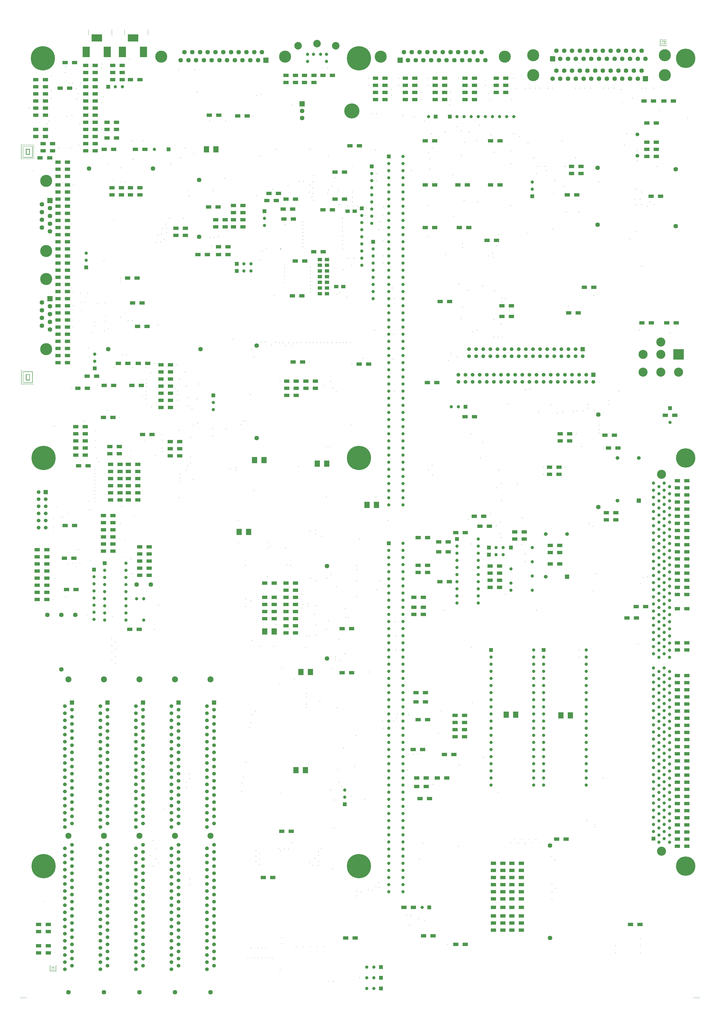
<source format=gbr>
G04 FAB 3000 Version 8.1.7 - Gerber/CAM Software*
G04 RS274-X Output*
%FSLAX24Y24*%
%MIA0B0*%
%MOIN*%
%SFA1.000000B1.000000*%

%IPPOS*%
%ADD13C,0.045880*%
%ADD14C,0.045960*%
%ADD15C,0.045890*%
%ADD16C,0.045900*%
%ADD17C,0.045910*%
%ADD18C,0.045950*%
%ADD19C,0.045940*%
%ADD20C,0.052740*%
%ADD21C,0.052730*%
%ADD22C,0.052680*%
%ADD23C,0.052720*%
%ADD24C,0.052660*%
%ADD25C,0.052690*%
%ADD26C,0.063750*%
%ADD27C,0.063800*%
%ADD28C,0.063810*%
%ADD29C,0.063730*%
%ADD30C,0.063740*%
%ADD31C,0.063790*%
%ADD32C,0.063760*%
%ADD33C,0.085020*%
%ADD34C,0.085010*%
%ADD35C,0.106280*%
%ADD36C,0.106220*%
%ADD37R,0.060000X0.060000*%
%ADD38R,0.060070X0.060000*%
%ADD39R,0.060010X0.060000*%
%ADD40R,0.060060X0.060010*%
%ADD41R,0.074970X0.075100*%
%ADD42R,0.075040X0.075100*%
%ADD43C,0.170029*%
%ADD44C,0.170020*%
%ADD45C,0.127560*%
%ADD46C,0.127540*%
%ADD47C,0.340115*%
%ADD48C,0.340060*%
%ADD49R,0.075030X0.075000*%
%ADD50R,0.075030X0.075100*%
%ADD51R,0.075020X0.074900*%
%ADD52R,0.075030X0.074900*%
%ADD53C,0.212560*%
%ADD54C,0.272060*%
%ADD55R,0.054050X0.054040*%
%ADD56R,0.054050X0.053980*%
%ADD57R,0.054030X0.053970*%
%ADD58R,0.053990X0.053980*%
%ADD59R,0.053970X0.054040*%
%ADD60R,0.053980X0.053980*%
%ADD61R,0.054040X0.053970*%
%ADD62R,0.053970X0.053980*%
%ADD63R,0.054040X0.053980*%
%ADD64R,0.053980X0.053970*%
%ADD65R,0.054020X0.054000*%
%ADD66R,0.053990X0.054100*%
%ADD67R,0.053970X0.054000*%
%ADD68R,0.054050X0.054100*%
%ADD69R,0.054040X0.054000*%
%ADD70R,0.054030X0.054000*%
%ADD71R,0.054040X0.053900*%
%ADD72R,0.053970X0.054100*%
%ADD73R,0.053970X0.053900*%
%ADD74R,0.053980X0.054000*%
%ADD75R,0.053980X0.054100*%
%ADD76R,0.054050X0.053900*%
%ADD77R,0.149970X0.150100*%
%ADD78R,0.075030X0.050020*%
%ADD79R,0.074990X0.050020*%
%ADD80R,0.075040X0.049970*%
%ADD81R,0.075040X0.050020*%
%ADD82R,0.075040X0.050010*%
%ADD83R,0.075030X0.050010*%
%ADD84R,0.075030X0.049970*%
%ADD85R,0.074980X0.050020*%
%ADD86R,0.075050X0.050020*%
%ADD87R,0.075030X0.050030*%
%ADD88R,0.074990X0.050030*%
%ADD89R,0.075040X0.050030*%
%ADD90R,0.074978X0.050030*%
%ADD91R,0.074978X0.049970*%
%ADD92R,0.074978X0.050010*%
%ADD93R,0.075020X0.050030*%
%ADD94R,0.074970X0.050020*%
%ADD95R,0.075040X0.049960*%
%ADD96R,0.075030X0.049960*%
%ADD97R,0.075100X0.050030*%
%ADD98R,0.075100X0.049970*%
%ADD99R,0.075050X0.049970*%
%ADD100R,0.075020X0.049970*%
%ADD101R,0.075100X0.050010*%
%ADD102R,0.075100X0.050020*%
%ADD103R,0.075020X0.049960*%
%ADD104R,0.075020X0.050010*%
%ADD105R,0.075050X0.050030*%
%ADD106R,0.074980X0.049960*%
%ADD107R,0.074970X0.049960*%
%ADD108R,0.075100X0.049960*%
%ADD109R,0.075020X0.050020*%
%ADD110R,0.075020X0.049980*%
%ADD111R,0.075050X0.050010*%
%ADD112R,0.074980X0.049980*%
%ADD113R,0.075032X0.049980*%
%ADD114R,0.075050X0.049960*%
%ADD115R,0.074990X0.049960*%
%ADD116R,0.074990X0.049970*%
%ADD117R,0.074990X0.049980*%
%ADD118R,0.075030X0.050100*%
%ADD119R,0.074990X0.050010*%
%ADD120R,0.075030X0.049930*%
%ADD121R,0.075020X0.050000*%
%ADD122R,0.075040X0.050000*%
%ADD123R,0.075020X0.050070*%
%ADD124R,0.075040X0.050070*%
%ADD125R,0.074980X0.050000*%
%ADD126R,0.075030X0.050000*%
%ADD127R,0.074980X0.049900*%
%ADD128R,0.075030X0.049900*%
%ADD129R,0.074990X0.049900*%
%ADD130R,0.075040X0.049900*%
%ADD131R,0.075040X0.050100*%
%ADD132R,0.075020X0.050100*%
%ADD133R,0.075020X0.049900*%
%ADD134R,0.074970X0.049900*%
%ADD135R,0.074970X0.050100*%
%ADD136R,0.074970X0.050000*%
%ADD137R,0.075050X0.049900*%
%ADD138R,0.074980X0.050100*%
%ADD139R,0.074990X0.050000*%
%ADD140R,0.074990X0.050100*%
%ADD141R,0.075050X0.050100*%
%ADD142R,0.075050X0.050000*%
%ADD143R,0.075040X0.090000*%
%ADD144R,0.075030X0.090000*%
%ADD145R,0.075030X0.090010*%
%ADD146R,0.075050X0.090010*%
%ADD147R,0.075050X0.090020*%
%ADD148R,0.075030X0.090020*%
%ADD149R,0.075040X0.090010*%
%ADD150R,0.074970X0.090010*%
%ADD151R,0.075030X0.089950*%
%ADD152R,0.075040X0.089950*%
%ADD153R,0.075020X0.090000*%
%ADD154R,0.074970X0.090000*%
%ADD155R,0.060000X0.049900*%
%ADD156R,0.060000X0.050100*%
%ADD157R,0.060000X0.050000*%
%ADD158R,0.060060X0.050000*%
%ADD159R,0.060060X0.049900*%
%ADD160R,0.060060X0.050100*%
%ADD161R,0.060010X0.050100*%
%ADD162R,0.100040X0.150000*%
%ADD163R,0.099990X0.150000*%
%ADD164R,0.150020X0.100000*%
%ADD165R,0.150070X0.100000*%
%LNA4000D_RevB_bottom_soldermask_0*%
%LPD*%
G54D130*
X31964Y122905D03*
G54D26*
X32264Y151345D03*
G54D28*
X31724Y150225D03*
G54D27*
X32134Y133405D03*
Y125405D03*
G54D20*
X9529Y86505D03*
G54D22*
X10529D03*
G54D122*
X9158Y144506D03*
X10499D03*
X9158Y147506D03*
Y146506D03*
Y145506D03*
X10499D03*
Y146506D03*
Y147506D03*
G36*
X6903Y154536D02*
G01X7903D01*
Y154525D01*
X6903D01*
G37*
G36*
X6909Y154530D02*
G01Y153530D01*
X6897D01*
Y154530D01*
G37*
G54D122*
X9158Y143506D03*
Y142506D03*
Y140506D03*
Y139506D03*
G36*
X6897Y18380D02*
G01Y19380D01*
X6909D01*
Y18380D01*
G37*
G36*
X6903Y18386D02*
G01X7903D01*
Y18374D01*
X6903D01*
G37*
G54D20*
X13229Y49405D03*
G36*
X12024Y87410D02*
G01X12025Y87411D01*
X12061Y87387D01*
X12056Y87378D01*
G37*
G36*
X12023Y87409D02*
G01X12024Y87410D01*
X12056Y87378D01*
X12043Y87370D01*
G37*
G36*
X12029Y87412D02*
G01X12031D01*
X12043Y87370D01*
X12029Y87368D01*
G37*
G36*
X12027Y87412D02*
G01X12029D01*
Y87368D01*
X12015Y87370D01*
G37*
G36*
X12034Y87410D02*
G01X12035Y87409D01*
X12015Y87370D01*
X12003Y87378D01*
G37*
G36*
X12033Y87411D02*
G01X12034Y87410D01*
X12003Y87378D01*
X11994Y87391D01*
G37*
G36*
X12036Y87405D02*
G01Y87403D01*
X11994Y87391D01*
X11992Y87405D01*
G37*
G36*
X12036Y87407D02*
G01Y87405D01*
X11992D01*
X11994Y87419D01*
G37*
G36*
X12034Y87400D02*
G01X12033Y87399D01*
X11994Y87419D01*
X12003Y87432D01*
G37*
G36*
X12035Y87401D02*
G01X12034Y87400D01*
X12003Y87432D01*
X12015Y87440D01*
G37*
G36*
X12029Y87398D02*
G01X12027D01*
X12015Y87440D01*
X12029Y87442D01*
G37*
G36*
X12031Y87398D02*
G01X12029D01*
Y87442D01*
X12044Y87440D01*
G37*
G36*
X12024Y87400D02*
G01X12023Y87401D01*
X12044Y87440D01*
X12056Y87431D01*
G37*
G36*
X12025Y87399D02*
G01X12024Y87400D01*
X12056Y87431D01*
X12064Y87419D01*
G37*
G36*
X12022Y87405D02*
G01Y87407D01*
X12064Y87419D01*
X12066Y87405D01*
G37*
G36*
X12022Y87403D02*
G01Y87405D01*
X12066D01*
X12065Y87395D01*
G37*
G36*
X12024Y87410D02*
G01X12025Y87411D01*
X12061Y87387D01*
X12056Y87378D01*
G37*
G36*
X12023Y87409D02*
G01X12024Y87410D01*
X12056Y87378D01*
X12043Y87370D01*
G37*
G36*
X12029Y87412D02*
G01X12031D01*
X12043Y87370D01*
X12029Y87368D01*
G37*
G36*
X12027Y87412D02*
G01X12029D01*
Y87368D01*
X12015Y87370D01*
G37*
G36*
X12034Y87410D02*
G01X12035Y87409D01*
X12015Y87370D01*
X12003Y87378D01*
G37*
G36*
X12033Y87411D02*
G01X12034Y87410D01*
X12003Y87378D01*
X11994Y87391D01*
G37*
G36*
X12036Y87405D02*
G01Y87403D01*
X11994Y87391D01*
X11992Y87405D01*
G37*
G36*
X12036Y87407D02*
G01Y87405D01*
X11992D01*
X11994Y87419D01*
G37*
G36*
X12034Y87400D02*
G01X12033Y87399D01*
X11994Y87419D01*
X12003Y87432D01*
G37*
G36*
X12035Y87401D02*
G01X12034Y87400D01*
X12003Y87432D01*
X12015Y87440D01*
G37*
G36*
X12029Y87398D02*
G01X12027D01*
X12015Y87440D01*
X12029Y87442D01*
G37*
G36*
X12031Y87398D02*
G01X12029D01*
Y87442D01*
X12044Y87440D01*
G37*
G36*
X12024Y87400D02*
G01X12023Y87401D01*
X12044Y87440D01*
X12056Y87431D01*
G37*
G36*
X12025Y87399D02*
G01X12024Y87400D01*
X12056Y87431D01*
X12064Y87419D01*
G37*
G36*
X12022Y87405D02*
G01Y87407D01*
X12064Y87419D01*
X12066Y87405D01*
G37*
G36*
X12022Y87403D02*
G01Y87405D01*
X12066D01*
X12065Y87395D01*
G37*
G54D85*
X10699Y78405D03*
G54D112*
Y79405D03*
G54D91*
Y80405D03*
G54D85*
Y81405D03*
G54D92*
Y77405D03*
G54D85*
Y76405D03*
G54D91*
Y75405D03*
G54D112*
Y74405D03*
G54D22*
X10529Y84505D03*
Y85505D03*
G54D122*
X10499Y143506D03*
Y142506D03*
Y140506D03*
Y139506D03*
G54D40*
X10529Y89505D03*
G54D26*
X12729Y72235D03*
Y64575D03*
G54D126*
X13259Y149906D03*
G54D96*
Y84805D03*
G54D82*
X13159Y80205D03*
G54D20*
X13229Y59405D03*
Y58405D03*
Y57405D03*
Y56405D03*
Y55405D03*
Y54405D03*
Y53405D03*
Y52405D03*
Y51405D03*
Y50405D03*
G54D85*
X14760Y98705D03*
G54D92*
Y97705D03*
G54D91*
Y96705D03*
Y95705D03*
G54D90*
Y94705D03*
G54D107*
X14600Y84805D03*
G54D82*
X14500Y80205D03*
G54D81*
X14800Y75805D03*
G54D26*
X14700Y72235D03*
G36*
X15130Y81398D02*
G01X15126D01*
X15116Y81441D01*
X15130Y81442D01*
G37*
G36*
Y81398D02*
G01X15126D01*
X15116Y81441D01*
X15130Y81442D01*
G37*
G54D162*
X16250Y151406D03*
G54D125*
X16160Y149506D03*
Y148506D03*
Y147506D03*
Y146506D03*
Y145506D03*
Y144506D03*
Y143506D03*
Y142506D03*
Y141506D03*
Y140506D03*
Y139506D03*
G54D127*
Y138505D03*
G54D138*
Y137505D03*
G36*
X15611Y153736D02*
G01X16549D01*
X16561Y153725D01*
X15599D01*
G37*
G36*
X16555D02*
G01X15605D01*
Y153736D01*
X16555D01*
G37*
G36*
X15599Y153730D02*
G01Y154530D01*
X15611D01*
Y153730D01*
G37*
G36*
X15605Y154525D02*
G01X14605D01*
Y154536D01*
X15605D01*
G37*
G36*
X15611Y154530D02*
G01Y153736D01*
X15599Y153725D01*
Y154530D01*
G37*
G54D136*
X14600Y149906D03*
G54D15*
X18831Y75505D03*
G36*
X18823D02*
G01X18826Y75510D01*
X18863Y75488D01*
X18858Y75479D01*
G37*
G36*
X18828Y75512D02*
G01X18829D01*
X18858Y75479D01*
X18846Y75470D01*
G37*
G36*
X18827Y75511D02*
G01X18828Y75512D01*
X18846Y75470D01*
X18831Y75468D01*
G37*
G36*
X18833Y75512D02*
G01X18835Y75511D01*
X18831Y75468D01*
X18817Y75470D01*
G37*
G36*
X18831Y75513D02*
G01X18833Y75512D01*
X18817Y75470D01*
X18803Y75479D01*
G37*
G36*
X18838Y75507D02*
G01Y75505D01*
X18803Y75479D01*
X18796Y75492D01*
G37*
G36*
X18823Y75505D02*
G01X18826Y75510D01*
X18863Y75488D01*
X18858Y75479D01*
G37*
G36*
X18828Y75512D02*
G01X18829D01*
X18858Y75479D01*
X18846Y75470D01*
G37*
G36*
X18827Y75511D02*
G01X18828Y75512D01*
X18846Y75470D01*
X18831Y75468D01*
G37*
G36*
X18833Y75512D02*
G01X18835Y75511D01*
X18831Y75468D01*
X18817Y75470D01*
G37*
G36*
X18831Y75513D02*
G01X18833Y75512D01*
X18817Y75470D01*
X18803Y75479D01*
G37*
G36*
X18838Y75507D02*
G01Y75505D01*
X18803Y75479D01*
X18796Y75492D01*
G37*
G54D71*
X16230Y121105D03*
G54D128*
X16400Y104105D03*
G54D126*
X16360Y105806D03*
G54D116*
X16500Y93205D03*
G36*
X16337Y72206D02*
G01X16338Y72205D01*
X16302Y72179D01*
X16295Y72192D01*
G37*
G36*
X16337Y72208D02*
G01Y72206D01*
X16295Y72192D01*
X16293Y72205D01*
G37*
G36*
X16337Y72204D02*
G01Y72201D01*
X16293Y72205D01*
X16295Y72218D01*
G37*
G36*
X16338Y72207D02*
G01X16337Y72204D01*
X16295Y72218D01*
X16303Y72232D01*
G37*
G36*
X16337Y72206D02*
G01X16338Y72205D01*
X16302Y72179D01*
X16295Y72192D01*
G37*
G36*
X16337Y72208D02*
G01Y72206D01*
X16295Y72192D01*
X16293Y72205D01*
G37*
G36*
X16337Y72204D02*
G01Y72201D01*
X16293Y72205D01*
X16295Y72218D01*
G37*
G36*
X16338Y72207D02*
G01X16337Y72204D01*
X16295Y72218D01*
X16303Y72232D01*
G37*
G54D61*
X17330Y78605D03*
G54D17*
Y77605D03*
Y76605D03*
Y75605D03*
Y74605D03*
Y73605D03*
Y72605D03*
Y71605D03*
G36*
X17473Y90155D02*
G01X17476Y90161D01*
X17513Y90138D01*
X17507Y90127D01*
G37*
G36*
X17479Y90162D02*
G01X17481Y90163D01*
X17507Y90127D01*
X17494Y90120D01*
G37*
G36*
X17477Y90162D02*
G01X17479D01*
X17494Y90120D01*
X17481Y90118D01*
G37*
G36*
Y90162D02*
G01X17484D01*
X17481Y90118D01*
X17468Y90120D01*
G37*
G36*
X17479Y90163D02*
G01X17481Y90162D01*
X17468Y90120D01*
X17453Y90127D01*
G37*
G36*
X17487Y90156D02*
G01X17489Y90154D01*
X17453Y90127D01*
X17446Y90142D01*
G37*
G36*
X17473Y90155D02*
G01X17476Y90161D01*
X17513Y90138D01*
X17507Y90127D01*
G37*
G36*
X17479Y90162D02*
G01X17481Y90163D01*
X17507Y90127D01*
X17494Y90120D01*
G37*
G36*
X17477Y90162D02*
G01X17479D01*
X17494Y90120D01*
X17481Y90118D01*
G37*
G36*
Y90162D02*
G01X17484D01*
X17481Y90118D01*
X17468Y90120D01*
G37*
G36*
X17479Y90163D02*
G01X17481Y90162D01*
X17468Y90120D01*
X17453Y90127D01*
G37*
G36*
X17487Y90156D02*
G01X17489Y90154D01*
X17453Y90127D01*
X17446Y90142D01*
G37*
G36*
X17473Y91156D02*
G01X17477Y91161D01*
X17513Y91137D01*
X17507Y91128D01*
G37*
G36*
X17478Y91162D02*
G01X17479D01*
X17507Y91128D01*
X17495Y91120D01*
G37*
G36*
X17477Y91161D02*
G01X17478Y91162D01*
X17495Y91120D01*
X17481Y91118D01*
G37*
G36*
X17482Y91162D02*
G01X17484Y91161D01*
X17481Y91118D01*
X17467Y91120D01*
G37*
G36*
X17480Y91163D02*
G01X17482Y91162D01*
X17467Y91120D01*
X17453Y91128D01*
G37*
G36*
X17487Y91156D02*
G01X17488Y91155D01*
X17453Y91128D01*
X17446Y91142D01*
G37*
G36*
X17473Y91156D02*
G01X17477Y91161D01*
X17513Y91137D01*
X17507Y91128D01*
G37*
G36*
X17478Y91162D02*
G01X17479D01*
X17507Y91128D01*
X17495Y91120D01*
G37*
G36*
X17477Y91161D02*
G01X17478Y91162D01*
X17495Y91120D01*
X17481Y91118D01*
G37*
G36*
X17482Y91162D02*
G01X17484Y91161D01*
X17481Y91118D01*
X17467Y91120D01*
G37*
G36*
X17480Y91163D02*
G01X17482Y91162D01*
X17467Y91120D01*
X17453Y91128D01*
G37*
G36*
X17487Y91156D02*
G01X17488Y91155D01*
X17453Y91128D01*
X17446Y91142D01*
G37*
G36*
X17473Y92156D02*
G01X17476Y92161D01*
X17513Y92137D01*
X17507Y92128D01*
G37*
G36*
X17478Y92162D02*
G01X17479D01*
X17507Y92128D01*
X17495Y92120D01*
G37*
G36*
X17477Y92161D02*
G01X17478Y92162D01*
X17495Y92120D01*
X17481Y92118D01*
G37*
G36*
X17482Y92162D02*
G01X17484Y92161D01*
X17481Y92118D01*
X17467Y92120D01*
G37*
G36*
X17480Y92163D02*
G01X17482Y92162D01*
X17467Y92120D01*
X17453Y92128D01*
G37*
G36*
X17487Y92156D02*
G01X17488Y92154D01*
X17453Y92128D01*
X17446Y92142D01*
G37*
G36*
X17473Y92156D02*
G01X17476Y92161D01*
X17513Y92137D01*
X17507Y92128D01*
G37*
G36*
X17478Y92162D02*
G01X17479D01*
X17507Y92128D01*
X17495Y92120D01*
G37*
G36*
X17477Y92161D02*
G01X17478Y92162D01*
X17495Y92120D01*
X17481Y92118D01*
G37*
G36*
X17482Y92162D02*
G01X17484Y92161D01*
X17481Y92118D01*
X17467Y92120D01*
G37*
G36*
X17480Y92163D02*
G01X17482Y92162D01*
X17467Y92120D01*
X17453Y92128D01*
G37*
G36*
X17487Y92156D02*
G01X17488Y92154D01*
X17453Y92128D01*
X17446Y92142D01*
G37*
G54D126*
X17700Y105806D03*
G36*
X17723Y94305D02*
G01X17725Y94310D01*
X17763Y94288D01*
X17758Y94279D01*
G37*
G36*
X17728Y94312D02*
G01X17729D01*
X17758Y94279D01*
X17745Y94270D01*
G37*
G36*
X17725Y94301D02*
G01X17724D01*
X17745Y94340D01*
X17758Y94331D01*
G37*
G36*
X17725Y94300D02*
G01Y94301D01*
X17758Y94331D01*
X17765Y94319D01*
G37*
G36*
X17723Y94305D02*
G01Y94307D01*
X17765Y94319D01*
X17767Y94305D01*
G37*
G36*
X17723Y94303D02*
G01Y94305D01*
X17767D01*
X17766Y94295D01*
G37*
G36*
X17723Y94305D02*
G01X17725Y94310D01*
X17763Y94288D01*
X17758Y94279D01*
G37*
G36*
X17728Y94312D02*
G01X17729D01*
X17758Y94279D01*
X17745Y94270D01*
G37*
G36*
X17725Y94301D02*
G01X17724D01*
X17745Y94340D01*
X17758Y94331D01*
G37*
G36*
X17725Y94300D02*
G01Y94301D01*
X17758Y94331D01*
X17765Y94319D01*
G37*
G36*
X17723Y94305D02*
G01Y94307D01*
X17765Y94319D01*
X17767Y94305D01*
G37*
G36*
X17723Y94303D02*
G01Y94305D01*
X17767D01*
X17766Y94295D01*
G37*
G54D109*
X19561Y95905D03*
G54D128*
X18761Y104505D03*
G54D139*
X19961Y147506D03*
G54D162*
X19211Y151406D03*
G36*
X18900Y153730D02*
G01Y154530D01*
X18912D01*
Y153730D01*
G37*
G36*
X20712Y154536D02*
G01Y153736D01*
X20700Y153725D01*
Y154525D01*
G37*
G36*
X19850Y154536D02*
G01X20712D01*
X20700Y154525D01*
X19862D01*
G37*
G36*
X19850Y153736D02*
G01Y154536D01*
X19862Y154525D01*
Y153725D01*
G37*
G36*
X18912Y153736D02*
G01X19850D01*
X19862Y153725D01*
X18900D01*
G37*
G36*
X18912Y154530D02*
G01Y153736D01*
X18900Y153725D01*
Y154530D01*
G37*
G36*
X19856Y153725D02*
G01X18906D01*
Y153736D01*
X19856D01*
G37*
G36*
X19862Y154530D02*
G01Y153730D01*
X19850D01*
Y154530D01*
G37*
G36*
X20706Y154525D02*
G01X19856D01*
Y154536D01*
X20706D01*
G37*
G36*
X20700Y153730D02*
G01Y154530D01*
X20712D01*
Y153730D01*
G37*
G54D139*
X19961Y149506D03*
G54D80*
X19661Y90405D03*
G54D81*
Y91405D03*
G54D82*
Y92405D03*
G54D81*
Y93405D03*
G54D113*
Y89405D03*
G54D81*
Y88405D03*
G54D104*
X20001Y85205D03*
G54D109*
Y86205D03*
Y81205D03*
G54D93*
Y82205D03*
G54D100*
Y83205D03*
Y84205D03*
G54D129*
X20101Y104505D03*
G54D123*
X20001Y100005D03*
G54D130*
X20761Y107605D03*
G54D128*
X22102D03*
G54D85*
X22161Y93405D03*
G54D92*
Y92405D03*
G54D85*
Y91405D03*
G54D91*
Y90405D03*
G54D85*
Y88405D03*
G54D112*
Y89405D03*
G54D128*
X19861Y132305D03*
Y131305D03*
G54D165*
X22832Y153356D03*
G36*
X21662Y154530D02*
G01Y153730D01*
X21651D01*
Y154530D01*
G37*
G36*
Y153736D02*
G01Y154536D01*
X21662Y154525D01*
Y153725D01*
G37*
G36*
X21651Y154536D02*
G01X22657D01*
Y154525D01*
X21662D01*
G37*
G54D95*
X28063Y96605D03*
G54D107*
X29403D03*
G54D87*
X25102Y81805D03*
G54D78*
Y80805D03*
G54D96*
Y79805D03*
Y78805D03*
G54D87*
Y77805D03*
G54D16*
X24332Y74505D03*
Y71505D03*
G54D83*
X22361Y70205D03*
G54D136*
X22762Y116106D03*
G54D128*
X22661Y104505D03*
G54D131*
X28863Y125605D03*
G54D118*
X30203D03*
X24802Y112805D03*
G54D128*
X24902Y107605D03*
G54D121*
X28103Y104406D03*
G54D122*
X26762D03*
G54D127*
X22461Y132305D03*
Y131305D03*
G54D118*
X22061Y119605D03*
G36*
X24951Y154536D02*
G01X25958D01*
Y154525D01*
X24963D01*
G37*
G36*
X24013Y153736D02*
G01X24951D01*
X24963Y153725D01*
X24001D01*
G37*
G36*
X24013Y154530D02*
G01Y153736D01*
X24001Y153725D01*
Y154530D01*
G37*
G36*
X24951Y153736D02*
G01Y154536D01*
X24963Y154525D01*
Y153725D01*
G37*
G36*
X24001Y153730D02*
G01Y154530D01*
X24013D01*
Y153730D01*
G37*
G36*
X24957Y153725D02*
G01X24007D01*
Y153736D01*
X24957D01*
G37*
G36*
X24963Y154530D02*
G01Y153730D01*
X24951D01*
Y154530D01*
G37*
G54D21*
X28233Y45405D03*
G54D22*
X29233Y48905D03*
G36*
X29225Y48903D02*
G01X29227Y48909D01*
X29267Y48890D01*
X29261Y48878D01*
G37*
G36*
X29232Y48912D02*
G01X29234Y48913D01*
X29261Y48878D01*
X29246Y48870D01*
G37*
G36*
X29229Y48912D02*
G01X29232D01*
X29246Y48870D01*
X29233Y48868D01*
G37*
G36*
X29234Y48912D02*
G01X29237Y48911D01*
X29233Y48868D01*
X29220Y48870D01*
G37*
G36*
X29232Y48913D02*
G01X29234Y48912D01*
X29220Y48870D01*
X29206Y48878D01*
G37*
G36*
X29239Y48909D02*
G01X29242Y48903D01*
X29206Y48878D01*
X29199Y48892D01*
G37*
G36*
X29225Y48903D02*
G01X29227Y48909D01*
X29267Y48890D01*
X29261Y48878D01*
G37*
G36*
X29232Y48912D02*
G01X29234Y48913D01*
X29261Y48878D01*
X29246Y48870D01*
G37*
G36*
X29229Y48912D02*
G01X29232D01*
X29246Y48870D01*
X29233Y48868D01*
G37*
G36*
X29234Y48912D02*
G01X29237Y48911D01*
X29233Y48868D01*
X29220Y48870D01*
G37*
G36*
X29232Y48913D02*
G01X29234Y48912D01*
X29220Y48870D01*
X29206Y48878D01*
G37*
G36*
X29239Y48909D02*
G01X29242Y48903D01*
X29206Y48878D01*
X29199Y48892D01*
G37*
G54D22*
X29233Y51905D03*
G36*
X29225Y51904D02*
G01X29228Y51909D01*
X29266Y51889D01*
X29261Y51878D01*
G37*
G36*
X29232Y51912D02*
G01X29234Y51913D01*
X29261Y51878D01*
X29247Y51870D01*
G37*
G36*
X29229Y51912D02*
G01X29232D01*
X29247Y51870D01*
X29233Y51868D01*
G37*
G36*
X29235Y51912D02*
G01X29237D01*
X29233Y51868D01*
X29219Y51871D01*
G37*
G36*
X29233Y51913D02*
G01X29235Y51912D01*
X29219Y51871D01*
X29206Y51878D01*
G37*
G36*
X29240Y51906D02*
G01X29241Y51904D01*
X29206Y51878D01*
X29199Y51892D01*
G37*
G36*
X29225Y51904D02*
G01X29228Y51909D01*
X29266Y51889D01*
X29261Y51878D01*
G37*
G36*
X29232Y51912D02*
G01X29234Y51913D01*
X29261Y51878D01*
X29247Y51870D01*
G37*
G36*
X29229Y51912D02*
G01X29232D01*
X29247Y51870D01*
X29233Y51868D01*
G37*
G36*
X29235Y51912D02*
G01X29237D01*
X29233Y51868D01*
X29219Y51871D01*
G37*
G36*
X29233Y51913D02*
G01X29235Y51912D01*
X29219Y51871D01*
X29206Y51878D01*
G37*
G36*
X29240Y51906D02*
G01X29241Y51904D01*
X29206Y51878D01*
X29199Y51892D01*
G37*
G54D21*
X28233Y53405D03*
G36*
X28228Y53410D02*
G01X28229Y53411D01*
X28265Y53387D01*
X28259Y53378D01*
G37*
G36*
X28227Y53409D02*
G01X28228Y53410D01*
X28259Y53378D01*
X28247Y53370D01*
G37*
G36*
X28233Y53412D02*
G01X28235D01*
X28247Y53370D01*
X28233Y53368D01*
G37*
G36*
X28231Y53412D02*
G01X28233D01*
Y53368D01*
X28219Y53370D01*
G37*
G36*
X28238Y53410D02*
G01X28239Y53409D01*
X28219Y53370D01*
X28206Y53378D01*
G37*
G36*
X28237Y53411D02*
G01X28238Y53410D01*
X28206Y53378D01*
X28198Y53391D01*
G37*
G36*
X28228Y53410D02*
G01X28229Y53411D01*
X28265Y53387D01*
X28259Y53378D01*
G37*
G36*
X28227Y53409D02*
G01X28228Y53410D01*
X28259Y53378D01*
X28247Y53370D01*
G37*
G36*
X28233Y53412D02*
G01X28235D01*
X28247Y53370D01*
X28233Y53368D01*
G37*
G36*
X28231Y53412D02*
G01X28233D01*
Y53368D01*
X28219Y53370D01*
G37*
G36*
X28238Y53410D02*
G01X28239Y53409D01*
X28219Y53370D01*
X28206Y53378D01*
G37*
G36*
X28237Y53411D02*
G01X28238Y53410D01*
X28206Y53378D01*
X28198Y53391D01*
G37*
G54D84*
X25502Y97605D03*
G36*
X26132Y124598D02*
G01X26130D01*
X26117Y124640D01*
X26132Y124643D01*
G37*
G36*
Y124598D02*
G01X26130D01*
X26117Y124640D01*
X26132Y124643D01*
G37*
G54D122*
X26762Y106406D03*
Y107406D03*
G54D26*
X25632Y135005D03*
G54D75*
X27833Y137705D03*
G54D33*
X28733Y41155D03*
G54D26*
Y19155D03*
G54D22*
X29233Y28905D03*
Y29905D03*
G36*
X29225Y29904D02*
G01X29228Y29909D01*
X29266Y29889D01*
X29261Y29879D01*
G37*
G36*
X29231Y29912D02*
G01X29233Y29913D01*
X29261Y29879D01*
X29247Y29870D01*
G37*
G36*
X29229Y29911D02*
G01X29231Y29912D01*
X29247Y29870D01*
X29233Y29868D01*
G37*
G36*
X29235Y29912D02*
G01X29237Y29911D01*
X29233Y29868D01*
X29219Y29870D01*
G37*
G36*
X29234Y29913D02*
G01X29235Y29912D01*
X29219Y29870D01*
X29205Y29879D01*
G37*
G36*
X29240Y29906D02*
G01X29241Y29904D01*
X29205Y29879D01*
X29199Y29892D01*
G37*
G36*
X29240Y29909D02*
G01Y29906D01*
X29199Y29892D01*
X29196Y29905D01*
G37*
G36*
X29240Y29904D02*
G01Y29901D01*
X29196Y29905D01*
X29199Y29918D01*
G37*
G36*
X29241Y29906D02*
G01X29240Y29904D01*
X29199Y29918D01*
X29205Y29931D01*
G37*
G36*
X29235Y29899D02*
G01X29234Y29898D01*
X29205Y29931D01*
X29219Y29940D01*
G37*
G36*
X29237Y29899D02*
G01X29235D01*
X29219Y29940D01*
X29233Y29942D01*
G37*
G36*
X29231Y29898D02*
G01X29229Y29899D01*
X29233Y29942D01*
X29248Y29940D01*
G37*
G36*
X29232Y29898D02*
G01X29231D01*
X29248Y29940D01*
X29261Y29931D01*
G37*
G36*
X29228Y29901D02*
G01X29225Y29906D01*
X29261Y29931D01*
X29268Y29918D01*
G37*
G36*
X29226Y29905D02*
G01Y29907D01*
X29268Y29918D01*
X29270Y29905D01*
G37*
G36*
X29226Y29903D02*
G01Y29905D01*
X29270D01*
X29268Y29895D01*
G37*
G36*
X29226Y29903D02*
G01Y29905D01*
X29270D01*
X29268Y29895D01*
G37*
G36*
X29226Y29905D02*
G01Y29907D01*
X29268Y29918D01*
X29270Y29905D01*
G37*
G36*
X29228Y29901D02*
G01X29225Y29906D01*
X29261Y29931D01*
X29268Y29918D01*
G37*
G36*
X29232Y29898D02*
G01X29231D01*
X29248Y29940D01*
X29261Y29931D01*
G37*
G36*
X29231Y29898D02*
G01X29229Y29899D01*
X29233Y29942D01*
X29248Y29940D01*
G37*
G36*
X29237Y29899D02*
G01X29235D01*
X29219Y29940D01*
X29233Y29942D01*
G37*
G36*
X29235Y29899D02*
G01X29234Y29898D01*
X29205Y29931D01*
X29219Y29940D01*
G37*
G36*
X29241Y29906D02*
G01X29240Y29904D01*
X29199Y29918D01*
X29205Y29931D01*
G37*
G36*
X29240Y29904D02*
G01Y29901D01*
X29196Y29905D01*
X29199Y29918D01*
G37*
G36*
X29240Y29909D02*
G01Y29906D01*
X29199Y29892D01*
X29196Y29905D01*
G37*
G36*
X29240Y29906D02*
G01X29241Y29904D01*
X29205Y29879D01*
X29199Y29892D01*
G37*
G36*
X29234Y29913D02*
G01X29235Y29912D01*
X29219Y29870D01*
X29205Y29879D01*
G37*
G36*
X29235Y29912D02*
G01X29237Y29911D01*
X29233Y29868D01*
X29219Y29870D01*
G37*
G36*
X29229Y29911D02*
G01X29231Y29912D01*
X29247Y29870D01*
X29233Y29868D01*
G37*
G36*
X29231Y29912D02*
G01X29233Y29913D01*
X29261Y29879D01*
X29247Y29870D01*
G37*
G36*
X29225Y29904D02*
G01X29228Y29909D01*
X29266Y29889D01*
X29261Y29879D01*
G37*
G54D22*
X29233Y32905D03*
G36*
X29225Y32904D02*
G01X29228Y32909D01*
X29266Y32889D01*
X29261Y32878D01*
G37*
G36*
X29232Y32912D02*
G01X29234Y32913D01*
X29261Y32878D01*
X29247Y32870D01*
G37*
G36*
X29229Y32912D02*
G01X29232D01*
X29247Y32870D01*
X29233Y32868D01*
G37*
G36*
X29234Y32912D02*
G01X29237Y32911D01*
X29233Y32868D01*
X29220Y32870D01*
G37*
G36*
X29232Y32913D02*
G01X29234Y32912D01*
X29220Y32870D01*
X29206Y32878D01*
G37*
G36*
X29240Y32906D02*
G01X29241Y32904D01*
X29206Y32878D01*
X29199Y32892D01*
G37*
G36*
X29225Y32904D02*
G01X29228Y32909D01*
X29266Y32889D01*
X29261Y32878D01*
G37*
G36*
X29232Y32912D02*
G01X29234Y32913D01*
X29261Y32878D01*
X29247Y32870D01*
G37*
G36*
X29229Y32912D02*
G01X29232D01*
X29247Y32870D01*
X29233Y32868D01*
G37*
G36*
X29234Y32912D02*
G01X29237Y32911D01*
X29233Y32868D01*
X29220Y32870D01*
G37*
G36*
X29232Y32913D02*
G01X29234Y32912D01*
X29220Y32870D01*
X29206Y32878D01*
G37*
G36*
X29240Y32906D02*
G01X29241Y32904D01*
X29206Y32878D01*
X29199Y32892D01*
G37*
G54D22*
X29233Y33905D03*
G36*
X29239Y33901D02*
G01D01*
X29199Y33919D01*
X29205Y33931D01*
G37*
G36*
X29239Y33901D02*
G01D01*
X29205Y33931D01*
X29219Y33941D01*
G37*
G36*
X29233Y33898D02*
G01X29229D01*
X29219Y33941D01*
X29233Y33942D01*
G37*
G36*
X29238Y33898D02*
G01X29233D01*
Y33942D01*
X29247Y33941D01*
G37*
G36*
X29228Y33901D02*
G01X29227D01*
X29247Y33941D01*
X29261Y33931D01*
G37*
G36*
X29228Y33901D02*
G01D01*
X29261Y33931D01*
X29268Y33918D01*
G37*
G36*
X29239Y33901D02*
G01D01*
X29199Y33919D01*
X29205Y33931D01*
G37*
G36*
X29239Y33901D02*
G01D01*
X29205Y33931D01*
X29219Y33941D01*
G37*
G36*
X29233Y33898D02*
G01X29229D01*
X29219Y33941D01*
X29233Y33942D01*
G37*
G36*
X29238Y33898D02*
G01X29233D01*
Y33942D01*
X29247Y33941D01*
G37*
G36*
X29228Y33901D02*
G01X29227D01*
X29247Y33941D01*
X29261Y33931D01*
G37*
G36*
X29228Y33901D02*
G01D01*
X29261Y33931D01*
X29268Y33918D01*
G37*
G54D33*
X28733Y63155D03*
G54D130*
X26762Y105405D03*
G54D132*
X28103Y103405D03*
G54D121*
Y102406D03*
Y101406D03*
Y107406D03*
Y106406D03*
G36*
X30140Y137909D02*
G01Y137906D01*
X30099Y137891D01*
X30096Y137906D01*
G37*
G36*
X30140Y137904D02*
G01Y137901D01*
X30096Y137906D01*
X30099Y137919D01*
G37*
G36*
X30140Y137909D02*
G01Y137906D01*
X30099Y137891D01*
X30096Y137906D01*
G37*
G36*
X30140Y137904D02*
G01Y137901D01*
X30096Y137906D01*
X30099Y137919D01*
G37*
G54D44*
X26813Y150725D03*
G54D28*
X29543Y150225D03*
G54D126*
X33564Y142506D03*
G54D26*
X33734Y19155D03*
G54D128*
X38305Y128805D03*
G54D137*
X36965D03*
G54D118*
X35805Y126805D03*
Y127805D03*
G54D141*
X36965D03*
Y126805D03*
G54D118*
X36205Y124005D03*
G54D128*
Y122905D03*
G36*
X34134Y131913D02*
G01X34137D01*
X34148Y131871D01*
X34134Y131868D01*
G37*
G36*
Y131913D02*
G01X34137D01*
X34148Y131871D01*
X34134Y131868D01*
G37*
G54D139*
X34905Y142506D03*
G54D132*
X34804Y129605D03*
G54D26*
X34994Y150225D03*
G54D30*
X35535Y151345D03*
G54D27*
X36075Y150225D03*
G54D151*
X39936Y94005D03*
G54D26*
X40236Y110105D03*
Y97105D03*
G36*
X40028Y58706D02*
G01X40032Y58711D01*
X40068Y58687D01*
X40063Y58679D01*
G37*
G36*
X40033Y58711D02*
G01X40034Y58712D01*
X40063Y58679D01*
X40050Y58670D01*
G37*
G36*
X40031Y58700D02*
G01X40030Y58701D01*
X40050Y58740D01*
X40062Y58732D01*
G37*
G36*
X40032Y58699D02*
G01X40031Y58700D01*
X40062Y58732D01*
X40071Y58718D01*
G37*
G36*
X40029Y58705D02*
G01X40028Y58709D01*
X40071Y58718D01*
X40072Y58705D01*
G37*
G36*
X40028Y58701D02*
G01X40029Y58705D01*
X40072D01*
Y58697D01*
G37*
G36*
X40028Y58706D02*
G01X40032Y58711D01*
X40068Y58687D01*
X40063Y58679D01*
G37*
G36*
X40033Y58711D02*
G01X40034Y58712D01*
X40063Y58679D01*
X40050Y58670D01*
G37*
G36*
X40031Y58700D02*
G01X40030Y58701D01*
X40050Y58740D01*
X40062Y58732D01*
G37*
G36*
X40032Y58699D02*
G01X40031Y58700D01*
X40062Y58732D01*
X40071Y58718D01*
G37*
G36*
X40029Y58705D02*
G01X40028Y58709D01*
X40071Y58718D01*
X40072Y58705D01*
G37*
G36*
X40028Y58701D02*
G01X40029Y58705D01*
X40072D01*
Y58697D01*
G37*
G36*
X40643Y37908D02*
G01Y37905D01*
X40599D01*
X40601Y37920D01*
G37*
G36*
X40640Y37900D02*
G01Y37899D01*
X40601Y37920D01*
X40610Y37933D01*
G37*
G36*
X40641Y37900D02*
G01X40640D01*
X40610Y37933D01*
X40623Y37940D01*
G37*
G36*
X40636Y37898D02*
G01X40633Y37897D01*
X40623Y37940D01*
X40636Y37942D01*
G37*
G36*
X40638Y37897D02*
G01X40636Y37898D01*
Y37942D01*
X40649Y37940D01*
G37*
G36*
X40632Y37900D02*
G01X40631D01*
X40649Y37940D01*
X40662Y37933D01*
G37*
G36*
X40632Y37899D02*
G01Y37900D01*
X40662Y37933D01*
X40671Y37920D01*
G37*
G36*
X40629Y37905D02*
G01Y37908D01*
X40671Y37920D01*
X40673Y37905D01*
G37*
G36*
X40643Y37908D02*
G01Y37905D01*
X40599D01*
X40601Y37920D01*
G37*
G36*
X40640Y37900D02*
G01Y37899D01*
X40601Y37920D01*
X40610Y37933D01*
G37*
G36*
X40641Y37900D02*
G01X40640D01*
X40610Y37933D01*
X40623Y37940D01*
G37*
G36*
X40636Y37898D02*
G01X40633Y37897D01*
X40623Y37940D01*
X40636Y37942D01*
G37*
G36*
X40638Y37897D02*
G01X40636Y37898D01*
Y37942D01*
X40649Y37940D01*
G37*
G36*
X40632Y37900D02*
G01X40631D01*
X40649Y37940D01*
X40662Y37933D01*
G37*
G36*
X40632Y37899D02*
G01Y37900D01*
X40662Y37933D01*
X40671Y37920D01*
G37*
G36*
X40629Y37905D02*
G01Y37908D01*
X40671Y37920D01*
X40673Y37905D01*
G37*
G36*
X40143Y38307D02*
G01Y38305D01*
X40098D01*
X40101Y38320D01*
G37*
G36*
X40140Y38300D02*
G01Y38299D01*
X40101Y38320D01*
X40109Y38332D01*
G37*
G36*
X40142Y38301D02*
G01X40140Y38300D01*
X40109Y38332D01*
X40122Y38340D01*
G37*
G36*
X40136Y38298D02*
G01X40132D01*
X40122Y38340D01*
X40136Y38342D01*
G37*
G36*
X40139Y38298D02*
G01X40136D01*
Y38342D01*
X40149Y38340D01*
G37*
G36*
X40131Y38300D02*
G01X40130Y38301D01*
X40149Y38340D01*
X40162Y38332D01*
G37*
G36*
X40132Y38299D02*
G01X40131Y38300D01*
X40162Y38332D01*
X40170Y38320D01*
G37*
G36*
X40129Y38305D02*
G01X40128Y38307D01*
X40170Y38320D01*
X40173Y38305D01*
G37*
G36*
X40143Y38307D02*
G01Y38305D01*
X40098D01*
X40101Y38320D01*
G37*
G36*
X40140Y38300D02*
G01Y38299D01*
X40101Y38320D01*
X40109Y38332D01*
G37*
G36*
X40142Y38301D02*
G01X40140Y38300D01*
X40109Y38332D01*
X40122Y38340D01*
G37*
G36*
X40136Y38298D02*
G01X40132D01*
X40122Y38340D01*
X40136Y38342D01*
G37*
G36*
X40139Y38298D02*
G01X40136D01*
Y38342D01*
X40149Y38340D01*
G37*
G36*
X40131Y38300D02*
G01X40130Y38301D01*
X40149Y38340D01*
X40162Y38332D01*
G37*
G36*
X40132Y38299D02*
G01X40131Y38300D01*
X40162Y38332D01*
X40170Y38320D01*
G37*
G36*
X40129Y38305D02*
G01X40128Y38307D01*
X40170Y38320D01*
X40173Y38305D01*
G37*
G36*
X40632Y37910D02*
G01Y37911D01*
X40668Y37886D01*
X40662Y37877D01*
G37*
G36*
X40631Y37910D02*
G01X40632D01*
X40662Y37877D01*
X40649Y37870D01*
G37*
G36*
X40636Y37912D02*
G01X40638Y37913D01*
X40649Y37870D01*
X40636Y37868D01*
G37*
G36*
X40634Y37913D02*
G01X40636Y37912D01*
Y37868D01*
X40622Y37870D01*
G37*
G36*
X40640Y37910D02*
G01X40641D01*
X40622Y37870D01*
X40610Y37877D01*
G37*
G36*
X40640Y37911D02*
G01Y37910D01*
X40610Y37877D01*
X40601Y37890D01*
G37*
G36*
X40643Y37905D02*
G01Y37902D01*
X40601Y37890D01*
X40599Y37905D01*
G37*
G36*
X40629Y37902D02*
G01Y37905D01*
X40673D01*
X40672Y37896D01*
G37*
G36*
X40632Y37910D02*
G01Y37911D01*
X40668Y37886D01*
X40662Y37877D01*
G37*
G36*
X40631Y37910D02*
G01X40632D01*
X40662Y37877D01*
X40649Y37870D01*
G37*
G36*
X40636Y37912D02*
G01X40638Y37913D01*
X40649Y37870D01*
X40636Y37868D01*
G37*
G36*
X40634Y37913D02*
G01X40636Y37912D01*
Y37868D01*
X40622Y37870D01*
G37*
G36*
X40640Y37910D02*
G01X40641D01*
X40622Y37870D01*
X40610Y37877D01*
G37*
G36*
X40640Y37911D02*
G01Y37910D01*
X40610Y37877D01*
X40601Y37890D01*
G37*
G36*
X40643Y37905D02*
G01Y37902D01*
X40601Y37890D01*
X40599Y37905D01*
G37*
G36*
X40629Y37902D02*
G01Y37905D01*
X40673D01*
X40672Y37896D01*
G37*
G36*
X40131Y38310D02*
G01X40132Y38311D01*
X40168Y38287D01*
X40162Y38279D01*
G37*
G36*
X40129Y38309D02*
G01X40131Y38310D01*
X40162Y38279D01*
X40150Y38270D01*
G37*
G36*
X40136Y38312D02*
G01X40138D01*
X40150Y38270D01*
X40135Y38268D01*
G37*
G36*
X40134Y38312D02*
G01X40136D01*
X40135Y38268D01*
X40121Y38270D01*
G37*
G36*
X40141Y38310D02*
G01X40142Y38309D01*
X40121Y38270D01*
X40109Y38279D01*
G37*
G36*
X40140Y38311D02*
G01X40141Y38310D01*
X40109Y38279D01*
X40101Y38291D01*
G37*
G36*
X40143Y38305D02*
G01Y38303D01*
X40101Y38291D01*
X40098Y38305D01*
G37*
G36*
X40128Y38303D02*
G01X40129Y38305D01*
X40173D01*
X40171Y38295D01*
G37*
G36*
X40131Y38310D02*
G01X40132Y38311D01*
X40168Y38287D01*
X40162Y38279D01*
G37*
G36*
X40129Y38309D02*
G01X40131Y38310D01*
X40162Y38279D01*
X40150Y38270D01*
G37*
G36*
X40136Y38312D02*
G01X40138D01*
X40150Y38270D01*
X40135Y38268D01*
G37*
G36*
X40134Y38312D02*
G01X40136D01*
X40135Y38268D01*
X40121Y38270D01*
G37*
G36*
X40141Y38310D02*
G01X40142Y38309D01*
X40121Y38270D01*
X40109Y38279D01*
G37*
G36*
X40140Y38311D02*
G01X40141Y38310D01*
X40109Y38279D01*
X40101Y38291D01*
G37*
G36*
X40143Y38305D02*
G01Y38303D01*
X40101Y38291D01*
X40098Y38305D01*
G37*
G36*
X40128Y38303D02*
G01X40129Y38305D01*
X40173D01*
X40171Y38295D01*
G37*
G54D144*
X37765Y83905D03*
G36*
X39536Y68612D02*
G01X39538Y68613D01*
X39550Y68570D01*
X39536Y68568D01*
G37*
G36*
Y68612D02*
G01X39538Y68613D01*
X39550Y68570D01*
X39536Y68568D01*
G37*
G54D16*
X38435Y120605D03*
Y121605D03*
G36*
X39240Y56398D02*
G01X39236D01*
Y56442D01*
X39249Y56441D01*
G37*
G36*
X39240Y56398D02*
G01X39236D01*
Y56442D01*
X39249Y56441D01*
G37*
G54D128*
X38305Y129805D03*
G54D31*
X38255Y150225D03*
G54D26*
X39896Y151345D03*
X39345Y150225D03*
G36*
X41981Y23960D02*
G01X41982Y23961D01*
X42019Y23937D01*
X42013Y23929D01*
G37*
G36*
X41980Y23959D02*
G01X41981Y23960D01*
X42013Y23929D01*
X42001Y23920D01*
G37*
G36*
X41981Y23950D02*
G01X41980Y23951D01*
X42001Y23990D01*
X42013Y23982D01*
G37*
G36*
X41982Y23949D02*
G01X41981Y23950D01*
X42013Y23982D01*
X42021Y23968D01*
G37*
G36*
X41979Y23955D02*
G01Y23959D01*
X42021Y23968D01*
X42023Y23955D01*
G37*
G36*
X41979Y23951D02*
G01Y23955D01*
X42023D01*
X42022Y23947D01*
G37*
G36*
X41981Y23960D02*
G01X41982Y23961D01*
X42019Y23937D01*
X42013Y23929D01*
G37*
G36*
X41980Y23959D02*
G01X41981Y23960D01*
X42013Y23929D01*
X42001Y23920D01*
G37*
G36*
X41981Y23950D02*
G01X41980Y23951D01*
X42001Y23990D01*
X42013Y23982D01*
G37*
G36*
X41982Y23949D02*
G01X41981Y23950D01*
X42013Y23982D01*
X42021Y23968D01*
G37*
G36*
X41979Y23955D02*
G01Y23959D01*
X42021Y23968D01*
X42023Y23955D01*
G37*
G36*
X41979Y23951D02*
G01Y23955D01*
X42023D01*
X42022Y23947D01*
G37*
G54D88*
X41166Y35305D03*
G54D87*
X43767Y41805D03*
G36*
X43543Y105109D02*
G01X43544Y105106D01*
X43502Y105093D01*
X43499Y105105D01*
G37*
G36*
X43543Y105104D02*
G01Y105102D01*
X43499Y105105D01*
X43502Y105119D01*
G37*
G36*
X43543Y105109D02*
G01X43544Y105106D01*
X43502Y105093D01*
X43499Y105105D01*
G37*
G36*
X43543Y105104D02*
G01Y105102D01*
X43499Y105105D01*
X43502Y105119D01*
G37*
G54D145*
X42706Y69905D03*
G54D84*
Y76705D03*
G54D87*
Y74705D03*
G54D78*
Y73705D03*
G54D83*
Y72705D03*
G54D84*
Y71705D03*
G54D152*
X41276Y94005D03*
G54D145*
X41366Y69905D03*
G54D83*
Y72705D03*
G54D78*
Y73705D03*
G54D87*
Y74705D03*
G54D84*
Y76705D03*
Y71705D03*
G54D18*
X41336Y127005D03*
Y128005D03*
G36*
X41828Y82405D02*
G01X41831Y82410D01*
X41869Y82389D01*
X41864Y82379D01*
G37*
G36*
X41834Y82412D02*
G01X41836Y82413D01*
X41864Y82379D01*
X41850Y82370D01*
G37*
G36*
X41832Y82411D02*
G01X41834Y82412D01*
X41850Y82370D01*
X41836Y82368D01*
G37*
G36*
X41838Y82412D02*
G01X41840Y82411D01*
X41836Y82368D01*
X41822Y82370D01*
G37*
G36*
X41837Y82412D02*
G01X41838D01*
X41822Y82370D01*
X41810Y82378D01*
G37*
G36*
X41843Y82407D02*
G01Y82406D01*
X41810Y82378D01*
X41801Y82392D01*
G37*
G36*
X41843Y82407D02*
G01D01*
X41801Y82392D01*
X41799Y82405D01*
G37*
G36*
X41843Y82403D02*
G01D01*
X41799Y82405D01*
X41801Y82419D01*
G37*
G36*
X41843Y82404D02*
G01Y82403D01*
X41801Y82419D01*
X41810Y82432D01*
G37*
G36*
X41839Y82399D02*
G01X41837Y82398D01*
X41810Y82432D01*
X41822Y82440D01*
G37*
G36*
X41840Y82399D02*
G01X41839D01*
X41822Y82440D01*
X41836Y82442D01*
G37*
G36*
X41834Y82399D02*
G01X41832D01*
X41836Y82442D01*
X41850Y82440D01*
G37*
G36*
X41836Y82397D02*
G01X41834Y82399D01*
X41850Y82440D01*
X41864Y82431D01*
G37*
G36*
X41831Y82400D02*
G01X41828Y82405D01*
X41864Y82431D01*
X41871Y82418D01*
G37*
G36*
X41829Y82405D02*
G01Y82407D01*
X41871Y82418D01*
X41873Y82405D01*
G37*
G36*
X41829Y82403D02*
G01Y82405D01*
X41873D01*
X41872Y82395D01*
G37*
G36*
X41829Y82403D02*
G01Y82405D01*
X41873D01*
X41872Y82395D01*
G37*
G36*
X41829Y82405D02*
G01Y82407D01*
X41871Y82418D01*
X41873Y82405D01*
G37*
G36*
X41831Y82400D02*
G01X41828Y82405D01*
X41864Y82431D01*
X41871Y82418D01*
G37*
G36*
X41836Y82397D02*
G01X41834Y82399D01*
X41850Y82440D01*
X41864Y82431D01*
G37*
G36*
X41834Y82399D02*
G01X41832D01*
X41836Y82442D01*
X41850Y82440D01*
G37*
G36*
X41840Y82399D02*
G01X41839D01*
X41822Y82440D01*
X41836Y82442D01*
G37*
G36*
X41839Y82399D02*
G01X41837Y82398D01*
X41810Y82432D01*
X41822Y82440D01*
G37*
G36*
X41843Y82404D02*
G01Y82403D01*
X41801Y82419D01*
X41810Y82432D01*
G37*
G36*
X41843Y82403D02*
G01D01*
X41799Y82405D01*
X41801Y82419D01*
G37*
G36*
X41843Y82407D02*
G01D01*
X41801Y82392D01*
X41799Y82405D01*
G37*
G36*
X41843Y82407D02*
G01Y82406D01*
X41810Y82378D01*
X41801Y82392D01*
G37*
G36*
X41837Y82412D02*
G01X41838D01*
X41822Y82370D01*
X41810Y82378D01*
G37*
G36*
X41838Y82412D02*
G01X41840Y82411D01*
X41836Y82368D01*
X41822Y82370D01*
G37*
G36*
X41832Y82411D02*
G01X41834Y82412D01*
X41850Y82370D01*
X41836Y82368D01*
G37*
G36*
X41834Y82412D02*
G01X41836Y82413D01*
X41864Y82379D01*
X41850Y82370D01*
G37*
G36*
X41828Y82405D02*
G01X41831Y82410D01*
X41869Y82389D01*
X41864Y82379D01*
G37*
G36*
X43646Y123681D02*
G01X43654Y123687D01*
X43688Y123654D01*
X43665Y123636D01*
G37*
G36*
X43637Y123679D02*
G01X43646Y123681D01*
X43665Y123636D01*
X43637Y123632D01*
G37*
G36*
X43647Y123729D02*
G01X43637Y123731D01*
Y123778D01*
X43665Y123774D01*
G37*
G36*
X43654Y123724D02*
G01X43647Y123729D01*
X43665Y123774D01*
X43688Y123757D01*
G37*
G36*
X43646Y123681D02*
G01X43654Y123687D01*
X43688Y123654D01*
X43665Y123636D01*
G37*
G36*
X43637Y123679D02*
G01X43646Y123681D01*
X43665Y123636D01*
X43637Y123632D01*
G37*
G36*
X43647Y123729D02*
G01X43637Y123731D01*
Y123778D01*
X43665Y123774D01*
G37*
G36*
X43654Y123724D02*
G01X43647Y123729D01*
X43665Y123774D01*
X43688Y123757D01*
G37*
G54D126*
X41666Y130506D03*
G54D72*
X41336Y129005D03*
G54D122*
X43006Y130506D03*
G54D147*
X46467Y64205D03*
G54D118*
X46607Y117105D03*
G54D49*
X46637Y144106D03*
G54D35*
X46087Y152245D03*
G36*
X45536Y63212D02*
G01X45537Y63213D01*
X45563Y63177D01*
X45550Y63170D01*
G37*
G36*
X45534Y63212D02*
G01X45536D01*
X45550Y63170D01*
X45537Y63168D01*
G37*
G36*
X45539Y63198D02*
G01X45537D01*
Y63242D01*
X45551Y63240D01*
G37*
G36*
X45533Y63200D02*
G01D01*
X45551Y63240D01*
X45563Y63233D01*
G37*
G36*
X45533Y63199D02*
G01Y63200D01*
X45563Y63233D01*
X45572Y63219D01*
G37*
G36*
X45536Y63212D02*
G01X45537Y63213D01*
X45563Y63177D01*
X45550Y63170D01*
G37*
G36*
X45534Y63212D02*
G01X45536D01*
X45550Y63170D01*
X45537Y63168D01*
G37*
G36*
X45539Y63198D02*
G01X45537D01*
Y63242D01*
X45551Y63240D01*
G37*
G36*
X45533Y63200D02*
G01D01*
X45551Y63240D01*
X45563Y63233D01*
G37*
G36*
X45533Y63199D02*
G01Y63200D01*
X45563Y63233D01*
X45572Y63219D01*
G37*
G36*
X48534Y73512D02*
G01X48537D01*
X48551Y73471D01*
X48538Y73468D01*
G37*
G36*
X48539Y73512D02*
G01X48542D01*
X48538Y73468D01*
X48525Y73470D01*
G37*
G36*
X48534Y73512D02*
G01X48537D01*
X48551Y73471D01*
X48538Y73468D01*
G37*
G36*
X48539Y73512D02*
G01X48542D01*
X48538Y73468D01*
X48525Y73470D01*
G37*
G54D128*
X44067Y127905D03*
G54D135*
X44467Y103105D03*
G54D134*
Y104105D03*
Y105105D03*
G54D111*
X44367Y72705D03*
G54D86*
Y73705D03*
G54D105*
Y74705D03*
G54D99*
Y75705D03*
Y76705D03*
G54D105*
Y69705D03*
G54D99*
Y70705D03*
Y71705D03*
G36*
X44179Y119455D02*
G01X44183Y119460D01*
X44219Y119437D01*
X44212Y119426D01*
G37*
G36*
X44187Y119463D02*
G01X44190Y119464D01*
X44212Y119426D01*
X44199Y119420D01*
G37*
G36*
X44183Y119462D02*
G01X44187Y119463D01*
X44199Y119420D01*
X44187Y119418D01*
G37*
G36*
Y119463D02*
G01X44190Y119462D01*
X44187Y119418D01*
X44175Y119420D01*
G37*
G36*
X44184Y119464D02*
G01X44187Y119463D01*
X44175Y119420D01*
X44161Y119426D01*
G37*
G36*
X44193Y119457D02*
G01X44194Y119455D01*
X44161Y119426D01*
X44152Y119440D01*
G37*
G36*
X44179Y119455D02*
G01X44183Y119460D01*
X44219Y119437D01*
X44212Y119426D01*
G37*
G36*
X44187Y119463D02*
G01X44190Y119464D01*
X44212Y119426D01*
X44199Y119420D01*
G37*
G36*
X44183Y119462D02*
G01X44187Y119463D01*
X44199Y119420D01*
X44187Y119418D01*
G37*
G36*
Y119463D02*
G01X44190Y119462D01*
X44187Y119418D01*
X44175Y119420D01*
G37*
G36*
X44184Y119464D02*
G01X44187Y119463D01*
X44175Y119420D01*
X44161Y119426D01*
G37*
G36*
X44193Y119457D02*
G01X44194Y119455D01*
X44161Y119426D01*
X44152Y119440D01*
G37*
G54D136*
X46967Y148106D03*
Y147106D03*
G54D128*
X47007Y122005D03*
G54D118*
X46707Y107805D03*
G54D26*
X46637Y143106D03*
Y142105D03*
G36*
X46730Y126005D02*
G01X46733Y126010D01*
X46770Y125987D01*
X46763Y125976D01*
G37*
G36*
X46735Y126012D02*
G01X46740Y126014D01*
X46763Y125976D01*
X46749Y125970D01*
G37*
G36*
X46737Y126013D02*
G01X46740D01*
X46749Y125970D01*
X46737Y125968D01*
G37*
G36*
Y126013D02*
G01D01*
Y125968D01*
X46725Y125970D01*
G37*
G36*
X46735Y126014D02*
G01X46737Y126013D01*
X46725Y125970D01*
X46712Y125976D01*
G37*
G36*
X46744Y126007D02*
G01X46745Y126005D01*
X46712Y125976D01*
X46702Y125990D01*
G37*
G36*
X46730Y126005D02*
G01X46733Y126010D01*
X46770Y125987D01*
X46763Y125976D01*
G37*
G36*
X46735Y126012D02*
G01X46740Y126014D01*
X46763Y125976D01*
X46749Y125970D01*
G37*
G36*
X46737Y126013D02*
G01X46740D01*
X46749Y125970D01*
X46737Y125968D01*
G37*
G36*
Y126013D02*
G01D01*
Y125968D01*
X46725Y125970D01*
G37*
G36*
X46735Y126014D02*
G01X46737Y126013D01*
X46725Y125970D01*
X46712Y125976D01*
G37*
G36*
X46744Y126007D02*
G01X46745Y126005D01*
X46712Y125976D01*
X46702Y125990D01*
G37*
G36*
X46733Y125010D02*
G01X46734Y125012D01*
X46768Y124985D01*
X46764Y124979D01*
G37*
G36*
X46729Y125007D02*
G01X46733Y125010D01*
X46764Y124979D01*
X46751Y124969D01*
G37*
G36*
X46737Y125012D02*
G01X46743D01*
X46751Y124969D01*
X46737D01*
G37*
G36*
X46731Y125012D02*
G01X46737D01*
Y124969D01*
X46724D01*
G37*
G36*
X46742Y125010D02*
G01X46745Y125007D01*
X46724Y124969D01*
X46711Y124979D01*
G37*
G36*
X46740Y125012D02*
G01X46742Y125010D01*
X46711Y124979D01*
X46703Y124989D01*
G37*
G36*
X46733Y125010D02*
G01X46734Y125012D01*
X46768Y124985D01*
X46764Y124979D01*
G37*
G36*
X46729Y125007D02*
G01X46733Y125010D01*
X46764Y124979D01*
X46751Y124969D01*
G37*
G36*
X46737Y125012D02*
G01X46743D01*
X46751Y124969D01*
X46737D01*
G37*
G36*
X46731Y125012D02*
G01X46737D01*
Y124969D01*
X46724D01*
G37*
G36*
X46742Y125010D02*
G01X46745Y125007D01*
X46724Y124969D01*
X46711Y124979D01*
G37*
G36*
X46740Y125012D02*
G01X46742Y125010D01*
X46711Y124979D01*
X46703Y124989D01*
G37*
G36*
X49344Y39409D02*
G01X49345Y39406D01*
X49303Y39392D01*
X49301Y39405D01*
G37*
G36*
X49345Y39404D02*
G01X49344Y39401D01*
X49301Y39405D01*
X49303Y39418D01*
G37*
G36*
X49344Y39409D02*
G01X49345Y39406D01*
X49303Y39392D01*
X49301Y39405D01*
G37*
G36*
X49345Y39404D02*
G01X49344Y39401D01*
X49301Y39405D01*
X49303Y39418D01*
G37*
G54D144*
X47108Y50405D03*
G54D148*
X47807Y64205D03*
G36*
X48340Y72297D02*
G01X48338Y72298D01*
Y72342D01*
X48351Y72340D01*
G37*
G36*
X48340Y72297D02*
G01X48338Y72298D01*
Y72342D01*
X48351Y72340D01*
G37*
G54D126*
X48267Y123306D03*
G54D128*
X48508Y105105D03*
Y104105D03*
G36*
X48244Y110509D02*
G01X48245Y110507D01*
X48203Y110492D01*
X48201Y110506D01*
G37*
G36*
X48245Y110504D02*
G01X48244Y110502D01*
X48201Y110506D01*
X48203Y110519D01*
G37*
G36*
X48244Y110509D02*
G01X48245Y110507D01*
X48203Y110492D01*
X48201Y110506D01*
G37*
G36*
X48245Y110504D02*
G01X48244Y110502D01*
X48201Y110506D01*
X48203Y110519D01*
G37*
G54D156*
X49138Y120605D03*
G54D157*
Y121406D03*
G54D156*
Y122205D03*
G54D157*
Y117406D03*
G54D155*
Y118205D03*
G54D156*
Y119005D03*
G54D155*
Y119805D03*
G54D153*
X48768Y93505D03*
G54D122*
X49608Y123306D03*
G54D130*
X47167Y104105D03*
Y105105D03*
G36*
X47845Y118107D02*
G01X47844Y118104D01*
X47800D01*
X47803Y118119D01*
G37*
G36*
X47843Y118101D02*
G01X47842Y118099D01*
X47803Y118119D01*
X47810Y118130D01*
G37*
G36*
X47845Y118103D02*
G01X47843Y118101D01*
X47810Y118130D01*
X47822Y118140D01*
G37*
G36*
X47838Y118098D02*
G01X47835D01*
X47822Y118140D01*
X47838Y118143D01*
G37*
G36*
X47840Y118098D02*
G01X47838D01*
Y118143D01*
X47853Y118140D01*
G37*
G36*
X47832Y118101D02*
G01X47830Y118103D01*
X47853Y118140D01*
X47865Y118130D01*
G37*
G36*
X47833Y118099D02*
G01X47832Y118101D01*
X47865Y118130D01*
X47872Y118119D01*
G37*
G36*
X47831Y118105D02*
G01X47830Y118107D01*
X47872Y118119D01*
X47875Y118105D01*
G37*
G36*
X47845Y118107D02*
G01X47844Y118104D01*
X47800D01*
X47803Y118119D01*
G37*
G36*
X47843Y118101D02*
G01X47842Y118099D01*
X47803Y118119D01*
X47810Y118130D01*
G37*
G36*
X47845Y118103D02*
G01X47843Y118101D01*
X47810Y118130D01*
X47822Y118140D01*
G37*
G36*
X47838Y118098D02*
G01X47835D01*
X47822Y118140D01*
X47838Y118143D01*
G37*
G36*
X47840Y118098D02*
G01X47838D01*
Y118143D01*
X47853Y118140D01*
G37*
G36*
X47832Y118101D02*
G01X47830Y118103D01*
X47853Y118140D01*
X47865Y118130D01*
G37*
G36*
X47833Y118099D02*
G01X47832Y118101D01*
X47865Y118130D01*
X47872Y118119D01*
G37*
G36*
X47831Y118105D02*
G01X47830Y118107D01*
X47872Y118119D01*
X47875Y118105D01*
G37*
G36*
X47833Y118110D02*
G01X47835Y118112D01*
X47869Y118085D01*
X47864Y118079D01*
G37*
G36*
X47830Y118107D02*
G01X47833Y118110D01*
X47864Y118079D01*
X47851Y118069D01*
G37*
G36*
X47838Y118112D02*
G01X47844D01*
X47851Y118069D01*
X47838D01*
G37*
G36*
X47832Y118112D02*
G01X47838D01*
Y118069D01*
X47824D01*
G37*
G36*
X47842Y118110D02*
G01X47845Y118108D01*
X47824Y118069D01*
X47811Y118079D01*
G37*
G36*
X47840Y118112D02*
G01X47842Y118110D01*
X47811Y118079D01*
X47803Y118089D01*
G37*
G36*
X47844Y118104D02*
G01X47845Y118102D01*
X47803Y118089D01*
X47800Y118104D01*
G37*
G36*
X47830Y118102D02*
G01X47831Y118105D01*
X47875D01*
X47873Y118095D01*
G37*
G36*
X47833Y118110D02*
G01X47835Y118112D01*
X47869Y118085D01*
X47864Y118079D01*
G37*
G36*
X47830Y118107D02*
G01X47833Y118110D01*
X47864Y118079D01*
X47851Y118069D01*
G37*
G36*
X47838Y118112D02*
G01X47844D01*
X47851Y118069D01*
X47838D01*
G37*
G36*
X47832Y118112D02*
G01X47838D01*
Y118069D01*
X47824D01*
G37*
G36*
X47842Y118110D02*
G01X47845Y118108D01*
X47824Y118069D01*
X47811Y118079D01*
G37*
G36*
X47840Y118112D02*
G01X47842Y118110D01*
X47811Y118079D01*
X47803Y118089D01*
G37*
G36*
X47844Y118104D02*
G01X47845Y118102D01*
X47803Y118089D01*
X47800Y118104D01*
G37*
G36*
X47830Y118102D02*
G01X47831Y118105D01*
X47875D01*
X47873Y118095D01*
G37*
G36*
X47829Y120104D02*
G01X47832Y120110D01*
X47871Y120089D01*
X47864Y120076D01*
G37*
G36*
X47835Y120112D02*
G01X47840Y120114D01*
X47864Y120076D01*
X47850Y120070D01*
G37*
G36*
X47838Y120113D02*
G01X47840D01*
X47850Y120070D01*
X47838Y120068D01*
G37*
G36*
X47837Y120113D02*
G01X47838D01*
Y120068D01*
X47826Y120070D01*
G37*
G36*
X47835Y120114D02*
G01X47837Y120113D01*
X47826Y120070D01*
X47811Y120076D01*
G37*
G36*
X47844Y120107D02*
G01X47846Y120104D01*
X47811Y120076D01*
X47803Y120092D01*
G37*
G36*
X47829Y120104D02*
G01X47832Y120110D01*
X47871Y120089D01*
X47864Y120076D01*
G37*
G36*
X47835Y120112D02*
G01X47840Y120114D01*
X47864Y120076D01*
X47850Y120070D01*
G37*
G36*
X47838Y120113D02*
G01X47840D01*
X47850Y120070D01*
X47838Y120068D01*
G37*
G36*
X47837Y120113D02*
G01X47838D01*
Y120068D01*
X47826Y120070D01*
G37*
G36*
X47835Y120114D02*
G01X47837Y120113D01*
X47826Y120070D01*
X47811Y120076D01*
G37*
G36*
X47844Y120107D02*
G01X47846Y120104D01*
X47811Y120076D01*
X47803Y120092D01*
G37*
G54D16*
X47398Y151055D03*
Y150076D03*
G54D122*
X48308Y147106D03*
Y148106D03*
G54D16*
X48228Y151055D03*
G54D128*
X54709Y138205D03*
G54D135*
X54669Y107505D03*
G54D53*
X53639Y143105D03*
G54D48*
X54639Y150506D03*
Y94305D03*
Y36905D03*
G54D87*
X52269Y70305D03*
G54D96*
Y64105D03*
G36*
X51732Y131906D02*
G01X51734Y131910D01*
X51771Y131887D01*
X51765Y131878D01*
G37*
G36*
X51734Y131911D02*
G01X51739Y131914D01*
X51765Y131878D01*
X51752Y131871D01*
G37*
G36*
X51742Y131896D02*
G01X51738Y131898D01*
X51751Y131939D01*
X51766Y131934D01*
G37*
G36*
X51732Y131902D02*
G01X51730Y131908D01*
X51766Y131934D01*
X51773Y131917D01*
G37*
G36*
X51731Y131904D02*
G01Y131907D01*
X51773Y131917D01*
X51776Y131904D01*
G37*
G36*
X51731Y131902D02*
G01Y131904D01*
X51776D01*
X51774Y131895D01*
G37*
G36*
X51732Y131906D02*
G01X51734Y131910D01*
X51771Y131887D01*
X51765Y131878D01*
G37*
G36*
X51734Y131911D02*
G01X51739Y131914D01*
X51765Y131878D01*
X51752Y131871D01*
G37*
G36*
X51742Y131896D02*
G01X51738Y131898D01*
X51751Y131939D01*
X51766Y131934D01*
G37*
G36*
X51732Y131902D02*
G01X51730Y131908D01*
X51766Y131934D01*
X51773Y131917D01*
G37*
G36*
X51731Y131904D02*
G01Y131907D01*
X51773Y131917D01*
X51776Y131904D01*
G37*
G36*
X51731Y131902D02*
G01Y131904D01*
X51776D01*
X51774Y131895D01*
G37*
G54D26*
X50138Y66105D03*
G36*
X50043Y70210D02*
G01X50044Y70209D01*
X50024Y70170D01*
X50011Y70179D01*
G37*
G36*
X50042Y70211D02*
G01X50043Y70210D01*
X50011Y70179D01*
X50003Y70191D01*
G37*
G36*
X50045Y70205D02*
G01Y70203D01*
X50003Y70191D01*
X50001Y70205D01*
G37*
G36*
X50045Y70207D02*
G01Y70205D01*
X50001D01*
X50003Y70219D01*
G37*
G36*
X50043Y70200D02*
G01X50042Y70199D01*
X50003Y70219D01*
X50011Y70232D01*
G37*
G36*
X50044Y70201D02*
G01X50043Y70200D01*
X50011Y70232D01*
X50024Y70240D01*
G37*
G36*
X50043Y70210D02*
G01X50044Y70209D01*
X50024Y70170D01*
X50011Y70179D01*
G37*
G36*
X50042Y70211D02*
G01X50043Y70210D01*
X50011Y70179D01*
X50003Y70191D01*
G37*
G36*
X50045Y70205D02*
G01Y70203D01*
X50003Y70191D01*
X50001Y70205D01*
G37*
G36*
X50045Y70207D02*
G01Y70205D01*
X50001D01*
X50003Y70219D01*
G37*
G36*
X50043Y70200D02*
G01X50042Y70199D01*
X50003Y70219D01*
X50011Y70232D01*
G37*
G36*
X50044Y70201D02*
G01X50043Y70200D01*
X50011Y70232D01*
X50024Y70240D01*
G37*
G54D161*
X52439Y118405D03*
G54D133*
X52609Y134505D03*
Y130705D03*
G54D89*
X52769Y26805D03*
G54D59*
X52639Y45605D03*
G54D18*
Y46605D03*
Y47605D03*
G36*
X50630Y105102D02*
G01X50632Y105108D01*
X50672Y105091D01*
X50666Y105076D01*
G37*
G36*
X50638Y105113D02*
G01X50642Y105114D01*
X50666Y105076D01*
X50650Y105070D01*
G37*
G36*
X50642Y105096D02*
G01X50638Y105097D01*
X50650Y105140D01*
X50665Y105134D01*
G37*
G36*
X50633Y105101D02*
G01X50630Y105106D01*
X50665Y105134D01*
X50673Y105119D01*
G37*
G36*
X50631Y105106D02*
G01Y105107D01*
X50673Y105119D01*
X50676Y105106D01*
G37*
G36*
X50631Y105104D02*
G01Y105106D01*
X50676D01*
X50673Y105095D01*
G37*
G36*
X50630Y105102D02*
G01X50632Y105108D01*
X50672Y105091D01*
X50666Y105076D01*
G37*
G36*
X50638Y105113D02*
G01X50642Y105114D01*
X50666Y105076D01*
X50650Y105070D01*
G37*
G36*
X50642Y105096D02*
G01X50638Y105097D01*
X50650Y105140D01*
X50665Y105134D01*
G37*
G36*
X50633Y105101D02*
G01X50630Y105106D01*
X50665Y105134D01*
X50673Y105119D01*
G37*
G36*
X50631Y105106D02*
G01Y105107D01*
X50673Y105119D01*
X50676Y105106D01*
G37*
G36*
X50631Y105104D02*
G01Y105106D01*
X50676D01*
X50673Y105095D01*
G37*
G54D156*
X53039Y129005D03*
G54D150*
X55769Y87705D03*
G54D131*
X56009Y107505D03*
G54D13*
X55739Y22705D03*
Y21205D03*
Y19705D03*
G54D70*
X55039Y129406D03*
G54D17*
Y128405D03*
Y127405D03*
Y126405D03*
Y125405D03*
Y124405D03*
Y123405D03*
Y122405D03*
Y121405D03*
G36*
X53543Y46698D02*
G01X53539D01*
Y46742D01*
X53552Y46741D01*
G37*
G36*
X53543Y46698D02*
G01X53539D01*
Y46742D01*
X53552Y46741D01*
G37*
G36*
X54246Y55305D02*
G01X54247Y55303D01*
X54205Y55291D01*
X54202Y55305D01*
G37*
G36*
X54247Y55307D02*
G01X54246Y55305D01*
X54202D01*
X54205Y55318D01*
G37*
G36*
X54246Y55305D02*
G01X54247Y55303D01*
X54205Y55291D01*
X54202Y55305D01*
G37*
G36*
X54247Y55307D02*
G01X54246Y55305D01*
X54202D01*
X54205Y55318D01*
G37*
G54D128*
X53369Y138205D03*
G54D156*
X54039Y129005D03*
G54D149*
X57110Y87705D03*
G54D122*
X56970Y144706D03*
Y145706D03*
Y146706D03*
Y147706D03*
G54D14*
X56740Y19705D03*
Y21205D03*
Y22705D03*
G54D95*
X62671Y61305D03*
G54D103*
X64011D03*
G54D16*
X60840D03*
X58840D03*
Y34305D03*
X60840D03*
G54D136*
X58310Y147706D03*
Y146706D03*
Y145706D03*
Y144706D03*
G54D43*
X57720Y150725D03*
G36*
X56940Y137613D02*
G01X56942Y137614D01*
X56966Y137576D01*
X56952Y137570D01*
G37*
G36*
X56936Y137612D02*
G01X56940Y137613D01*
X56952Y137570D01*
X56940Y137568D01*
G37*
G36*
Y137597D02*
G01D01*
Y137642D01*
X56952Y137640D01*
G37*
G36*
X56942Y137596D02*
G01X56940Y137597D01*
X56952Y137640D01*
X56965Y137634D01*
G37*
G36*
X56940Y137613D02*
G01X56942Y137614D01*
X56966Y137576D01*
X56952Y137570D01*
G37*
G36*
X56936Y137612D02*
G01X56940Y137613D01*
X56952Y137570D01*
X56940Y137568D01*
G37*
G36*
Y137597D02*
G01D01*
Y137642D01*
X56952Y137640D01*
G37*
G36*
X56942Y137596D02*
G01X56940Y137597D01*
X56952Y137640D01*
X56965Y137634D01*
G37*
G54D16*
X60840Y51305D03*
Y60305D03*
Y59305D03*
Y58305D03*
Y57305D03*
Y56305D03*
Y55305D03*
Y52305D03*
Y53305D03*
Y54305D03*
Y68305D03*
Y70305D03*
G54D52*
X60451Y150225D03*
G54D122*
X61170Y144706D03*
Y145706D03*
Y146706D03*
Y147706D03*
G54D27*
X61541Y150225D03*
G54D88*
X63741Y27105D03*
G54D15*
X63541Y31105D03*
G54D87*
X62771Y49305D03*
G54D78*
Y48105D03*
G54D94*
X63241Y46405D03*
G54D88*
X64111Y49305D03*
G54D78*
X64581Y46405D03*
G54D79*
X64111Y48105D03*
G54D81*
X62271Y53305D03*
G54D28*
X63171Y151345D03*
G54D30*
X64812Y150225D03*
X64261Y151345D03*
G54D14*
X64441Y142305D03*
G54D126*
X65312Y138906D03*
G54D139*
X63971D03*
G54D27*
X63721Y150225D03*
G54D93*
X64311Y57505D03*
G54D85*
X62371Y73305D03*
G54D90*
Y74705D03*
G54D80*
X62971Y78205D03*
G54D106*
X62371Y72305D03*
G54D141*
X85917Y134305D03*
Y135305D03*
G54D127*
X85316Y131305D03*
G54D132*
X85516Y114705D03*
G54D31*
X85727Y151545D03*
Y148745D03*
G54D22*
X85646Y105005D03*
Y106005D03*
G54D37*
X83946Y77605D03*
G54D22*
X80945D03*
G54D16*
X67642Y101505D03*
G54D128*
X65312Y126705D03*
G54D28*
X65902Y150225D03*
G54D121*
X72673Y124906D03*
G54D139*
X74014D03*
G54D26*
X66982Y150225D03*
G54D78*
X69513Y58105D03*
G54D87*
Y57105D03*
G54D78*
Y56105D03*
G54D84*
Y55105D03*
G54D85*
X69613Y25905D03*
G36*
X70435Y67705D02*
G01X70438Y67710D01*
X70476Y67689D01*
X70470Y67678D01*
G37*
G36*
X70441Y67712D02*
G01X70443Y67713D01*
X70470Y67678D01*
X70456Y67670D01*
G37*
G36*
X70439Y67711D02*
G01X70441Y67712D01*
X70456Y67670D01*
X70443Y67668D01*
G37*
G36*
X70445Y67712D02*
G01X70447Y67711D01*
X70443Y67668D01*
X70428Y67670D01*
G37*
G36*
X70444Y67712D02*
G01X70445D01*
X70428Y67670D01*
X70416Y67679D01*
G37*
G36*
X70450Y67707D02*
G01Y67706D01*
X70416Y67679D01*
X70408Y67692D01*
G37*
G36*
X70450Y67707D02*
G01D01*
X70408Y67692D01*
X70406Y67705D01*
G37*
G36*
X70450Y67704D02*
G01Y67703D01*
X70406Y67705D01*
X70408Y67718D01*
G37*
G36*
X70450Y67704D02*
G01D01*
X70408Y67718D01*
X70416Y67732D01*
G37*
G36*
X70445Y67699D02*
G01X70444Y67698D01*
X70416Y67732D01*
X70428Y67740D01*
G37*
G36*
X70447Y67699D02*
G01X70445D01*
X70428Y67740D01*
X70443Y67742D01*
G37*
G36*
X70441Y67698D02*
G01X70439Y67699D01*
X70443Y67742D01*
X70456Y67740D01*
G37*
G36*
X70443Y67697D02*
G01X70441Y67698D01*
X70456Y67740D01*
X70470Y67732D01*
G37*
G36*
X70438Y67700D02*
G01X70435Y67705D01*
X70470Y67732D01*
X70478Y67719D01*
G37*
G36*
X70436Y67705D02*
G01Y67707D01*
X70478Y67719D01*
X70480Y67705D01*
G37*
G36*
X70436Y67703D02*
G01Y67705D01*
X70480D01*
X70478Y67695D01*
G37*
G36*
X70435Y67705D02*
G01X70438Y67710D01*
X70476Y67689D01*
X70470Y67678D01*
G37*
G36*
X70441Y67712D02*
G01X70443Y67713D01*
X70470Y67678D01*
X70456Y67670D01*
G37*
G36*
X70439Y67711D02*
G01X70441Y67712D01*
X70456Y67670D01*
X70443Y67668D01*
G37*
G36*
X70445Y67712D02*
G01X70447Y67711D01*
X70443Y67668D01*
X70428Y67670D01*
G37*
G36*
X70444Y67712D02*
G01X70445D01*
X70428Y67670D01*
X70416Y67679D01*
G37*
G36*
X70450Y67707D02*
G01Y67706D01*
X70416Y67679D01*
X70408Y67692D01*
G37*
G36*
X70450Y67707D02*
G01D01*
X70408Y67692D01*
X70406Y67705D01*
G37*
G36*
X70450Y67704D02*
G01Y67703D01*
X70406Y67705D01*
X70408Y67718D01*
G37*
G36*
X70450Y67704D02*
G01D01*
X70408Y67718D01*
X70416Y67732D01*
G37*
G36*
X70445Y67699D02*
G01X70444Y67698D01*
X70416Y67732D01*
X70428Y67740D01*
G37*
G36*
X70447Y67699D02*
G01X70445D01*
X70428Y67740D01*
X70443Y67742D01*
G37*
G36*
X70441Y67698D02*
G01X70439Y67699D01*
X70443Y67742D01*
X70456Y67740D01*
G37*
G36*
X70443Y67697D02*
G01X70441Y67698D01*
X70456Y67740D01*
X70470Y67732D01*
G37*
G36*
X70438Y67700D02*
G01X70435Y67705D01*
X70470Y67732D01*
X70478Y67719D01*
G37*
G36*
X70436Y67705D02*
G01Y67707D01*
X70478Y67719D01*
X70480Y67705D01*
G37*
G36*
X70436Y67703D02*
G01Y67705D01*
X70480D01*
X70478Y67695D01*
G37*
G54D106*
X69613Y83805D03*
G54D94*
X70873Y86105D03*
G54D120*
X69573Y100105D03*
G54D66*
X69643Y101505D03*
G54D22*
Y105005D03*
Y106005D03*
G54D120*
X70913Y100105D03*
G54D20*
X70643Y106005D03*
Y105005D03*
G54D21*
X70143Y109605D03*
Y108605D03*
G36*
X70435Y97705D02*
G01X70438Y97710D01*
X70476Y97689D01*
X70470Y97678D01*
G37*
G36*
X70441Y97712D02*
G01X70443Y97713D01*
X70470Y97678D01*
X70456Y97670D01*
G37*
G36*
X70439Y97711D02*
G01X70441Y97712D01*
X70456Y97670D01*
X70443Y97668D01*
G37*
G36*
X70445Y97712D02*
G01X70447Y97711D01*
X70443Y97668D01*
X70428Y97670D01*
G37*
G36*
X70444Y97712D02*
G01X70445D01*
X70428Y97670D01*
X70416Y97679D01*
G37*
G36*
X70450Y97707D02*
G01Y97706D01*
X70416Y97679D01*
X70408Y97692D01*
G37*
G36*
X70450Y97707D02*
G01D01*
X70408Y97692D01*
X70406Y97705D01*
G37*
G36*
X70450Y97704D02*
G01Y97703D01*
X70406Y97705D01*
X70408Y97718D01*
G37*
G36*
X70450Y97704D02*
G01D01*
X70408Y97718D01*
X70416Y97732D01*
G37*
G36*
X70445Y97699D02*
G01X70444Y97698D01*
X70416Y97732D01*
X70428Y97740D01*
G37*
G36*
X70447Y97699D02*
G01X70445D01*
X70428Y97740D01*
X70443Y97742D01*
G37*
G36*
X70441Y97698D02*
G01X70439Y97699D01*
X70443Y97742D01*
X70456Y97740D01*
G37*
G36*
X70443Y97697D02*
G01X70441Y97698D01*
X70456Y97740D01*
X70470Y97732D01*
G37*
G36*
X70438Y97700D02*
G01X70435Y97705D01*
X70470Y97732D01*
X70478Y97719D01*
G37*
G36*
X70436Y97705D02*
G01Y97707D01*
X70478Y97719D01*
X70480Y97705D01*
G37*
G36*
X70436Y97703D02*
G01Y97705D01*
X70480D01*
X70478Y97695D01*
G37*
G36*
X70436Y97703D02*
G01Y97705D01*
X70480D01*
X70478Y97695D01*
G37*
G36*
X70436Y97705D02*
G01Y97707D01*
X70478Y97719D01*
X70480Y97705D01*
G37*
G36*
X70438Y97700D02*
G01X70435Y97705D01*
X70470Y97732D01*
X70478Y97719D01*
G37*
G36*
X70443Y97697D02*
G01X70441Y97698D01*
X70456Y97740D01*
X70470Y97732D01*
G37*
G36*
X70441Y97698D02*
G01X70439Y97699D01*
X70443Y97742D01*
X70456Y97740D01*
G37*
G36*
X70447Y97699D02*
G01X70445D01*
X70428Y97740D01*
X70443Y97742D01*
G37*
G36*
X70445Y97699D02*
G01X70444Y97698D01*
X70416Y97732D01*
X70428Y97740D01*
G37*
G36*
X70450Y97704D02*
G01D01*
X70408Y97718D01*
X70416Y97732D01*
G37*
G36*
X70450Y97704D02*
G01Y97703D01*
X70406Y97705D01*
X70408Y97718D01*
G37*
G36*
X70450Y97707D02*
G01D01*
X70408Y97692D01*
X70406Y97705D01*
G37*
G36*
X70450Y97707D02*
G01Y97706D01*
X70416Y97679D01*
X70408Y97692D01*
G37*
G36*
X70444Y97712D02*
G01X70445D01*
X70428Y97670D01*
X70416Y97679D01*
G37*
G36*
X70445Y97712D02*
G01X70447Y97711D01*
X70443Y97668D01*
X70428Y97670D01*
G37*
G36*
X70439Y97711D02*
G01X70441Y97712D01*
X70456Y97670D01*
X70443Y97668D01*
G37*
G36*
X70441Y97712D02*
G01X70443Y97713D01*
X70470Y97678D01*
X70456Y97670D01*
G37*
G36*
X70435Y97705D02*
G01X70438Y97710D01*
X70476Y97689D01*
X70470Y97678D01*
G37*
G54D126*
X69573Y144706D03*
Y145706D03*
Y146706D03*
Y147706D03*
G54D125*
X69913Y132706D03*
G54D130*
X70113Y126705D03*
G54D29*
X69713Y151345D03*
G54D128*
X68773Y126705D03*
G54D26*
X69163Y150225D03*
G54D14*
X69443Y142305D03*
G54D26*
X71343Y150225D03*
G54D16*
X71443Y142305D03*
G54D126*
X70913Y147706D03*
Y146706D03*
Y145706D03*
Y144706D03*
G54D28*
X70803Y151345D03*
G54D16*
X71443Y73905D03*
Y74905D03*
Y75905D03*
G54D87*
X73014Y84705D03*
G54D60*
X72944Y81705D03*
G36*
X74539Y85310D02*
G01X74540Y85311D01*
X74576Y85287D01*
X74570Y85278D01*
G37*
G36*
X74538Y85309D02*
G01X74539Y85310D01*
X74570Y85278D01*
X74557Y85270D01*
G37*
G36*
X74539Y85300D02*
G01X74537Y85301D01*
X74558Y85340D01*
X74570Y85331D01*
G37*
G36*
X74540Y85299D02*
G01X74539Y85300D01*
X74570Y85331D01*
X74578Y85319D01*
G37*
G36*
X74537Y85305D02*
G01X74536Y85307D01*
X74578Y85319D01*
X74581Y85305D01*
G37*
G36*
X74536Y85303D02*
G01X74537Y85305D01*
X74581D01*
X74579Y85295D01*
G37*
G36*
X74539Y85310D02*
G01X74540Y85311D01*
X74576Y85287D01*
X74570Y85278D01*
G37*
G36*
X74538Y85309D02*
G01X74539Y85310D01*
X74570Y85278D01*
X74557Y85270D01*
G37*
G36*
X74539Y85300D02*
G01X74537Y85301D01*
X74558Y85340D01*
X74570Y85331D01*
G37*
G36*
X74540Y85299D02*
G01X74539Y85300D01*
X74570Y85331D01*
X74578Y85319D01*
G37*
G36*
X74537Y85305D02*
G01X74536Y85307D01*
X74578Y85319D01*
X74581Y85305D01*
G37*
G36*
X74536Y85303D02*
G01X74537Y85305D01*
X74581D01*
X74579Y85295D01*
G37*
G54D17*
X73944Y81705D03*
G54D24*
X71643Y105005D03*
Y106005D03*
G54D21*
X73143Y108605D03*
Y109605D03*
G54D128*
X74774Y115705D03*
Y114205D03*
G54D22*
X74644Y106005D03*
Y105005D03*
X74144Y109605D03*
Y108605D03*
G54D122*
X73174Y138906D03*
Y132706D03*
G54D121*
X73974Y145706D03*
Y146706D03*
Y147706D03*
G54D15*
X73444Y142305D03*
G54D26*
X71893Y151345D03*
G54D144*
X75374Y58205D03*
G54D96*
X74914Y37305D03*
G54D78*
Y31105D03*
G54D96*
Y32305D03*
G54D78*
Y33305D03*
G54D87*
Y34305D03*
Y35305D03*
G54D96*
Y36305D03*
G54D83*
Y29905D03*
G54D78*
Y28905D03*
G54D84*
Y27905D03*
G54D95*
X77514Y37305D03*
G54D81*
Y31105D03*
G54D95*
Y32305D03*
G54D81*
Y33305D03*
G54D89*
Y34305D03*
Y35305D03*
G54D95*
Y36305D03*
G54D82*
Y29905D03*
G54D81*
Y28905D03*
G54D80*
Y27905D03*
G36*
X76561Y40654D02*
G01X76564Y40659D01*
X76602Y40639D01*
X76597Y40628D01*
G37*
G36*
X76568Y40662D02*
G01X76570Y40663D01*
X76597Y40628D01*
X76583Y40621D01*
G37*
G36*
X76566Y40662D02*
G01X76568D01*
X76583Y40621D01*
X76570Y40618D01*
G37*
G36*
X76568Y40648D02*
G01X76565Y40649D01*
X76570Y40692D01*
X76583Y40690D01*
G37*
G36*
X76570Y40647D02*
G01X76568Y40648D01*
X76583Y40690D01*
X76597Y40682D01*
G37*
G36*
X76563Y40651D02*
G01X76561Y40657D01*
X76597Y40682D01*
X76604Y40668D01*
G37*
G36*
X76562Y40655D02*
G01Y40657D01*
X76604Y40668D01*
X76606Y40655D01*
G37*
G36*
X76562Y40653D02*
G01Y40655D01*
X76606D01*
X76605Y40645D01*
G37*
G36*
X76561Y40654D02*
G01X76564Y40659D01*
X76602Y40639D01*
X76597Y40628D01*
G37*
G36*
X76568Y40662D02*
G01X76570Y40663D01*
X76597Y40628D01*
X76583Y40621D01*
G37*
G36*
X76566Y40662D02*
G01X76568D01*
X76583Y40621D01*
X76570Y40618D01*
G37*
G36*
X76568Y40648D02*
G01X76565Y40649D01*
X76570Y40692D01*
X76583Y40690D01*
G37*
G36*
X76570Y40647D02*
G01X76568Y40648D01*
X76583Y40690D01*
X76597Y40682D01*
G37*
G36*
X76563Y40651D02*
G01X76561Y40657D01*
X76597Y40682D01*
X76604Y40668D01*
G37*
G36*
X76562Y40655D02*
G01Y40657D01*
X76604Y40668D01*
X76606Y40655D01*
G37*
G36*
X76562Y40653D02*
G01Y40655D01*
X76606D01*
X76605Y40645D01*
G37*
G54D58*
X76044Y81705D03*
G54D84*
X77915Y82905D03*
G54D78*
Y83905D03*
G54D22*
X75144Y108605D03*
Y109605D03*
G54D126*
X75314Y147706D03*
Y146706D03*
Y145706D03*
G54D43*
X75164Y150725D03*
G54D16*
X76444Y142305D03*
G54D19*
X79045Y75705D03*
G54D22*
X77645Y105005D03*
Y106005D03*
G54D20*
X79145Y108605D03*
Y109605D03*
G54D22*
X80145D03*
Y108605D03*
X79645Y105005D03*
Y106005D03*
G36*
X79437Y146304D02*
G01X79440Y146310D01*
X79478Y146289D01*
X79471Y146276D01*
G37*
G36*
X79443Y146312D02*
G01X79448Y146314D01*
X79471Y146276D01*
X79459Y146271D01*
G37*
G36*
X79448Y146296D02*
G01X79443Y146298D01*
X79459Y146339D01*
X79471Y146334D01*
G37*
G36*
X79440Y146300D02*
G01X79437Y146306D01*
X79471Y146334D01*
X79480Y146318D01*
G37*
G36*
X79438Y146305D02*
G01Y146306D01*
X79480Y146318D01*
X79482Y146306D01*
G37*
G36*
X79438Y146303D02*
G01Y146305D01*
X79482Y146306D01*
X79481Y146296D01*
G37*
G36*
X79437Y146304D02*
G01X79440Y146310D01*
X79478Y146289D01*
X79471Y146276D01*
G37*
G36*
X79443Y146312D02*
G01X79448Y146314D01*
X79471Y146276D01*
X79459Y146271D01*
G37*
G36*
X79448Y146296D02*
G01X79443Y146298D01*
X79459Y146339D01*
X79471Y146334D01*
G37*
G36*
X79440Y146300D02*
G01X79437Y146306D01*
X79471Y146334D01*
X79480Y146318D01*
G37*
G36*
X79438Y146305D02*
G01Y146306D01*
X79480Y146318D01*
X79482Y146306D01*
G37*
G36*
X79438Y146303D02*
G01Y146305D01*
X79482Y146306D01*
X79481Y146296D01*
G37*
G54D19*
X79045Y133105D03*
G36*
X78445Y138513D02*
G01X78448Y138514D01*
X78471Y138476D01*
X78456Y138470D01*
G37*
G36*
X78445Y138513D02*
G01X78448Y138514D01*
X78471Y138476D01*
X78456Y138470D01*
G37*
G36*
X81812Y33279D02*
G01X81815Y33284D01*
X81854Y33264D01*
X81848Y33253D01*
G37*
G36*
X81819Y33287D02*
G01X81821Y33288D01*
X81848Y33253D01*
X81834Y33245D01*
G37*
G36*
X81817Y33287D02*
G01X81819D01*
X81834Y33245D01*
X81821Y33243D01*
G37*
G36*
X81822Y33287D02*
G01X81824D01*
X81821Y33243D01*
X81808Y33245D01*
G37*
G36*
X81819Y33288D02*
G01X81822Y33287D01*
X81808Y33245D01*
X81793Y33253D01*
G37*
G36*
X81828Y33281D02*
G01X81829Y33279D01*
X81793Y33253D01*
X81786Y33267D01*
G37*
G36*
X81812Y33279D02*
G01X81815Y33284D01*
X81854Y33264D01*
X81848Y33253D01*
G37*
G36*
X81819Y33287D02*
G01X81821Y33288D01*
X81848Y33253D01*
X81834Y33245D01*
G37*
G36*
X81817Y33287D02*
G01X81819D01*
X81834Y33245D01*
X81821Y33243D01*
G37*
G36*
X81822Y33287D02*
G01X81824D01*
X81821Y33243D01*
X81808Y33245D01*
G37*
G36*
X81819Y33288D02*
G01X81822Y33287D01*
X81808Y33245D01*
X81793Y33253D01*
G37*
G36*
X81828Y33281D02*
G01X81829Y33279D01*
X81793Y33253D01*
X81786Y33267D01*
G37*
G36*
X82329Y33782D02*
G01X82328Y33779D01*
X82286Y33793D01*
X82293Y33807D01*
G37*
G36*
X82322Y33773D02*
G01X82320Y33772D01*
X82293Y33807D01*
X82307Y33815D01*
G37*
G36*
X82325Y33774D02*
G01X82322Y33773D01*
X82307Y33815D01*
X82321Y33817D01*
G37*
G36*
X82319Y33773D02*
G01X82316Y33774D01*
X82321Y33817D01*
X82333Y33815D01*
G37*
G36*
X82323Y33772D02*
G01X82319Y33773D01*
X82333Y33815D01*
X82348Y33808D01*
G37*
G36*
X82315Y33776D02*
G01X82312Y33782D01*
X82348Y33808D01*
X82356Y33793D01*
G37*
G36*
X82329Y33782D02*
G01X82328Y33779D01*
X82286Y33793D01*
X82293Y33807D01*
G37*
G36*
X82322Y33773D02*
G01X82320Y33772D01*
X82293Y33807D01*
X82307Y33815D01*
G37*
G36*
X82325Y33774D02*
G01X82322Y33773D01*
X82307Y33815D01*
X82321Y33817D01*
G37*
G36*
X82319Y33773D02*
G01X82316Y33774D01*
X82321Y33817D01*
X82333Y33815D01*
G37*
G36*
X82323Y33772D02*
G01X82319Y33773D01*
X82333Y33815D01*
X82348Y33808D01*
G37*
G36*
X82315Y33776D02*
G01X82312Y33782D01*
X82348Y33808D01*
X82356Y33793D01*
G37*
G54D26*
X81545Y39805D03*
G54D100*
X82476Y40705D03*
G54D119*
X82976Y97705D03*
G54D116*
Y96705D03*
G54D22*
X82646Y105005D03*
G54D20*
X83646D03*
X82146Y109605D03*
Y108605D03*
G54D23*
X81145D03*
Y109605D03*
G54D26*
X82986Y150425D03*
Y147625D03*
G54D28*
X83546Y151545D03*
Y148745D03*
G54D42*
X81906Y150425D03*
G54D26*
Y147625D03*
G54D136*
X94779Y144506D03*
G54D121*
X94478Y113306D03*
G54D109*
X95019Y73405D03*
G54D46*
X94649Y108855D03*
Y106355D03*
G54D41*
X94989Y147625D03*
G54D28*
X94439Y151545D03*
X94989Y150425D03*
X94439Y148745D03*
G54D126*
X86377Y118306D03*
G54D37*
X86146Y109606D03*
G54D26*
X86267Y150425D03*
Y147625D03*
G54D25*
X86147Y108605D03*
G54D84*
X84316Y96705D03*
G54D83*
Y97705D03*
G54D23*
X84646Y105005D03*
G54D118*
X84576Y135305D03*
Y134305D03*
G54D26*
X84086Y150425D03*
X84636Y151545D03*
Y148745D03*
X84086Y147625D03*
G54D122*
X87717Y118306D03*
G54D39*
X87647Y106004D03*
G54D28*
X87357Y150425D03*
Y147625D03*
G54D20*
X87647Y105005D03*
G54D31*
X87907Y151545D03*
Y148745D03*
G54D28*
X88247Y135105D03*
Y127105D03*
G54D32*
X88447Y150425D03*
Y147625D03*
G54D30*
X88347Y100405D03*
Y87405D03*
G54D26*
X88987Y151545D03*
Y148745D03*
G54D99*
X89777Y95705D03*
G54D78*
X89477Y85605D03*
G54D96*
Y86605D03*
G54D26*
X91168Y151545D03*
Y148745D03*
G54D27*
X92258Y151545D03*
Y148745D03*
G54D28*
X92808Y150425D03*
Y147625D03*
G54D26*
X91718Y150425D03*
Y147625D03*
G54D29*
X90077Y151545D03*
Y148745D03*
G54D87*
X92378Y71805D03*
G54D16*
X97624Y72755D03*
G54D14*
X96124D03*
G54D39*
X94048Y88305D03*
G54D21*
Y94305D03*
G54D122*
X95779Y131106D03*
X95819Y113306D03*
G36*
X94146Y112314D02*
G01X94148Y112313D01*
X94136Y112270D01*
X94121Y112277D01*
G37*
G36*
X94148Y112297D02*
G01X94146D01*
X94136Y112340D01*
X94148Y112342D01*
G37*
G36*
X94146Y112314D02*
G01X94148Y112313D01*
X94136Y112270D01*
X94121Y112277D01*
G37*
G36*
X94148Y112297D02*
G01X94146D01*
X94136Y112340D01*
X94148Y112342D01*
G37*
G36*
X94146Y112314D02*
G01X94148Y112313D01*
X94136Y112270D01*
X94121Y112277D01*
G37*
G36*
X94148Y112297D02*
G01X94146D01*
X94136Y112340D01*
X94148Y112342D01*
G37*
G36*
X94146Y112314D02*
G01X94148Y112313D01*
X94136Y112270D01*
X94121Y112277D01*
G37*
G36*
X94148Y112297D02*
G01X94146D01*
X94136Y112340D01*
X94148Y112342D01*
G37*
G36*
X94146Y112314D02*
G01X94148Y112313D01*
X94136Y112270D01*
X94121Y112277D01*
G37*
G36*
X94148Y112297D02*
G01X94146D01*
X94136Y112340D01*
X94148Y112342D01*
G37*
G36*
X94146Y112314D02*
G01X94148Y112313D01*
X94136Y112270D01*
X94121Y112277D01*
G37*
G36*
X94148Y112297D02*
G01X94146D01*
X94136Y112340D01*
X94148Y112342D01*
G37*
G36*
X94146Y112314D02*
G01X94148Y112313D01*
X94136Y112270D01*
X94121Y112277D01*
G37*
G36*
X94148Y112297D02*
G01X94146D01*
X94136Y112340D01*
X94148Y112342D01*
G37*
G36*
Y112297D02*
G01X94146D01*
X94136Y112340D01*
X94148Y112342D01*
G37*
G36*
X94146Y112314D02*
G01X94148Y112313D01*
X94136Y112270D01*
X94121Y112277D01*
G37*
G36*
X94140Y112303D02*
G01X94143Y112309D01*
X94182Y112290D01*
X94176Y112276D01*
G37*
G36*
X94145Y112312D02*
G01X94149Y112313D01*
X94160Y112270D01*
X94148Y112268D01*
G37*
G36*
Y112313D02*
G01X94152Y112312D01*
X94148Y112268D01*
X94136Y112270D01*
G37*
G36*
X94156Y112306D02*
G01X94157Y112303D01*
X94121Y112277D01*
X94114Y112293D01*
G37*
G36*
X94155Y112309D02*
G01X94156Y112306D01*
X94114Y112293D01*
X94112Y112306D01*
G37*
G36*
X94156Y112304D02*
G01X94155Y112302D01*
X94112Y112306D01*
X94114Y112319D01*
G37*
G36*
X94156Y112306D02*
G01Y112304D01*
X94114Y112319D01*
X94122Y112334D01*
G37*
G36*
X94151Y112298D02*
G01X94146Y112296D01*
X94122Y112334D01*
X94136Y112340D01*
G37*
G36*
X94149Y112297D02*
G01X94148D01*
Y112342D01*
X94160Y112340D01*
G37*
G36*
X94142Y112304D02*
G01X94141Y112306D01*
X94175Y112334D01*
X94183Y112319D01*
G37*
G36*
X94142Y112302D02*
G01Y112304D01*
X94183Y112319D01*
X94185Y112306D01*
G37*
G36*
X94141D02*
G01X94142Y112309D01*
X94185Y112306D01*
X94183Y112293D01*
G37*
G36*
X94140Y112303D02*
G01X94141Y112306D01*
X94183Y112293D01*
X94176Y112276D01*
G37*
G36*
X94145Y112312D02*
G01X94149Y112313D01*
X94160Y112270D01*
X94148Y112268D01*
G37*
G36*
Y112313D02*
G01X94152Y112312D01*
X94148Y112268D01*
X94136Y112270D01*
G37*
G36*
X94156Y112306D02*
G01X94157Y112303D01*
X94121Y112277D01*
X94114Y112293D01*
G37*
G36*
X94155Y112309D02*
G01X94156Y112306D01*
X94114Y112293D01*
X94112Y112306D01*
G37*
G36*
X94156Y112304D02*
G01X94155Y112302D01*
X94112Y112306D01*
X94114Y112319D01*
G37*
G36*
X94156Y112306D02*
G01Y112304D01*
X94114Y112319D01*
X94122Y112334D01*
G37*
G36*
X94151Y112298D02*
G01X94146Y112296D01*
X94122Y112334D01*
X94136Y112340D01*
G37*
G36*
X94149Y112297D02*
G01X94148D01*
Y112342D01*
X94160Y112340D01*
G37*
G36*
X94142Y112304D02*
G01X94141Y112306D01*
X94175Y112334D01*
X94183Y112319D01*
G37*
G36*
X94142Y112302D02*
G01Y112304D01*
X94183Y112319D01*
X94185Y112306D01*
G37*
G36*
X94141D02*
G01X94142Y112309D01*
X94185Y112306D01*
X94183Y112293D01*
G37*
G36*
X94140Y112303D02*
G01X94141Y112306D01*
X94183Y112293D01*
X94176Y112276D01*
G37*
G36*
X94145Y112312D02*
G01X94149Y112313D01*
X94160Y112270D01*
X94148Y112268D01*
G37*
G36*
Y112313D02*
G01X94152Y112312D01*
X94148Y112268D01*
X94136Y112270D01*
G37*
G36*
X94156Y112306D02*
G01X94157Y112303D01*
X94121Y112277D01*
X94114Y112293D01*
G37*
G36*
X94155Y112309D02*
G01X94156Y112306D01*
X94114Y112293D01*
X94112Y112306D01*
G37*
G36*
X94156Y112304D02*
G01X94155Y112302D01*
X94112Y112306D01*
X94114Y112319D01*
G37*
G36*
X94156Y112306D02*
G01Y112304D01*
X94114Y112319D01*
X94122Y112334D01*
G37*
G36*
X94151Y112298D02*
G01X94146Y112296D01*
X94122Y112334D01*
X94136Y112340D01*
G37*
G36*
X94149Y112297D02*
G01X94148D01*
Y112342D01*
X94160Y112340D01*
G37*
G36*
X94142Y112304D02*
G01X94141Y112306D01*
X94175Y112334D01*
X94183Y112319D01*
G37*
G36*
X94142Y112302D02*
G01Y112304D01*
X94183Y112319D01*
X94185Y112306D01*
G37*
G36*
X94141D02*
G01X94142Y112309D01*
X94185Y112306D01*
X94183Y112293D01*
G37*
G36*
X94140Y112303D02*
G01X94141Y112306D01*
X94183Y112293D01*
X94176Y112276D01*
G37*
G36*
X94145Y112312D02*
G01X94149Y112313D01*
X94160Y112270D01*
X94148Y112268D01*
G37*
G36*
Y112313D02*
G01X94152Y112312D01*
X94148Y112268D01*
X94136Y112270D01*
G37*
G36*
X94156Y112306D02*
G01X94157Y112303D01*
X94121Y112277D01*
X94114Y112293D01*
G37*
G36*
X94155Y112309D02*
G01X94156Y112306D01*
X94114Y112293D01*
X94112Y112306D01*
G37*
G36*
X94156Y112304D02*
G01X94155Y112302D01*
X94112Y112306D01*
X94114Y112319D01*
G37*
G36*
X94156Y112306D02*
G01Y112304D01*
X94114Y112319D01*
X94122Y112334D01*
G37*
G36*
X94151Y112298D02*
G01X94146Y112296D01*
X94122Y112334D01*
X94136Y112340D01*
G37*
G36*
X94149Y112297D02*
G01X94148D01*
Y112342D01*
X94160Y112340D01*
G37*
G36*
X94143Y112301D02*
G01X94141Y112306D01*
X94175Y112334D01*
X94183Y112319D01*
G37*
G36*
X94141Y112303D02*
G01Y112306D01*
X94185D01*
X94184Y112296D01*
G37*
G36*
X94140Y112303D02*
G01X94143Y112309D01*
X94182Y112290D01*
X94176Y112276D01*
G37*
G36*
X94145Y112312D02*
G01X94149Y112313D01*
X94160Y112270D01*
X94148Y112268D01*
G37*
G36*
Y112313D02*
G01X94152Y112312D01*
X94148Y112268D01*
X94136Y112270D01*
G37*
G36*
X94156Y112306D02*
G01X94157Y112303D01*
X94121Y112277D01*
X94114Y112293D01*
G37*
G36*
X94155Y112309D02*
G01X94156Y112306D01*
X94114Y112293D01*
X94112Y112306D01*
G37*
G36*
X94156Y112304D02*
G01X94155Y112302D01*
X94112Y112306D01*
X94114Y112319D01*
G37*
G36*
X94156Y112306D02*
G01Y112304D01*
X94114Y112319D01*
X94122Y112334D01*
G37*
G36*
X94151Y112298D02*
G01X94146Y112296D01*
X94122Y112334D01*
X94136Y112340D01*
G37*
G36*
X94149Y112297D02*
G01X94148D01*
Y112342D01*
X94160Y112340D01*
G37*
G36*
X94142Y112304D02*
G01X94141Y112306D01*
X94175Y112334D01*
X94183Y112319D01*
G37*
G36*
X94142Y112302D02*
G01Y112304D01*
X94183Y112319D01*
X94185Y112306D01*
G37*
G36*
X94141D02*
G01X94142Y112309D01*
X94185Y112306D01*
X94183Y112293D01*
G37*
G36*
X94140Y112303D02*
G01X94141Y112306D01*
X94183Y112293D01*
X94176Y112276D01*
G37*
G36*
X94145Y112312D02*
G01X94149Y112313D01*
X94160Y112270D01*
X94148Y112268D01*
G37*
G36*
Y112313D02*
G01X94152Y112312D01*
X94148Y112268D01*
X94136Y112270D01*
G37*
G36*
X94156Y112306D02*
G01X94157Y112303D01*
X94121Y112277D01*
X94114Y112293D01*
G37*
G36*
X94155Y112309D02*
G01X94156Y112306D01*
X94114Y112293D01*
X94112Y112306D01*
G37*
G36*
X94156Y112304D02*
G01X94155Y112302D01*
X94112Y112306D01*
X94114Y112319D01*
G37*
G36*
X94156Y112306D02*
G01Y112304D01*
X94114Y112319D01*
X94122Y112334D01*
G37*
G36*
X94151Y112298D02*
G01X94146Y112296D01*
X94122Y112334D01*
X94136Y112340D01*
G37*
G36*
X94149Y112297D02*
G01X94148D01*
Y112342D01*
X94160Y112340D01*
G37*
G36*
X94142Y112304D02*
G01X94141Y112306D01*
X94175Y112334D01*
X94183Y112319D01*
G37*
G36*
X94142Y112302D02*
G01Y112304D01*
X94183Y112319D01*
X94185Y112306D01*
G37*
G36*
X94141D02*
G01X94142Y112309D01*
X94185Y112306D01*
X94183Y112293D01*
G37*
G36*
X94140Y112303D02*
G01X94141Y112306D01*
X94183Y112293D01*
X94176Y112276D01*
G37*
G36*
X94145Y112312D02*
G01X94149Y112313D01*
X94160Y112270D01*
X94148Y112268D01*
G37*
G36*
Y112313D02*
G01X94152Y112312D01*
X94148Y112268D01*
X94136Y112270D01*
G37*
G36*
X94156Y112306D02*
G01X94157Y112303D01*
X94121Y112277D01*
X94114Y112293D01*
G37*
G36*
X94155Y112309D02*
G01X94156Y112306D01*
X94114Y112293D01*
X94112Y112306D01*
G37*
G36*
X94156Y112304D02*
G01X94155Y112302D01*
X94112Y112306D01*
X94114Y112319D01*
G37*
G36*
X94156Y112306D02*
G01Y112304D01*
X94114Y112319D01*
X94122Y112334D01*
G37*
G36*
X94141Y112306D02*
G01X94142Y112309D01*
X94185Y112306D01*
X94183Y112293D01*
G37*
G36*
X94140Y112303D02*
G01X94141Y112306D01*
X94183Y112293D01*
X94176Y112276D01*
G37*
G36*
X94145Y112312D02*
G01X94149Y112313D01*
X94160Y112270D01*
X94148Y112268D01*
G37*
G36*
Y112313D02*
G01X94152Y112312D01*
X94148Y112268D01*
X94136Y112270D01*
G37*
G36*
X94156Y112306D02*
G01X94157Y112303D01*
X94121Y112277D01*
X94114Y112293D01*
G37*
G36*
X94155Y112309D02*
G01X94156Y112306D01*
X94114Y112293D01*
X94112Y112306D01*
G37*
G36*
X94156Y112304D02*
G01X94155Y112302D01*
X94112Y112306D01*
X94114Y112319D01*
G37*
G36*
X94156Y112306D02*
G01Y112304D01*
X94114Y112319D01*
X94122Y112334D01*
G37*
G36*
X94151Y112298D02*
G01X94146Y112296D01*
X94122Y112334D01*
X94136Y112340D01*
G37*
G36*
X94149Y112297D02*
G01X94148D01*
Y112342D01*
X94160Y112340D01*
G37*
G36*
X94143Y112301D02*
G01X94141Y112306D01*
X94175Y112334D01*
X94183Y112319D01*
G37*
G36*
X94141Y112303D02*
G01Y112306D01*
X94185D01*
X94184Y112296D01*
G37*
G36*
X94142Y112302D02*
G01Y112304D01*
X94183Y112319D01*
X94185Y112306D01*
G37*
G36*
X94142Y112304D02*
G01X94141Y112306D01*
X94175Y112334D01*
X94183Y112319D01*
G37*
G36*
X94149Y112297D02*
G01X94148D01*
Y112342D01*
X94160Y112340D01*
G37*
G36*
X94151Y112298D02*
G01X94146Y112296D01*
X94122Y112334D01*
X94136Y112340D01*
G37*
G36*
X94141Y112306D02*
G01Y112308D01*
X94183Y112319D01*
X94185Y112306D01*
G37*
G36*
X94141D02*
G01Y112308D01*
X94183Y112319D01*
X94185Y112306D01*
G37*
G36*
X94149Y112313D02*
G01X94152Y112314D01*
X94176Y112276D01*
X94160Y112270D01*
G37*
G36*
X94152Y112296D02*
G01X94149Y112297D01*
X94160Y112340D01*
X94175Y112334D01*
G37*
G36*
X94149Y112313D02*
G01X94152Y112314D01*
X94176Y112276D01*
X94160Y112270D01*
G37*
G36*
X94152Y112296D02*
G01X94149Y112297D01*
X94160Y112340D01*
X94175Y112334D01*
G37*
G36*
X94149Y112313D02*
G01X94152Y112314D01*
X94176Y112276D01*
X94160Y112270D01*
G37*
G36*
X94152Y112296D02*
G01X94149Y112297D01*
X94160Y112340D01*
X94175Y112334D01*
G37*
G36*
X94149Y112313D02*
G01X94152Y112314D01*
X94176Y112276D01*
X94160Y112270D01*
G37*
G36*
X94152Y112296D02*
G01X94149Y112297D01*
X94160Y112340D01*
X94175Y112334D01*
G37*
G36*
X94149Y112313D02*
G01X94152Y112314D01*
X94176Y112276D01*
X94160Y112270D01*
G37*
G36*
X94152Y112296D02*
G01X94149Y112297D01*
X94160Y112340D01*
X94175Y112334D01*
G37*
G36*
X94152Y112296D02*
G01X94149Y112297D01*
X94160Y112340D01*
X94175Y112334D01*
G37*
G36*
X94149Y112313D02*
G01X94152Y112314D01*
X94176Y112276D01*
X94160Y112270D01*
G37*
G36*
X94152Y112296D02*
G01X94149Y112297D01*
X94160Y112340D01*
X94175Y112334D01*
G37*
G36*
X94149Y112313D02*
G01X94152Y112314D01*
X94176Y112276D01*
X94160Y112270D01*
G37*
G36*
X94152Y112296D02*
G01X94149Y112297D01*
X94160Y112340D01*
X94175Y112334D01*
G37*
G36*
X94149Y112313D02*
G01X94152Y112314D01*
X94176Y112276D01*
X94160Y112270D01*
G37*
G54D26*
X93348Y151545D03*
Y148745D03*
G54D121*
X95179Y141406D03*
G54D132*
Y138705D03*
G54D133*
Y136705D03*
G54D121*
Y137706D03*
G54D31*
X93908Y150425D03*
Y147625D03*
G54D22*
X93848Y139805D03*
Y136805D03*
G54D46*
X97149Y110605D03*
Y108855D03*
Y106355D03*
G54D136*
X97579Y144506D03*
X97119Y131106D03*
G54D45*
X97249Y92005D03*
G54D44*
X97710Y150925D03*
Y148125D03*
G36*
X97891Y153123D02*
G01X97131D01*
X97107Y153146D01*
X97914D01*
G37*
G36*
X97119Y152353D02*
G01X97891D01*
X97914Y152330D01*
X97119D01*
G37*
G36*
X97995Y153227D02*
G01X97026D01*
X97012Y153242D01*
X98009D01*
G37*
G36*
X97019Y152249D02*
G01X97995D01*
X98009Y152234D01*
X97019D01*
G37*
G36*
X97891Y153123D02*
G01X97131D01*
X97107Y153146D01*
X97914D01*
G37*
G36*
X97119Y152353D02*
G01X97891D01*
X97914Y152330D01*
X97119D01*
G37*
G36*
X97995Y153227D02*
G01X97026D01*
X97012Y153242D01*
X98009D01*
G37*
G36*
X97019Y152249D02*
G01X97995D01*
X98009Y152234D01*
X97019D01*
G37*
G54D126*
X97979Y113306D03*
G54D118*
X97779Y100305D03*
G36*
X97891Y152353D02*
G01Y153123D01*
X97914Y153146D01*
Y152330D01*
G37*
G36*
X97995Y152249D02*
G01Y153227D01*
X98009Y153242D01*
Y152234D01*
G37*
G36*
X97891Y152353D02*
G01Y153123D01*
X97914Y153146D01*
Y152330D01*
G37*
G36*
X97995Y152249D02*
G01Y153227D01*
X98009Y153242D01*
Y152234D01*
G37*
G36*
X97131Y153123D02*
G01Y152342D01*
X97107D01*
Y153146D01*
G37*
G36*
X97026Y153227D02*
G01Y152242D01*
X97012D01*
Y153242D01*
G37*
G36*
X97131Y153123D02*
G01Y152342D01*
X97107D01*
Y153146D01*
G37*
G36*
X97026Y153227D02*
G01Y152242D01*
X97012D01*
Y153242D01*
G37*
G36*
X97343Y152911D02*
G01Y152542D01*
X97296D01*
Y152958D01*
G37*
G36*
X97679Y152911D02*
G01X97343D01*
X97296Y152958D01*
X97726D01*
G37*
G36*
X97679Y152565D02*
G01Y152911D01*
X97726Y152958D01*
Y152518D01*
G37*
G36*
X97319Y152565D02*
G01X97679D01*
X97726Y152518D01*
X97319D01*
G37*
G36*
X97343Y152911D02*
G01Y152542D01*
X97296D01*
Y152958D01*
G37*
G36*
X97679Y152911D02*
G01X97343D01*
X97296Y152958D01*
X97726D01*
G37*
G36*
X97679Y152565D02*
G01Y152911D01*
X97726Y152958D01*
Y152518D01*
G37*
G36*
X97319Y152565D02*
G01X97679D01*
X97726Y152518D01*
X97319D01*
G37*
G36*
X102676Y154525D02*
G01X101676D01*
Y154536D01*
X102676D01*
G37*
G36*
X102681Y154530D02*
G01Y153530D01*
X102670D01*
Y154530D01*
G37*
G36*
X15933Y99497D02*
G01X15931Y99498D01*
Y99542D01*
X15944Y99540D01*
G37*
G36*
X15933Y99497D02*
G01X15931Y99498D01*
Y99542D01*
X15944Y99540D01*
G37*
G54D30*
X19331Y109605D03*
G54D136*
X19161Y141506D03*
Y140506D03*
Y139306D03*
G54D126*
X18761Y137706D03*
G54D29*
X25332Y76505D03*
G54D28*
X31174Y151345D03*
G54D29*
X30633Y150225D03*
G36*
X30076Y151346D02*
G01X30079Y151350D01*
X30115Y151327D01*
X30110Y151318D01*
G37*
G36*
X30082Y151352D02*
G01X30083Y151353D01*
X30110Y151318D01*
X30097Y151311D01*
G37*
G36*
X30080Y151352D02*
G01X30082D01*
X30097Y151311D01*
X30084Y151308D01*
G37*
G36*
X30085Y151352D02*
G01X30087D01*
X30084Y151308D01*
X30070Y151311D01*
G37*
G36*
X30083Y151353D02*
G01X30085Y151352D01*
X30070Y151311D01*
X30057Y151318D01*
G37*
G36*
X30090Y151346D02*
G01D01*
X30057Y151318D01*
X30049Y151331D01*
G37*
G36*
X30090Y151349D02*
G01Y151346D01*
X30049Y151331D01*
X30046Y151346D01*
G37*
G36*
X30090Y151344D02*
G01Y151341D01*
X30046Y151346D01*
X30049Y151357D01*
G37*
G36*
X30092Y151348D02*
G01X30090Y151344D01*
X30049Y151357D01*
X30055Y151372D01*
G37*
G36*
X30085Y151339D02*
G01X30083Y151338D01*
X30055Y151372D01*
X30070Y151380D01*
G37*
G36*
X30087Y151339D02*
G01X30085D01*
X30070Y151380D01*
X30084Y151383D01*
G37*
G36*
X30082Y151339D02*
G01X30080D01*
X30084Y151383D01*
X30097Y151380D01*
G37*
G36*
X30083Y151338D02*
G01X30082Y151339D01*
X30097Y151380D01*
X30112Y151372D01*
G37*
G36*
X30077Y151342D02*
G01X30075Y151348D01*
X30112Y151372D01*
X30118Y151357D01*
G37*
G36*
X30076Y151345D02*
G01D01*
X30118Y151357D01*
X30121Y151346D01*
G37*
G36*
X30076Y151342D02*
G01Y151345D01*
X30121Y151346D01*
X30119Y151335D01*
G37*
G36*
X30076Y151346D02*
G01X30079Y151350D01*
X30115Y151327D01*
X30110Y151318D01*
G37*
G36*
X30082Y151352D02*
G01X30083Y151353D01*
X30110Y151318D01*
X30097Y151311D01*
G37*
G36*
X30080Y151352D02*
G01X30082D01*
X30097Y151311D01*
X30084Y151308D01*
G37*
G36*
X30085Y151352D02*
G01X30087D01*
X30084Y151308D01*
X30070Y151311D01*
G37*
G36*
X30083Y151353D02*
G01X30085Y151352D01*
X30070Y151311D01*
X30057Y151318D01*
G37*
G36*
X30090Y151346D02*
G01D01*
X30057Y151318D01*
X30049Y151331D01*
G37*
G36*
X30090Y151349D02*
G01Y151346D01*
X30049Y151331D01*
X30046Y151346D01*
G37*
G36*
X30090Y151344D02*
G01Y151341D01*
X30046Y151346D01*
X30049Y151357D01*
G37*
G36*
X30092Y151348D02*
G01X30090Y151344D01*
X30049Y151357D01*
X30055Y151372D01*
G37*
G36*
X30085Y151339D02*
G01X30083Y151338D01*
X30055Y151372D01*
X30070Y151380D01*
G37*
G36*
X30087Y151339D02*
G01X30085D01*
X30070Y151380D01*
X30084Y151383D01*
G37*
G36*
X30082Y151339D02*
G01X30080D01*
X30084Y151383D01*
X30097Y151380D01*
G37*
G36*
X30083Y151338D02*
G01X30082Y151339D01*
X30097Y151380D01*
X30112Y151372D01*
G37*
G36*
X30077Y151342D02*
G01X30075Y151348D01*
X30112Y151372D01*
X30118Y151357D01*
G37*
G36*
X30076Y151345D02*
G01D01*
X30118Y151357D01*
X30121Y151346D01*
G37*
G36*
X30076Y151342D02*
G01Y151345D01*
X30121Y151346D01*
X30119Y151335D01*
G37*
G54D30*
X30083Y151345D03*
G54D129*
X34864Y122905D03*
G54D140*
Y124005D03*
G54D26*
X32334Y109605D03*
G36*
X40984Y23962D02*
G01X40986D01*
Y23918D01*
X40972Y23920D01*
G37*
G36*
X40986Y23948D02*
G01X40984D01*
X40972Y23990D01*
X40986Y23992D01*
G37*
G36*
X40984Y23962D02*
G01X40986D01*
Y23918D01*
X40972Y23920D01*
G37*
G36*
X40986Y23948D02*
G01X40984D01*
X40972Y23990D01*
X40986Y23992D01*
G37*
G54D70*
X37435Y120606D03*
Y121606D03*
G36*
X41643Y123808D02*
G01Y123806D01*
X41601Y123791D01*
X41599Y123804D01*
G37*
G36*
X41643D02*
G01Y123801D01*
X41599Y123804D01*
X41601Y123817D01*
G37*
G36*
X41643Y123808D02*
G01Y123806D01*
X41601Y123791D01*
X41599Y123804D01*
G37*
G36*
X41643D02*
G01Y123801D01*
X41599Y123804D01*
X41601Y123817D01*
G37*
G54D26*
X40436Y150225D03*
G54D126*
X38905Y142406D03*
G54D28*
X38805Y151345D03*
G54D51*
X41526Y150225D03*
G54D30*
X40986Y151345D03*
G54D93*
X42506Y35305D03*
G54D88*
X45107Y41805D03*
G36*
X43654Y123687D02*
G01X43664Y123700D01*
X43702Y123673D01*
X43688Y123654D01*
G37*
G36*
X43661Y123714D02*
G01X43654Y123724D01*
X43688Y123757D01*
X43705Y123733D01*
G37*
G36*
X43663Y123705D02*
G01X43661Y123714D01*
X43705Y123733D01*
X43711Y123706D01*
G37*
G36*
X43660Y123691D02*
G01X43663Y123705D01*
X43711Y123706D01*
X43706Y123682D01*
G37*
G36*
X43654Y123687D02*
G01X43664Y123700D01*
X43702Y123673D01*
X43688Y123654D01*
G37*
G36*
X43661Y123714D02*
G01X43654Y123724D01*
X43688Y123757D01*
X43705Y123733D01*
G37*
G36*
X43663Y123705D02*
G01X43661Y123714D01*
X43705Y123733D01*
X43711Y123706D01*
G37*
G36*
X43660Y123691D02*
G01X43663Y123705D01*
X43711Y123706D01*
X43706Y123682D01*
G37*
G36*
X43627Y123681D02*
G01X43637Y123679D01*
Y123632D01*
X43608Y123636D01*
G37*
G36*
X43619Y123687D02*
G01X43627Y123681D01*
X43608Y123636D01*
X43584Y123654D01*
G37*
G36*
X43613Y123696D02*
G01X43619Y123687D01*
X43584Y123654D01*
X43568Y123677D01*
G37*
G36*
X43611Y123705D02*
G01X43613Y123696D01*
X43568Y123677D01*
X43563Y123706D01*
G37*
G36*
X43613Y123714D02*
G01X43611Y123705D01*
X43563Y123706D01*
X43568Y123733D01*
G37*
G36*
X43619Y123724D02*
G01X43613Y123714D01*
X43568Y123733D01*
X43584Y123757D01*
G37*
G36*
X43627Y123729D02*
G01X43619Y123724D01*
X43584Y123757D01*
X43609Y123774D01*
G37*
G36*
X43637Y123731D02*
G01X43627Y123729D01*
X43609Y123774D01*
X43637Y123778D01*
G37*
G36*
X43627Y123681D02*
G01X43637Y123679D01*
Y123632D01*
X43608Y123636D01*
G37*
G36*
X43619Y123687D02*
G01X43627Y123681D01*
X43608Y123636D01*
X43584Y123654D01*
G37*
G36*
X43613Y123696D02*
G01X43619Y123687D01*
X43584Y123654D01*
X43568Y123677D01*
G37*
G36*
X43611Y123705D02*
G01X43613Y123696D01*
X43568Y123677D01*
X43563Y123706D01*
G37*
G36*
X43613Y123714D02*
G01X43611Y123705D01*
X43563Y123706D01*
X43568Y123733D01*
G37*
G36*
X43637Y123731D02*
G01X43627Y123729D01*
X43609Y123774D01*
X43637Y123778D01*
G37*
G36*
X43627Y123729D02*
G01X43619Y123724D01*
X43584Y123757D01*
X43609Y123774D01*
G37*
G36*
X43619Y123724D02*
G01X43613Y123714D01*
X43568Y123733D01*
X43584Y123757D01*
G37*
G54D131*
X43306Y131505D03*
G54D137*
X44367Y130705D03*
G36*
X50838Y110498D02*
G01X50832D01*
X50826Y110541D01*
X50838D01*
G37*
G36*
Y110498D02*
G01X50832D01*
X50826Y110541D01*
X50838D01*
G37*
G36*
X50845Y132508D02*
G01X50846Y132502D01*
X50804Y132489D01*
X50801Y132504D01*
G37*
G36*
X50845Y132503D02*
G01Y132501D01*
X50801Y132504D01*
X50803Y132518D01*
G37*
G36*
X50845Y132508D02*
G01X50846Y132502D01*
X50804Y132489D01*
X50801Y132504D01*
G37*
G36*
X50845Y132503D02*
G01Y132501D01*
X50801Y132504D01*
X50803Y132518D01*
G37*
G54D122*
X49568Y148106D03*
G54D35*
X48738Y152566D03*
G54D18*
X49248Y151055D03*
G54D139*
X65372Y144706D03*
Y145706D03*
Y146706D03*
Y147706D03*
G54D76*
X65442Y142305D03*
G54D27*
X65352Y151345D03*
G36*
X68740Y118814D02*
G01X68742Y118813D01*
X68730Y118770D01*
X68717Y118776D01*
G37*
G36*
X68740Y118814D02*
G01X68742Y118813D01*
X68730Y118770D01*
X68717Y118776D01*
G37*
G54D20*
X75644Y105005D03*
Y106005D03*
G54D137*
X76114Y115705D03*
Y114205D03*
G54D96*
X74444Y79105D03*
G54D14*
X74944Y80705D03*
G54D21*
X78645Y106005D03*
Y105005D03*
G54D20*
X83646Y106005D03*
G36*
X84143Y115714D02*
G01X84146Y115713D01*
X84134Y115670D01*
X84121Y115676D01*
G37*
G36*
X84143Y115714D02*
G01X84146Y115713D01*
X84134Y115670D01*
X84121Y115676D01*
G37*
G54D128*
X83976Y131305D03*
G36*
X8857Y136380D02*
G01Y138308D01*
X8880Y138331D01*
Y136357D01*
G37*
G36*
X8961Y136275D02*
G01Y138412D01*
X8975Y138427D01*
Y136260D01*
G37*
G36*
X8865Y104665D02*
G01Y106616D01*
X8888Y106639D01*
Y104642D01*
G37*
G36*
X8969Y104562D02*
G01Y106719D01*
X8983Y106734D01*
Y104547D01*
G37*
G36*
X8857Y136380D02*
G01Y138308D01*
X8880Y138331D01*
Y136357D01*
G37*
G36*
X8961Y136275D02*
G01Y138412D01*
X8975Y138427D01*
Y136260D01*
G37*
G36*
X8865Y104665D02*
G01Y106616D01*
X8888Y106639D01*
Y104642D01*
G37*
G36*
X8969Y104562D02*
G01Y106719D01*
X8983Y106734D01*
Y104547D01*
G37*
G36*
X7417Y138096D02*
G01Y136568D01*
X7370D01*
Y138143D01*
G37*
G36*
X7205Y138308D02*
G01Y136369D01*
X7181D01*
Y138331D01*
G37*
G36*
X7100Y138412D02*
G01Y136268D01*
X7086D01*
Y138427D01*
G37*
G36*
X7417Y106403D02*
G01Y104855D01*
X7370D01*
Y106450D01*
G37*
G36*
X7205Y106616D02*
G01Y104654D01*
X7181D01*
Y106639D01*
G37*
G36*
X7100Y106719D02*
G01Y104555D01*
X7086D01*
Y106734D01*
G37*
G36*
X7417Y138096D02*
G01Y136568D01*
X7370D01*
Y138143D01*
G37*
G36*
X7205Y138308D02*
G01Y136369D01*
X7181D01*
Y138331D01*
G37*
G36*
X7100Y138412D02*
G01Y136268D01*
X7086D01*
Y138427D01*
G37*
G36*
X7417Y106403D02*
G01Y104855D01*
X7370D01*
Y106450D01*
G37*
G36*
X7205Y106616D02*
G01Y104654D01*
X7181D01*
Y106639D01*
G37*
G36*
X7100Y106719D02*
G01Y104555D01*
X7086D01*
Y106734D01*
G37*
G36*
X8653Y104878D02*
G01Y106403D01*
X8700Y106450D01*
Y104831D01*
G37*
G36*
X8653Y104878D02*
G01Y106403D01*
X8700Y106450D01*
Y104831D01*
G37*
G36*
X7840Y105980D02*
G01Y105254D01*
X7746D01*
Y106075D01*
G37*
G36*
X8229Y105980D02*
G01X7840D01*
X7746Y106075D01*
X8323D01*
G37*
G36*
X8229Y105301D02*
G01Y105980D01*
X8323Y106075D01*
Y105206D01*
G37*
G36*
X7793Y105301D02*
G01X8229D01*
X8323Y105206D01*
X7793D01*
G37*
G36*
X7840Y105980D02*
G01Y105254D01*
X7746D01*
Y106075D01*
G37*
G36*
X8229Y105980D02*
G01X7840D01*
X7746Y106075D01*
X8323D01*
G37*
G36*
X8229Y105301D02*
G01Y105980D01*
X8323Y106075D01*
Y105206D01*
G37*
G36*
X7793Y105301D02*
G01X8229D01*
X8323Y105206D01*
X7793D01*
G37*
G36*
X8645Y136591D02*
G01Y138096D01*
X8692Y138143D01*
Y136544D01*
G37*
G36*
X8645Y136591D02*
G01Y138096D01*
X8692Y138143D01*
Y136544D01*
G37*
G36*
X7840Y137672D02*
G01Y136968D01*
X7746D01*
Y137767D01*
G37*
G36*
X8221Y137672D02*
G01X7840D01*
X7746Y137767D01*
X8315D01*
G37*
G36*
X8221Y137015D02*
G01Y137672D01*
X8315Y137767D01*
Y136920D01*
G37*
G36*
X7793Y137015D02*
G01X8221D01*
X8315Y136920D01*
X7793D01*
G37*
G36*
X7840Y137672D02*
G01Y136968D01*
X7746D01*
Y137767D01*
G37*
G36*
X8221Y137672D02*
G01X7840D01*
X7746Y137767D01*
X8315D01*
G37*
G36*
X8221Y137015D02*
G01Y137672D01*
X8315Y137767D01*
Y136920D01*
G37*
G36*
X7793Y137015D02*
G01X8221D01*
X8315Y136920D01*
X7793D01*
G37*
G36*
X26425Y37405D02*
G01X26427Y37410D01*
X26465Y37389D01*
X26460Y37378D01*
G37*
G36*
X26431Y37412D02*
G01X26433Y37413D01*
X26460Y37378D01*
X26446Y37370D01*
G37*
G36*
X26428Y37411D02*
G01X26431Y37412D01*
X26446Y37370D01*
X26432Y37368D01*
G37*
G36*
X26435Y37412D02*
G01X26436Y37411D01*
X26432Y37368D01*
X26418Y37370D01*
G37*
G36*
X26433Y37412D02*
G01X26435D01*
X26418Y37370D01*
X26406Y37378D01*
G37*
G36*
X26439Y37406D02*
G01X26440D01*
X26406Y37378D01*
X26397Y37392D01*
G37*
G36*
X26439Y37407D02*
G01Y37406D01*
X26397Y37392D01*
X26396Y37405D01*
G37*
G36*
X26439Y37404D02*
G01Y37403D01*
X26396Y37405D01*
X26397Y37418D01*
G37*
G36*
X26440Y37404D02*
G01X26439D01*
X26397Y37418D01*
X26406Y37432D01*
G37*
G36*
X26435Y37399D02*
G01X26434Y37398D01*
X26406Y37432D01*
X26418Y37440D01*
G37*
G36*
X26436Y37399D02*
G01X26435D01*
X26418Y37440D01*
X26432Y37442D01*
G37*
G36*
X26430Y37399D02*
G01X26428D01*
X26432Y37442D01*
X26446Y37440D01*
G37*
G36*
X26433Y37397D02*
G01X26430Y37399D01*
X26446Y37440D01*
X26460Y37432D01*
G37*
G36*
X26427Y37400D02*
G01X26425Y37405D01*
X26460Y37432D01*
X26467Y37419D01*
G37*
G36*
X26425Y37405D02*
G01Y37407D01*
X26467Y37419D01*
X26470Y37405D01*
G37*
G36*
X26425Y37403D02*
G01Y37405D01*
X26470D01*
X26468Y37395D01*
G37*
G36*
X26425Y37403D02*
G01Y37405D01*
X26470D01*
X26468Y37395D01*
G37*
G36*
X26425Y37405D02*
G01Y37407D01*
X26467Y37419D01*
X26470Y37405D01*
G37*
G36*
X26427Y37400D02*
G01X26425Y37405D01*
X26460Y37432D01*
X26467Y37419D01*
G37*
G36*
X26433Y37397D02*
G01X26430Y37399D01*
X26446Y37440D01*
X26460Y37432D01*
G37*
G36*
X26430Y37399D02*
G01X26428D01*
X26432Y37442D01*
X26446Y37440D01*
G37*
G36*
X26436Y37399D02*
G01X26435D01*
X26418Y37440D01*
X26432Y37442D01*
G37*
G36*
X26435Y37399D02*
G01X26434Y37398D01*
X26406Y37432D01*
X26418Y37440D01*
G37*
G36*
X26440Y37404D02*
G01X26439D01*
X26397Y37418D01*
X26406Y37432D01*
G37*
G36*
X26439Y37404D02*
G01Y37403D01*
X26396Y37405D01*
X26397Y37418D01*
G37*
G36*
X26439Y37407D02*
G01Y37406D01*
X26397Y37392D01*
X26396Y37405D01*
G37*
G36*
X26439Y37406D02*
G01X26440D01*
X26406Y37378D01*
X26397Y37392D01*
G37*
G36*
X26433Y37412D02*
G01X26435D01*
X26418Y37370D01*
X26406Y37378D01*
G37*
G36*
X26435Y37412D02*
G01X26436Y37411D01*
X26432Y37368D01*
X26418Y37370D01*
G37*
G36*
X26428Y37411D02*
G01X26431Y37412D01*
X26446Y37370D01*
X26432Y37368D01*
G37*
G36*
X26431Y37412D02*
G01X26433Y37413D01*
X26460Y37378D01*
X26446Y37370D01*
G37*
G36*
X26425Y37405D02*
G01X26427Y37410D01*
X26465Y37389D01*
X26460Y37378D01*
G37*
G36*
X47631Y107812D02*
G01X47637D01*
Y107769D01*
X47624D01*
G37*
G36*
X47637Y107798D02*
G01X47635D01*
X47622Y107840D01*
X47637Y107843D01*
G37*
G36*
Y107798D02*
G01X47635D01*
X47622Y107840D01*
X47637Y107843D01*
G37*
G36*
X47631Y107812D02*
G01X47637D01*
Y107769D01*
X47624D01*
G37*
G54D89*
X62971Y57505D03*
X62671Y60005D03*
G54D126*
X62511Y147706D03*
Y146706D03*
Y145706D03*
Y144706D03*
G54D26*
X62081Y151345D03*
X10759Y72235D03*
G36*
X11235Y22884D02*
G01Y22205D01*
X11211D01*
Y22908D01*
G37*
G36*
X11130Y22989D02*
G01Y22105D01*
X11116D01*
Y23003D01*
G37*
G36*
X11235Y22884D02*
G01Y22205D01*
X11211D01*
Y22908D01*
G37*
G36*
X11130Y22989D02*
G01Y22105D01*
X11116D01*
Y23003D01*
G37*
G36*
X11447Y22672D02*
G01Y22405D01*
X11400D01*
Y22719D01*
G37*
G36*
X11704Y22672D02*
G01X11447D01*
X11400Y22719D01*
X11752D01*
G37*
G36*
X11704Y22429D02*
G01Y22672D01*
X11752Y22719D01*
Y22382D01*
G37*
G36*
X11423Y22429D02*
G01X11704D01*
X11752Y22382D01*
X11423D01*
G37*
G36*
X11447Y22672D02*
G01Y22405D01*
X11400D01*
Y22719D01*
G37*
G36*
X11704Y22672D02*
G01X11447D01*
X11400Y22719D01*
X11752D01*
G37*
G36*
X11704Y22429D02*
G01Y22672D01*
X11752Y22719D01*
Y22382D01*
G37*
G36*
X11423Y22429D02*
G01X11704D01*
X11752Y22382D01*
X11423D01*
G37*
G54D137*
X36965Y129805D03*
G54D27*
X36625Y151345D03*
G36*
X8721Y134702D02*
G01Y134705D01*
X8766D01*
X8764Y134695D01*
G37*
G36*
X8721Y134702D02*
G01Y134705D01*
X8766D01*
X8764Y134695D01*
G37*
G36*
X8724Y134710D02*
G01X8726Y134712D01*
X8759Y134685D01*
X8755Y134679D01*
G37*
G36*
X8721Y134707D02*
G01X8724Y134710D01*
X8755Y134679D01*
X8742Y134669D01*
G37*
G36*
X8722Y134712D02*
G01X8728D01*
Y134669D01*
X8715D01*
G37*
G36*
X8733Y134710D02*
G01X8736Y134707D01*
X8715Y134669D01*
X8702Y134679D01*
G37*
G36*
X8731Y134712D02*
G01X8733Y134710D01*
X8702Y134679D01*
X8694Y134689D01*
G37*
G36*
X8735Y134708D02*
G01X8736Y134702D01*
X8694Y134689D01*
X8691Y134705D01*
G37*
G36*
X8735Y134703D02*
G01Y134701D01*
X8691Y134705D01*
X8693Y134718D01*
G37*
G36*
X8737Y134706D02*
G01X8735Y134703D01*
X8693Y134718D01*
X8702Y134734D01*
G37*
G36*
X8730Y134698D02*
G01X8726Y134696D01*
X8702Y134734D01*
X8715Y134739D01*
G37*
G36*
X8735Y134700D02*
G01X8730Y134698D01*
X8715Y134739D01*
X8728Y134743D01*
G37*
G36*
X8727Y134698D02*
G01X8721Y134700D01*
X8728Y134743D01*
X8742Y134739D01*
G37*
G36*
X8731Y134696D02*
G01X8727Y134698D01*
X8742Y134739D01*
X8755Y134734D01*
G37*
G36*
X8721Y134707D02*
G01X8724Y134710D01*
X8755Y134679D01*
X8742Y134669D01*
G37*
G36*
X8735Y134708D02*
G01X8736Y134702D01*
X8694Y134689D01*
X8691Y134705D01*
G37*
G36*
X8735Y134703D02*
G01Y134701D01*
X8691Y134705D01*
X8693Y134718D01*
G37*
G36*
X8737Y134706D02*
G01X8735Y134703D01*
X8693Y134718D01*
X8702Y134734D01*
G37*
G36*
X8730Y134698D02*
G01X8726Y134696D01*
X8702Y134734D01*
X8715Y134739D01*
G37*
G36*
X8735Y134700D02*
G01X8730Y134698D01*
X8715Y134739D01*
X8728Y134743D01*
G37*
G36*
X8727Y134698D02*
G01X8721Y134700D01*
X8728Y134743D01*
X8742Y134739D01*
G37*
G36*
X8731Y134696D02*
G01X8727Y134698D01*
X8742Y134739D01*
X8755Y134734D01*
G37*
G36*
X8723Y134700D02*
G01X8720Y134706D01*
X8755Y134734D01*
X8763Y134718D01*
G37*
G36*
X8721Y134705D02*
G01Y134707D01*
X8763Y134718D01*
X8766Y134705D01*
G37*
G36*
X8731Y134712D02*
G01X8733Y134710D01*
X8702Y134679D01*
X8694Y134689D01*
G37*
G36*
X8733Y134710D02*
G01X8736Y134707D01*
X8715Y134669D01*
X8702Y134679D01*
G37*
G36*
X8722Y134712D02*
G01X8728D01*
Y134669D01*
X8715D01*
G37*
G36*
X8724Y134710D02*
G01X8726Y134712D01*
X8759Y134685D01*
X8755Y134679D01*
G37*
G36*
X8721Y134705D02*
G01Y134707D01*
X8763Y134718D01*
X8766Y134705D01*
G37*
G36*
X8723Y134700D02*
G01X8720Y134706D01*
X8755Y134734D01*
X8763Y134718D01*
G37*
G36*
X8728Y134712D02*
G01X8734D01*
X8742Y134669D01*
X8728D01*
G37*
G36*
Y134712D02*
G01X8734D01*
X8742Y134669D01*
X8728D01*
G37*
G54D20*
X9529Y89505D03*
Y88505D03*
Y87505D03*
G36*
X9421Y137502D02*
G01Y137505D01*
X9466D01*
X9464Y137495D01*
G37*
G36*
X9421Y137502D02*
G01Y137505D01*
X9466D01*
X9464Y137495D01*
G37*
G36*
X9422Y137512D02*
G01X9428D01*
Y137469D01*
X9414D01*
G37*
G36*
X9422Y137512D02*
G01X9428D01*
Y137469D01*
X9414D01*
G37*
G36*
X9423Y137509D02*
G01X9424Y137511D01*
X9460Y137486D01*
X9456Y137480D01*
G37*
G36*
X9421Y137507D02*
G01X9423Y137509D01*
X9456Y137480D01*
X9442Y137469D01*
G37*
G36*
X9428Y137512D02*
G01X9435D01*
X9442Y137469D01*
X9428D01*
G37*
G36*
X9431Y137511D02*
G01X9436Y137507D01*
X9414Y137469D01*
X9401Y137480D01*
G37*
G36*
X9435Y137507D02*
G01D01*
X9401Y137480D01*
X9394Y137490D01*
G37*
G36*
X9435Y137508D02*
G01Y137507D01*
X9394Y137490D01*
X9391Y137505D01*
G37*
G36*
X9436Y137504D02*
G01X9435Y137501D01*
X9391Y137505D01*
X9394Y137517D01*
G37*
G36*
X9437Y137508D02*
G01X9436Y137504D01*
X9394Y137517D01*
X9400Y137532D01*
G37*
G36*
X9430Y137499D02*
G01X9429Y137498D01*
X9400Y137532D01*
X9414Y137540D01*
G37*
G36*
X9432Y137499D02*
G01X9430D01*
X9414Y137540D01*
X9428Y137543D01*
G37*
G36*
X9427Y137499D02*
G01X9425D01*
X9428Y137543D01*
X9442Y137540D01*
G37*
G36*
X9428Y137498D02*
G01X9427Y137499D01*
X9442Y137540D01*
X9457Y137532D01*
G37*
G36*
X9421Y137505D02*
G01Y137507D01*
X9463Y137517D01*
X9466Y137505D01*
G37*
G36*
X9422Y137502D02*
G01X9420Y137508D01*
X9457Y137532D01*
X9463Y137517D01*
G37*
G36*
X9428Y137498D02*
G01X9427Y137499D01*
X9442Y137540D01*
X9457Y137532D01*
G37*
G36*
X9427Y137499D02*
G01X9425D01*
X9428Y137543D01*
X9442Y137540D01*
G37*
G36*
X9432Y137499D02*
G01X9430D01*
X9414Y137540D01*
X9428Y137543D01*
G37*
G36*
X9430Y137499D02*
G01X9429Y137498D01*
X9400Y137532D01*
X9414Y137540D01*
G37*
G36*
X9437Y137508D02*
G01X9436Y137504D01*
X9394Y137517D01*
X9400Y137532D01*
G37*
G36*
X9436Y137504D02*
G01X9435Y137501D01*
X9391Y137505D01*
X9394Y137517D01*
G37*
G36*
X9435Y137508D02*
G01Y137507D01*
X9394Y137490D01*
X9391Y137505D01*
G37*
G36*
X9435Y137507D02*
G01D01*
X9401Y137480D01*
X9394Y137490D01*
G37*
G36*
X9431Y137511D02*
G01X9436Y137507D01*
X9414Y137469D01*
X9401Y137480D01*
G37*
G36*
X9428Y137512D02*
G01X9435D01*
X9442Y137469D01*
X9428D01*
G37*
G36*
X9421Y137507D02*
G01X9423Y137509D01*
X9456Y137480D01*
X9442Y137469D01*
G37*
G36*
X9423Y137509D02*
G01X9424Y137511D01*
X9460Y137486D01*
X9456Y137480D01*
G37*
G36*
X9421Y137505D02*
G01Y137507D01*
X9463Y137517D01*
X9466Y137505D01*
G37*
G36*
X9422Y137502D02*
G01X9420Y137508D01*
X9457Y137532D01*
X9463Y137517D01*
G37*
G36*
X8220Y143504D02*
G01X8223Y143510D01*
X8261Y143489D01*
X8254Y143476D01*
G37*
G36*
X8226Y143512D02*
G01X8231Y143514D01*
X8254Y143476D01*
X8242Y143471D01*
G37*
G36*
X8221Y143510D02*
G01X8226Y143512D01*
X8242Y143471D01*
X8228Y143467D01*
G37*
G36*
X8230Y143512D02*
G01X8235Y143510D01*
X8228Y143467D01*
X8215Y143471D01*
G37*
G36*
X8226Y143514D02*
G01X8230Y143512D01*
X8215Y143471D01*
X8202Y143476D01*
G37*
G36*
X8235Y143507D02*
G01X8236Y143504D01*
X8202Y143476D01*
X8193Y143492D01*
G37*
G36*
X8234Y143509D02*
G01X8235Y143507D01*
X8193Y143492D01*
X8191Y143506D01*
G37*
G36*
X8235Y143503D02*
G01X8234Y143501D01*
X8191Y143506D01*
X8193Y143518D01*
G37*
G36*
X8236Y143506D02*
G01X8235Y143503D01*
X8193Y143518D01*
X8202Y143534D01*
G37*
G36*
X8230Y143498D02*
G01X8226Y143496D01*
X8202Y143534D01*
X8215Y143539D01*
G37*
G36*
X8235Y143500D02*
G01X8230Y143498D01*
X8215Y143539D01*
X8228Y143543D01*
G37*
G36*
X8226Y143498D02*
G01X8221Y143500D01*
X8228Y143543D01*
X8242Y143539D01*
G37*
G36*
X8231Y143496D02*
G01X8226Y143498D01*
X8242Y143539D01*
X8254Y143534D01*
G37*
G36*
X8223Y143500D02*
G01X8220Y143506D01*
X8254Y143534D01*
X8263Y143518D01*
G37*
G36*
X8220Y143504D02*
G01X8223Y143510D01*
X8261Y143489D01*
X8254Y143476D01*
G37*
G36*
X8226Y143512D02*
G01X8231Y143514D01*
X8254Y143476D01*
X8242Y143471D01*
G37*
G36*
X8221Y143510D02*
G01X8226Y143512D01*
X8242Y143471D01*
X8228Y143467D01*
G37*
G36*
X8230Y143512D02*
G01X8235Y143510D01*
X8228Y143467D01*
X8215Y143471D01*
G37*
G36*
X8226Y143514D02*
G01X8230Y143512D01*
X8215Y143471D01*
X8202Y143476D01*
G37*
G36*
X8235Y143507D02*
G01X8236Y143504D01*
X8202Y143476D01*
X8193Y143492D01*
G37*
G36*
X8234Y143509D02*
G01X8235Y143507D01*
X8193Y143492D01*
X8191Y143506D01*
G37*
G36*
X8235Y143503D02*
G01X8234Y143501D01*
X8191Y143506D01*
X8193Y143518D01*
G37*
G36*
X8236Y143506D02*
G01X8235Y143503D01*
X8193Y143518D01*
X8202Y143534D01*
G37*
G36*
X8230Y143498D02*
G01X8226Y143496D01*
X8202Y143534D01*
X8215Y143539D01*
G37*
G36*
X8235Y143500D02*
G01X8230Y143498D01*
X8215Y143539D01*
X8228Y143543D01*
G37*
G36*
X8226Y143498D02*
G01X8221Y143500D01*
X8228Y143543D01*
X8242Y143539D01*
G37*
G36*
X8231Y143496D02*
G01X8226Y143498D01*
X8242Y143539D01*
X8254Y143534D01*
G37*
G36*
X8223Y143500D02*
G01X8220Y143506D01*
X8254Y143534D01*
X8263Y143518D01*
G37*
G36*
X8221Y143503D02*
G01Y143505D01*
X8266Y143506D01*
X8264Y143496D01*
G37*
G36*
X8221Y143503D02*
G01Y143505D01*
X8266Y143506D01*
X8264Y143496D01*
G37*
G36*
X8221Y143505D02*
G01Y143506D01*
X8263Y143518D01*
X8266Y143506D01*
G37*
G36*
X8221Y143505D02*
G01Y143506D01*
X8263Y143518D01*
X8266Y143506D01*
G37*
G36*
X11722Y24701D02*
G01Y24705D01*
X11766D01*
X11765Y24697D01*
G37*
G36*
X11722Y24701D02*
G01Y24705D01*
X11766D01*
X11765Y24697D01*
G37*
G36*
X11724Y24710D02*
G01X11725Y24711D01*
X11761Y24687D01*
X11756Y24679D01*
G37*
G36*
X11723Y24709D02*
G01X11724Y24710D01*
X11756Y24679D01*
X11743Y24669D01*
G37*
G36*
X11725Y24712D02*
G01X11729D01*
Y24668D01*
X11715Y24669D01*
G37*
G36*
X11731Y24712D02*
G01X11736Y24708D01*
X11715Y24669D01*
X11703Y24679D01*
G37*
G36*
X11736Y24707D02*
G01Y24706D01*
X11703Y24679D01*
X11694Y24690D01*
G37*
G36*
X11735Y24709D02*
G01X11736Y24707D01*
X11694Y24690D01*
X11692Y24705D01*
G37*
G36*
X11736Y24703D02*
G01X11735Y24701D01*
X11692Y24705D01*
X11694Y24719D01*
G37*
G36*
X11737Y24705D02*
G01X11736Y24703D01*
X11694Y24719D01*
X11703Y24733D01*
G37*
G36*
X11731Y24698D02*
G01X11729Y24697D01*
X11703Y24733D01*
X11716Y24740D01*
G37*
G36*
X11733Y24699D02*
G01X11731Y24698D01*
X11716Y24740D01*
X11729Y24742D01*
G37*
G36*
X11728Y24698D02*
G01X11725Y24699D01*
X11729Y24742D01*
X11742Y24740D01*
G37*
G36*
X11730Y24697D02*
G01X11728Y24698D01*
X11742Y24740D01*
X11756Y24733D01*
G37*
G36*
X11725Y24712D02*
G01X11729D01*
Y24668D01*
X11715Y24669D01*
G37*
G36*
X11731Y24712D02*
G01X11736Y24708D01*
X11715Y24669D01*
X11703Y24679D01*
G37*
G36*
X11736Y24707D02*
G01Y24706D01*
X11703Y24679D01*
X11694Y24690D01*
G37*
G36*
X11735Y24709D02*
G01X11736Y24707D01*
X11694Y24690D01*
X11692Y24705D01*
G37*
G36*
X11736Y24703D02*
G01X11735Y24701D01*
X11692Y24705D01*
X11694Y24719D01*
G37*
G36*
X11737Y24705D02*
G01X11736Y24703D01*
X11694Y24719D01*
X11703Y24733D01*
G37*
G36*
X11731Y24698D02*
G01X11729Y24697D01*
X11703Y24733D01*
X11716Y24740D01*
G37*
G36*
X11733Y24699D02*
G01X11731Y24698D01*
X11716Y24740D01*
X11729Y24742D01*
G37*
G36*
X11728Y24698D02*
G01X11725Y24699D01*
X11729Y24742D01*
X11742Y24740D01*
G37*
G36*
X11730Y24697D02*
G01X11728Y24698D01*
X11742Y24740D01*
X11756Y24733D01*
G37*
G36*
X11724Y24700D02*
G01X11721Y24705D01*
X11756Y24733D01*
X11764Y24718D01*
G37*
G36*
X11722Y24705D02*
G01Y24709D01*
X11764Y24718D01*
X11766Y24705D01*
G37*
G36*
X11723Y24709D02*
G01X11724Y24710D01*
X11756Y24679D01*
X11743Y24669D01*
G37*
G36*
X11724Y24710D02*
G01X11725Y24711D01*
X11761Y24687D01*
X11756Y24679D01*
G37*
G36*
X11722Y24705D02*
G01Y24709D01*
X11764Y24718D01*
X11766Y24705D01*
G37*
G36*
X11724Y24700D02*
G01X11721Y24705D01*
X11756Y24733D01*
X11764Y24718D01*
G37*
G36*
X11729Y24712D02*
G01X11733D01*
X11743Y24669D01*
X11729Y24668D01*
G37*
G36*
Y24712D02*
G01X11733D01*
X11743Y24669D01*
X11729Y24668D01*
G37*
G54D85*
X9558Y28705D03*
G54D92*
Y27705D03*
G54D91*
Y25705D03*
G54D90*
Y24705D03*
G36*
X10221Y31902D02*
G01X10222Y31905D01*
X10266D01*
X10264Y31895D01*
G37*
G36*
X10221Y31902D02*
G01X10222Y31905D01*
X10266D01*
X10264Y31895D01*
G37*
G36*
X10221Y31905D02*
G01X10224Y31910D01*
X10261Y31888D01*
X10255Y31878D01*
G37*
G36*
X10227Y31912D02*
G01X10230Y31913D01*
X10255Y31878D01*
X10242Y31870D01*
G37*
G36*
X10224Y31912D02*
G01X10227D01*
X10242Y31870D01*
X10228Y31868D01*
G37*
G36*
X10230Y31912D02*
G01X10232D01*
X10228Y31868D01*
X10215Y31871D01*
G37*
G36*
X10228Y31913D02*
G01X10230Y31912D01*
X10215Y31871D01*
X10202Y31878D01*
G37*
G36*
X10236Y31906D02*
G01X10237Y31905D01*
X10202Y31878D01*
X10194Y31891D01*
G37*
G36*
X10235Y31909D02*
G01X10236Y31906D01*
X10194Y31891D01*
X10192Y31905D01*
G37*
G36*
X10236Y31904D02*
G01X10235Y31901D01*
X10192Y31905D01*
X10194Y31918D01*
G37*
G36*
X10237Y31907D02*
G01X10236Y31904D01*
X10194Y31918D01*
X10201Y31932D01*
G37*
G36*
X10230Y31898D02*
G01X10228Y31897D01*
X10201Y31932D01*
X10215Y31940D01*
G37*
G36*
X10233Y31899D02*
G01X10230Y31898D01*
X10215Y31940D01*
X10228Y31942D01*
G37*
G36*
X10227Y31898D02*
G01X10224Y31899D01*
X10228Y31942D01*
X10241Y31940D01*
G37*
G36*
X10230Y31897D02*
G01X10227Y31898D01*
X10241Y31940D01*
X10256Y31933D01*
G37*
G36*
X10223Y31901D02*
G01X10220Y31906D01*
X10256Y31933D01*
X10264Y31918D01*
G37*
G36*
X10222Y31905D02*
G01X10221Y31907D01*
X10264Y31918D01*
X10266Y31905D01*
G37*
G36*
X10221D02*
G01X10224Y31910D01*
X10261Y31888D01*
X10255Y31878D01*
G37*
G36*
X10222Y31905D02*
G01X10221Y31907D01*
X10264Y31918D01*
X10266Y31905D01*
G37*
G36*
X10223Y31901D02*
G01X10220Y31906D01*
X10256Y31933D01*
X10264Y31918D01*
G37*
G36*
X10230Y31897D02*
G01X10227Y31898D01*
X10241Y31940D01*
X10256Y31933D01*
G37*
G36*
X10227Y31898D02*
G01X10224Y31899D01*
X10228Y31942D01*
X10241Y31940D01*
G37*
G36*
X10233Y31899D02*
G01X10230Y31898D01*
X10215Y31940D01*
X10228Y31942D01*
G37*
G36*
X10230Y31898D02*
G01X10228Y31897D01*
X10201Y31932D01*
X10215Y31940D01*
G37*
G36*
X10237Y31907D02*
G01X10236Y31904D01*
X10194Y31918D01*
X10201Y31932D01*
G37*
G36*
X10236Y31904D02*
G01X10235Y31901D01*
X10192Y31905D01*
X10194Y31918D01*
G37*
G36*
X10235Y31909D02*
G01X10236Y31906D01*
X10194Y31891D01*
X10192Y31905D01*
G37*
G36*
X10236Y31906D02*
G01X10237Y31905D01*
X10202Y31878D01*
X10194Y31891D01*
G37*
G36*
X10228Y31913D02*
G01X10230Y31912D01*
X10215Y31871D01*
X10202Y31878D01*
G37*
G36*
X10230Y31912D02*
G01X10232D01*
X10228Y31868D01*
X10215Y31871D01*
G37*
G36*
X10224Y31912D02*
G01X10227D01*
X10242Y31870D01*
X10228Y31868D01*
G37*
G36*
X10227Y31912D02*
G01X10230Y31913D01*
X10255Y31878D01*
X10242Y31870D01*
G37*
G54D78*
X9358Y81405D03*
G54D80*
Y80405D03*
G54D113*
Y79405D03*
G54D78*
Y78405D03*
G54D82*
Y77405D03*
G54D78*
Y76405D03*
G54D80*
Y75405D03*
G54D113*
Y74405D03*
G54D20*
X9529Y85505D03*
Y84505D03*
G36*
X11621Y74403D02*
G01X11622Y74405D01*
X11666D01*
X11664Y74395D01*
G37*
G36*
X11621Y74403D02*
G01X11622Y74405D01*
X11666D01*
X11664Y74395D01*
G37*
G36*
X11621Y74405D02*
G01X11624Y74410D01*
X11662Y74388D01*
X11656Y74378D01*
G37*
G36*
X11628Y74412D02*
G01X11629Y74413D01*
X11656Y74378D01*
X11643Y74370D01*
G37*
G36*
X11625Y74412D02*
G01X11628D01*
X11643Y74370D01*
X11628Y74368D01*
G37*
G36*
X11630Y74412D02*
G01X11633D01*
X11628Y74368D01*
X11615Y74371D01*
G37*
G36*
X11629Y74413D02*
G01X11630Y74412D01*
X11615Y74371D01*
X11602Y74378D01*
G37*
G36*
X11636Y74406D02*
G01X11637Y74405D01*
X11602Y74378D01*
X11594Y74391D01*
G37*
G36*
X11636Y74409D02*
G01Y74406D01*
X11594Y74391D01*
X11592Y74405D01*
G37*
G36*
X11636Y74404D02*
G01Y74401D01*
X11592Y74405D01*
X11594Y74418D01*
G37*
G36*
X11637Y74407D02*
G01X11636Y74404D01*
X11594Y74418D01*
X11602Y74432D01*
G37*
G36*
X11630Y74398D02*
G01X11628Y74397D01*
X11602Y74432D01*
X11615Y74440D01*
G37*
G36*
X11633Y74399D02*
G01X11630Y74398D01*
X11615Y74440D01*
X11629Y74442D01*
G37*
G36*
X11628Y74398D02*
G01X11625Y74399D01*
X11629Y74442D01*
X11642Y74440D01*
G37*
G36*
X11630Y74397D02*
G01X11628Y74398D01*
X11642Y74440D01*
X11656Y74432D01*
G37*
G36*
X11623Y74401D02*
G01X11621Y74407D01*
X11656Y74432D01*
X11664Y74418D01*
G37*
G36*
X11622Y74405D02*
G01X11621Y74407D01*
X11664Y74418D01*
X11666Y74405D01*
G37*
G36*
X11622D02*
G01X11621Y74407D01*
X11664Y74418D01*
X11666Y74405D01*
G37*
G36*
X11623Y74401D02*
G01X11621Y74407D01*
X11656Y74432D01*
X11664Y74418D01*
G37*
G36*
X11630Y74397D02*
G01X11628Y74398D01*
X11642Y74440D01*
X11656Y74432D01*
G37*
G36*
X11628Y74398D02*
G01X11625Y74399D01*
X11629Y74442D01*
X11642Y74440D01*
G37*
G36*
X11633Y74399D02*
G01X11630Y74398D01*
X11615Y74440D01*
X11629Y74442D01*
G37*
G36*
X11630Y74398D02*
G01X11628Y74397D01*
X11602Y74432D01*
X11615Y74440D01*
G37*
G36*
X11637Y74407D02*
G01X11636Y74404D01*
X11594Y74418D01*
X11602Y74432D01*
G37*
G36*
X11636Y74404D02*
G01Y74401D01*
X11592Y74405D01*
X11594Y74418D01*
G37*
G36*
X11636Y74409D02*
G01Y74406D01*
X11594Y74391D01*
X11592Y74405D01*
G37*
G36*
X11636Y74406D02*
G01X11637Y74405D01*
X11602Y74378D01*
X11594Y74391D01*
G37*
G36*
X11629Y74413D02*
G01X11630Y74412D01*
X11615Y74371D01*
X11602Y74378D01*
G37*
G36*
X11630Y74412D02*
G01X11633D01*
X11628Y74368D01*
X11615Y74371D01*
G37*
G36*
X11625Y74412D02*
G01X11628D01*
X11643Y74370D01*
X11628Y74368D01*
G37*
G36*
Y74412D02*
G01X11629Y74413D01*
X11656Y74378D01*
X11643Y74370D01*
G37*
G36*
X11621Y74405D02*
G01X11624Y74410D01*
X11662Y74388D01*
X11656Y74378D01*
G37*
G36*
X11827Y77412D02*
G01X11829D01*
Y77368D01*
X11815Y77370D01*
G37*
G36*
X11829Y77398D02*
G01X11827D01*
X11815Y77440D01*
X11829Y77442D01*
G37*
G36*
Y77398D02*
G01X11827D01*
X11815Y77440D01*
X11829Y77442D01*
G37*
G36*
X11827Y77412D02*
G01X11829D01*
Y77368D01*
X11815Y77370D01*
G37*
G36*
X11836Y77405D02*
G01Y77401D01*
X11794Y77392D01*
X11792Y77405D01*
G37*
G36*
X11836D02*
G01Y77401D01*
X11794Y77392D01*
X11792Y77405D01*
G37*
G36*
X11824Y77410D02*
G01X11825Y77411D01*
X11861Y77387D01*
X11856Y77378D01*
G37*
G36*
X11823Y77409D02*
G01X11824Y77410D01*
X11856Y77378D01*
X11843Y77370D01*
G37*
G36*
X11829Y77412D02*
G01X11831D01*
X11843Y77370D01*
X11829Y77368D01*
G37*
G36*
X11834Y77410D02*
G01X11835Y77409D01*
X11815Y77370D01*
X11803Y77378D01*
G37*
G36*
X11833Y77411D02*
G01X11834Y77410D01*
X11803Y77378D01*
X11794Y77392D01*
G37*
G36*
X11836Y77409D02*
G01Y77405D01*
X11792D01*
X11794Y77418D01*
G37*
G36*
X11834Y77400D02*
G01X11833Y77399D01*
X11794Y77418D01*
X11802Y77432D01*
G37*
G36*
X11835Y77401D02*
G01X11834Y77400D01*
X11802Y77432D01*
X11815Y77440D01*
G37*
G36*
X11831Y77398D02*
G01X11829D01*
Y77442D01*
X11843Y77440D01*
G37*
G36*
X11824Y77400D02*
G01X11823Y77401D01*
X11843Y77440D01*
X11856Y77431D01*
G37*
G36*
X11822Y77403D02*
G01Y77405D01*
X11866D01*
X11864Y77395D01*
G37*
G36*
X11824Y77410D02*
G01X11825Y77411D01*
X11861Y77387D01*
X11856Y77378D01*
G37*
G36*
X11823Y77409D02*
G01X11824Y77410D01*
X11856Y77378D01*
X11843Y77370D01*
G37*
G36*
X11829Y77412D02*
G01X11831D01*
X11843Y77370D01*
X11829Y77368D01*
G37*
G36*
X11834Y77410D02*
G01X11835Y77409D01*
X11815Y77370D01*
X11803Y77378D01*
G37*
G36*
X11833Y77411D02*
G01X11834Y77410D01*
X11803Y77378D01*
X11794Y77392D01*
G37*
G36*
X11836Y77409D02*
G01Y77405D01*
X11792D01*
X11794Y77418D01*
G37*
G36*
X11834Y77400D02*
G01X11833Y77399D01*
X11794Y77418D01*
X11802Y77432D01*
G37*
G36*
X11835Y77401D02*
G01X11834Y77400D01*
X11802Y77432D01*
X11815Y77440D01*
G37*
G36*
X11831Y77398D02*
G01X11829D01*
Y77442D01*
X11843Y77440D01*
G37*
G36*
X11824Y77400D02*
G01X11823Y77401D01*
X11843Y77440D01*
X11856Y77431D01*
G37*
G36*
X11825Y77399D02*
G01X11824Y77400D01*
X11856Y77431D01*
X11864Y77419D01*
G37*
G36*
X11822Y77405D02*
G01Y77407D01*
X11864Y77419D01*
X11866Y77405D01*
G37*
G36*
X11822Y77403D02*
G01Y77405D01*
X11866D01*
X11864Y77395D01*
G37*
G36*
X11822Y77405D02*
G01Y77407D01*
X11864Y77419D01*
X11866Y77405D01*
G37*
G36*
X11825Y77399D02*
G01X11824Y77400D01*
X11856Y77431D01*
X11864Y77419D01*
G37*
G36*
X11627Y84012D02*
G01X11629D01*
Y83968D01*
X11614Y83970D01*
G37*
G36*
X11629Y83998D02*
G01X11627D01*
X11615Y84040D01*
X11629Y84042D01*
G37*
G36*
Y83998D02*
G01X11627D01*
X11615Y84040D01*
X11629Y84042D01*
G37*
G36*
X11627Y84012D02*
G01X11629D01*
Y83968D01*
X11614Y83970D01*
G37*
G36*
X11624Y84009D02*
G01Y84010D01*
X11662Y83989D01*
X11657Y83979D01*
G37*
G36*
X11623Y84009D02*
G01X11624D01*
X11657Y83979D01*
X11643Y83970D01*
G37*
G36*
X11629Y84012D02*
G01X11632D01*
X11643Y83970D01*
X11629Y83968D01*
G37*
G36*
X11634Y84009D02*
G01X11635D01*
X11614Y83970D01*
X11601Y83979D01*
G37*
G36*
X11634Y84010D02*
G01Y84009D01*
X11601Y83979D01*
X11594Y83992D01*
G37*
G36*
X11636Y84005D02*
G01X11637Y84003D01*
X11594Y83992D01*
X11592Y84005D01*
G37*
G36*
X11634Y84001D02*
G01Y84000D01*
X11594Y84018D01*
X11601Y84031D01*
G37*
G36*
X11635Y84001D02*
G01X11634D01*
X11601Y84031D01*
X11615Y84040D01*
G37*
G36*
X11632Y83998D02*
G01X11629D01*
Y84042D01*
X11643Y84040D01*
G37*
G36*
X11624Y84001D02*
G01X11623D01*
X11643Y84040D01*
X11657Y84031D01*
G37*
G36*
X11621Y84003D02*
G01X11622Y84005D01*
X11666D01*
X11664Y83995D01*
G37*
G36*
X11624Y84009D02*
G01Y84010D01*
X11662Y83989D01*
X11657Y83979D01*
G37*
G36*
X11623Y84009D02*
G01X11624D01*
X11657Y83979D01*
X11643Y83970D01*
G37*
G36*
X11629Y84012D02*
G01X11632D01*
X11643Y83970D01*
X11629Y83968D01*
G37*
G36*
X11634Y84009D02*
G01X11635D01*
X11614Y83970D01*
X11601Y83979D01*
G37*
G36*
X11634Y84010D02*
G01Y84009D01*
X11601Y83979D01*
X11594Y83992D01*
G37*
G36*
X11636Y84005D02*
G01X11637Y84003D01*
X11594Y83992D01*
X11592Y84005D01*
G37*
G36*
X11634Y84001D02*
G01Y84000D01*
X11594Y84018D01*
X11601Y84031D01*
G37*
G36*
X11635Y84001D02*
G01X11634D01*
X11601Y84031D01*
X11615Y84040D01*
G37*
G36*
X11632Y83998D02*
G01X11629D01*
Y84042D01*
X11643Y84040D01*
G37*
G36*
X11624Y84001D02*
G01X11623D01*
X11643Y84040D01*
X11657Y84031D01*
G37*
G36*
X11624Y84000D02*
G01Y84001D01*
X11657Y84031D01*
X11664Y84018D01*
G37*
G36*
X11621Y84003D02*
G01X11622Y84005D01*
X11666D01*
X11664Y83995D01*
G37*
G36*
X11624Y84000D02*
G01Y84001D01*
X11657Y84031D01*
X11664Y84018D01*
G37*
G36*
X11637Y84007D02*
G01X11636Y84005D01*
X11592D01*
X11594Y84018D01*
G37*
G36*
X11637Y84007D02*
G01X11636Y84005D01*
X11592D01*
X11594Y84018D01*
G37*
G36*
X11622Y84005D02*
G01X11621Y84007D01*
X11664Y84018D01*
X11666Y84005D01*
G37*
G36*
X11622D02*
G01X11621Y84007D01*
X11664Y84018D01*
X11666Y84005D01*
G37*
G36*
X12887Y85954D02*
G01X12888Y85952D01*
X12846Y85939D01*
X12843Y85954D01*
G37*
G36*
X12873Y85952D02*
G01Y85954D01*
X12918D01*
X12916Y85944D01*
G37*
G36*
X12887Y85954D02*
G01X12888Y85952D01*
X12846Y85939D01*
X12843Y85954D01*
G37*
G36*
X12873Y85952D02*
G01Y85954D01*
X12918D01*
X12916Y85944D01*
G37*
G36*
X12876Y85959D02*
G01X12877Y85960D01*
X12912Y85935D01*
X12906Y85927D01*
G37*
G36*
X12875Y85959D02*
G01X12876D01*
X12906Y85927D01*
X12894Y85919D01*
G37*
G36*
X12880Y85961D02*
G01X12883Y85962D01*
X12894Y85919D01*
X12880Y85917D01*
G37*
G36*
X12878Y85962D02*
G01X12880Y85961D01*
Y85917D01*
X12867Y85919D01*
G37*
G36*
X12885Y85959D02*
G01D01*
X12867Y85919D01*
X12854Y85927D01*
G37*
G36*
X12884Y85960D02*
G01X12885Y85959D01*
X12854Y85927D01*
X12846Y85939D01*
G37*
G36*
X12888Y85957D02*
G01X12887Y85954D01*
X12843D01*
X12846Y85968D01*
G37*
G36*
X12885Y85949D02*
G01Y85948D01*
X12846Y85968D01*
X12854Y85981D01*
G37*
G36*
X12885Y85949D02*
G01D01*
X12854Y85981D01*
X12867Y85989D01*
G37*
G36*
X12880Y85947D02*
G01X12878Y85946D01*
X12867Y85989D01*
X12880Y85991D01*
G37*
G36*
X12883Y85946D02*
G01X12880Y85947D01*
Y85991D01*
X12894Y85989D01*
G37*
G36*
X12876Y85949D02*
G01X12875D01*
X12894Y85989D01*
X12906Y85982D01*
G37*
G36*
X12876Y85948D02*
G01Y85949D01*
X12906Y85982D01*
X12915Y85969D01*
G37*
G36*
X12873Y85954D02*
G01Y85957D01*
X12915Y85969D01*
X12918Y85954D01*
G37*
G36*
X12873D02*
G01Y85957D01*
X12915Y85969D01*
X12918Y85954D01*
G37*
G36*
X12876Y85948D02*
G01Y85949D01*
X12906Y85982D01*
X12915Y85969D01*
G37*
G36*
X12876Y85949D02*
G01X12875D01*
X12894Y85989D01*
X12906Y85982D01*
G37*
G36*
X12883Y85946D02*
G01X12880Y85947D01*
Y85991D01*
X12894Y85989D01*
G37*
G36*
X12880Y85947D02*
G01X12878Y85946D01*
X12867Y85989D01*
X12880Y85991D01*
G37*
G36*
X12885Y85949D02*
G01D01*
X12854Y85981D01*
X12867Y85989D01*
G37*
G36*
X12885Y85949D02*
G01Y85948D01*
X12846Y85968D01*
X12854Y85981D01*
G37*
G36*
X12888Y85957D02*
G01X12887Y85954D01*
X12843D01*
X12846Y85968D01*
G37*
G36*
X12884Y85960D02*
G01X12885Y85959D01*
X12854Y85927D01*
X12846Y85939D01*
G37*
G36*
X12885Y85959D02*
G01D01*
X12867Y85919D01*
X12854Y85927D01*
G37*
G36*
X12878Y85962D02*
G01X12880Y85961D01*
Y85917D01*
X12867Y85919D01*
G37*
G36*
X12880Y85961D02*
G01X12883Y85962D01*
X12894Y85919D01*
X12880Y85917D01*
G37*
G36*
X12875Y85959D02*
G01X12876D01*
X12906Y85927D01*
X12894Y85919D01*
G37*
G36*
X12876Y85959D02*
G01X12877Y85960D01*
X12912Y85935D01*
X12906Y85927D01*
G37*
G36*
X10520Y84504D02*
G01X10523Y84509D01*
X10562Y84489D01*
X10556Y84478D01*
G37*
G36*
X10528Y84512D02*
G01X10530Y84513D01*
X10556Y84478D01*
X10542Y84470D01*
G37*
G36*
X10525Y84512D02*
G01X10528D01*
X10542Y84470D01*
X10528Y84468D01*
G37*
G36*
X10530Y84512D02*
G01X10532D01*
X10528Y84468D01*
X10515Y84470D01*
G37*
G36*
X10528Y84513D02*
G01X10530Y84512D01*
X10515Y84470D01*
X10501Y84478D01*
G37*
G36*
X10536Y84506D02*
G01X10537Y84504D01*
X10501Y84478D01*
X10494Y84492D01*
G37*
G36*
X10535Y84509D02*
G01X10536Y84506D01*
X10494Y84492D01*
X10492Y84505D01*
G37*
G36*
X10536Y84504D02*
G01X10535Y84501D01*
X10492Y84505D01*
X10494Y84518D01*
G37*
G36*
X10537Y84506D02*
G01X10536Y84504D01*
X10494Y84518D01*
X10502Y84532D01*
G37*
G36*
X10530Y84498D02*
G01X10528Y84497D01*
X10502Y84532D01*
X10515Y84540D01*
G37*
G36*
X10532Y84498D02*
G01X10530D01*
X10515Y84540D01*
X10528Y84542D01*
G37*
G36*
Y84498D02*
G01X10525D01*
X10528Y84542D01*
X10542Y84540D01*
G37*
G36*
X10530Y84497D02*
G01X10528Y84498D01*
X10542Y84540D01*
X10556Y84532D01*
G37*
G36*
X10523Y84501D02*
G01X10521Y84506D01*
X10556Y84532D01*
X10563Y84519D01*
G37*
G36*
X10520Y84504D02*
G01X10523Y84509D01*
X10562Y84489D01*
X10556Y84478D01*
G37*
G36*
X10528Y84512D02*
G01X10530Y84513D01*
X10556Y84478D01*
X10542Y84470D01*
G37*
G36*
X10525Y84512D02*
G01X10528D01*
X10542Y84470D01*
X10528Y84468D01*
G37*
G36*
X10530Y84512D02*
G01X10532D01*
X10528Y84468D01*
X10515Y84470D01*
G37*
G36*
X10528Y84513D02*
G01X10530Y84512D01*
X10515Y84470D01*
X10501Y84478D01*
G37*
G36*
X10536Y84506D02*
G01X10537Y84504D01*
X10501Y84478D01*
X10494Y84492D01*
G37*
G36*
X10535Y84509D02*
G01X10536Y84506D01*
X10494Y84492D01*
X10492Y84505D01*
G37*
G36*
X10536Y84504D02*
G01X10535Y84501D01*
X10492Y84505D01*
X10494Y84518D01*
G37*
G36*
X10537Y84506D02*
G01X10536Y84504D01*
X10494Y84518D01*
X10502Y84532D01*
G37*
G36*
X10530Y84498D02*
G01X10528Y84497D01*
X10502Y84532D01*
X10515Y84540D01*
G37*
G36*
X10532Y84498D02*
G01X10530D01*
X10515Y84540D01*
X10528Y84542D01*
G37*
G36*
Y84498D02*
G01X10525D01*
X10528Y84542D01*
X10542Y84540D01*
G37*
G36*
X10530Y84497D02*
G01X10528Y84498D01*
X10542Y84540D01*
X10556Y84532D01*
G37*
G36*
X10523Y84501D02*
G01X10521Y84506D01*
X10556Y84532D01*
X10563Y84519D01*
G37*
G36*
X10521Y84503D02*
G01X10522Y84505D01*
X10566D01*
X10564Y84495D01*
G37*
G36*
X10521Y84503D02*
G01X10522Y84505D01*
X10566D01*
X10564Y84495D01*
G37*
G36*
X10522Y84505D02*
G01X10521Y84507D01*
X10563Y84519D01*
X10566Y84505D01*
G37*
G36*
X10522D02*
G01X10521Y84507D01*
X10563Y84519D01*
X10566Y84505D01*
G37*
G36*
X11627Y85812D02*
G01X11629D01*
X11628Y85768D01*
X11614Y85770D01*
G37*
G36*
X11629Y85798D02*
G01X11625D01*
X11615Y85840D01*
X11629Y85842D01*
G37*
G36*
X11627Y85812D02*
G01X11629D01*
X11628Y85768D01*
X11614Y85770D01*
G37*
G36*
X11629Y85798D02*
G01X11625D01*
X11615Y85840D01*
X11629Y85842D01*
G37*
G36*
X11624Y85809D02*
G01Y85810D01*
X11662Y85789D01*
X11657Y85779D01*
G37*
G36*
X11623Y85809D02*
G01X11624D01*
X11657Y85779D01*
X11644Y85770D01*
G37*
G36*
X11629Y85812D02*
G01X11632D01*
X11644Y85770D01*
X11628Y85768D01*
G37*
G36*
X11634Y85809D02*
G01X11635D01*
X11614Y85770D01*
X11601Y85779D01*
G37*
G36*
X11634Y85810D02*
G01Y85809D01*
X11601Y85779D01*
X11594Y85792D01*
G37*
G36*
X11636Y85805D02*
G01X11637Y85803D01*
X11594Y85792D01*
X11592Y85805D01*
G37*
G36*
X11634Y85801D02*
G01D01*
X11594Y85819D01*
X11602Y85831D01*
G37*
G36*
X11635Y85801D02*
G01X11634D01*
X11602Y85831D01*
X11615Y85840D01*
G37*
G36*
X11633Y85798D02*
G01X11629D01*
Y85842D01*
X11643Y85840D01*
G37*
G36*
X11624Y85801D02*
G01X11623D01*
X11643Y85840D01*
X11656Y85831D01*
G37*
G36*
X11621Y85803D02*
G01X11622Y85805D01*
X11666D01*
X11664Y85795D01*
G37*
G36*
X11621Y85803D02*
G01X11622Y85805D01*
X11666D01*
X11664Y85795D01*
G37*
G36*
X11624Y85801D02*
G01D01*
X11656Y85831D01*
X11664Y85819D01*
G37*
G36*
X11624Y85801D02*
G01X11623D01*
X11643Y85840D01*
X11656Y85831D01*
G37*
G36*
X11633Y85798D02*
G01X11629D01*
Y85842D01*
X11643Y85840D01*
G37*
G36*
X11635Y85801D02*
G01X11634D01*
X11602Y85831D01*
X11615Y85840D01*
G37*
G36*
X11634Y85801D02*
G01D01*
X11594Y85819D01*
X11602Y85831D01*
G37*
G36*
X11636Y85805D02*
G01X11637Y85803D01*
X11594Y85792D01*
X11592Y85805D01*
G37*
G36*
X11634Y85810D02*
G01Y85809D01*
X11601Y85779D01*
X11594Y85792D01*
G37*
G36*
X11634Y85809D02*
G01X11635D01*
X11614Y85770D01*
X11601Y85779D01*
G37*
G36*
X11629Y85812D02*
G01X11632D01*
X11644Y85770D01*
X11628Y85768D01*
G37*
G36*
X11623Y85809D02*
G01X11624D01*
X11657Y85779D01*
X11644Y85770D01*
G37*
G36*
X11624Y85809D02*
G01Y85810D01*
X11662Y85789D01*
X11657Y85779D01*
G37*
G36*
X11624Y85801D02*
G01D01*
X11656Y85831D01*
X11664Y85819D01*
G37*
G36*
X11637Y85807D02*
G01X11636Y85805D01*
X11592D01*
X11594Y85819D01*
G37*
G36*
X11622Y85805D02*
G01X11621Y85807D01*
X11664Y85819D01*
X11666Y85805D01*
G37*
G36*
X11637Y85807D02*
G01X11636Y85805D01*
X11592D01*
X11594Y85819D01*
G37*
G36*
X11622Y85805D02*
G01X11621Y85807D01*
X11664Y85819D01*
X11666Y85805D01*
G37*
G36*
X11627Y84612D02*
G01X11629D01*
X11628Y84568D01*
X11615Y84570D01*
G37*
G36*
X11629Y84598D02*
G01X11627D01*
X11614Y84640D01*
X11629Y84642D01*
G37*
G36*
Y84598D02*
G01X11627D01*
X11614Y84640D01*
X11629Y84642D01*
G37*
G36*
X11627Y84612D02*
G01X11629D01*
X11628Y84568D01*
X11615Y84570D01*
G37*
G36*
X11624Y84609D02*
G01Y84610D01*
X11662Y84589D01*
X11657Y84579D01*
G37*
G36*
X11623Y84609D02*
G01X11624D01*
X11657Y84579D01*
X11643Y84570D01*
G37*
G36*
X11629Y84612D02*
G01X11632D01*
X11643Y84570D01*
X11628Y84568D01*
G37*
G36*
X11634Y84609D02*
G01X11635D01*
X11615Y84570D01*
X11601Y84579D01*
G37*
G36*
X11634Y84610D02*
G01Y84609D01*
X11601Y84579D01*
X11594Y84592D01*
G37*
G36*
X11636Y84605D02*
G01X11637Y84603D01*
X11594Y84592D01*
X11592Y84605D01*
G37*
G36*
X11637Y84607D02*
G01X11636Y84605D01*
X11592D01*
X11594Y84618D01*
G37*
G36*
X11634Y84601D02*
G01Y84600D01*
X11594Y84618D01*
X11601Y84631D01*
G37*
G36*
X11635Y84601D02*
G01X11634D01*
X11601Y84631D01*
X11614Y84640D01*
G37*
G36*
X11632Y84598D02*
G01X11629D01*
Y84642D01*
X11643Y84640D01*
G37*
G36*
X11624Y84601D02*
G01X11623D01*
X11643Y84640D01*
X11657Y84631D01*
G37*
G36*
X11624Y84600D02*
G01Y84601D01*
X11657Y84631D01*
X11664Y84618D01*
G37*
G36*
X11622Y84605D02*
G01X11621Y84607D01*
X11664Y84618D01*
X11666Y84605D01*
G37*
G36*
X11621Y84603D02*
G01X11622Y84605D01*
X11666D01*
X11664Y84595D01*
G37*
G36*
X11622Y84605D02*
G01X11621Y84607D01*
X11664Y84618D01*
X11666Y84605D01*
G37*
G36*
X11624Y84600D02*
G01Y84601D01*
X11657Y84631D01*
X11664Y84618D01*
G37*
G36*
X11624Y84601D02*
G01X11623D01*
X11643Y84640D01*
X11657Y84631D01*
G37*
G36*
X11632Y84598D02*
G01X11629D01*
Y84642D01*
X11643Y84640D01*
G37*
G36*
X11635Y84601D02*
G01X11634D01*
X11601Y84631D01*
X11614Y84640D01*
G37*
G36*
X11634Y84601D02*
G01Y84600D01*
X11594Y84618D01*
X11601Y84631D01*
G37*
G36*
X11637Y84607D02*
G01X11636Y84605D01*
X11592D01*
X11594Y84618D01*
G37*
G36*
X11636Y84605D02*
G01X11637Y84603D01*
X11594Y84592D01*
X11592Y84605D01*
G37*
G36*
X11634Y84610D02*
G01Y84609D01*
X11601Y84579D01*
X11594Y84592D01*
G37*
G36*
X11634Y84609D02*
G01X11635D01*
X11615Y84570D01*
X11601Y84579D01*
G37*
G36*
X11629Y84612D02*
G01X11632D01*
X11643Y84570D01*
X11628Y84568D01*
G37*
G36*
X11623Y84609D02*
G01X11624D01*
X11657Y84579D01*
X11643Y84570D01*
G37*
G36*
X11624Y84609D02*
G01Y84610D01*
X11662Y84589D01*
X11657Y84579D01*
G37*
G36*
X11621Y84603D02*
G01X11622Y84605D01*
X11666D01*
X11664Y84595D01*
G37*
G36*
X10520Y89504D02*
G01X10523Y89509D01*
X10562Y89489D01*
X10556Y89478D01*
G37*
G36*
X10528Y89512D02*
G01X10530Y89513D01*
X10556Y89478D01*
X10542Y89470D01*
G37*
G36*
X10525Y89512D02*
G01X10528D01*
X10542Y89470D01*
X10528Y89468D01*
G37*
G36*
X10530Y89512D02*
G01X10532D01*
X10528Y89468D01*
X10515Y89470D01*
G37*
G36*
X10528Y89513D02*
G01X10530Y89512D01*
X10515Y89470D01*
X10501Y89478D01*
G37*
G36*
X10536Y89506D02*
G01X10537Y89504D01*
X10501Y89478D01*
X10494Y89492D01*
G37*
G36*
X10535Y89509D02*
G01X10536Y89506D01*
X10494Y89492D01*
X10492Y89505D01*
G37*
G36*
X10536Y89504D02*
G01X10535Y89501D01*
X10492Y89505D01*
X10494Y89518D01*
G37*
G36*
X10537Y89506D02*
G01X10536Y89504D01*
X10494Y89518D01*
X10502Y89532D01*
G37*
G36*
X10530Y89498D02*
G01X10528Y89497D01*
X10502Y89532D01*
X10515Y89540D01*
G37*
G36*
X10532Y89498D02*
G01X10530D01*
X10515Y89540D01*
X10528Y89542D01*
G37*
G36*
Y89498D02*
G01X10525D01*
X10528Y89542D01*
X10542Y89540D01*
G37*
G36*
X10530Y89497D02*
G01X10528Y89498D01*
X10542Y89540D01*
X10556Y89532D01*
G37*
G36*
X10523Y89501D02*
G01X10521Y89506D01*
X10556Y89532D01*
X10563Y89519D01*
G37*
G36*
X10521Y89503D02*
G01X10522Y89505D01*
X10566D01*
X10564Y89495D01*
G37*
G36*
X10523Y89501D02*
G01X10521Y89506D01*
X10556Y89532D01*
X10563Y89519D01*
G37*
G36*
X10530Y89497D02*
G01X10528Y89498D01*
X10542Y89540D01*
X10556Y89532D01*
G37*
G36*
X10528Y89498D02*
G01X10525D01*
X10528Y89542D01*
X10542Y89540D01*
G37*
G36*
X10532Y89498D02*
G01X10530D01*
X10515Y89540D01*
X10528Y89542D01*
G37*
G36*
X10530Y89498D02*
G01X10528Y89497D01*
X10502Y89532D01*
X10515Y89540D01*
G37*
G36*
X10537Y89506D02*
G01X10536Y89504D01*
X10494Y89518D01*
X10502Y89532D01*
G37*
G36*
X10536Y89504D02*
G01X10535Y89501D01*
X10492Y89505D01*
X10494Y89518D01*
G37*
G36*
X10535Y89509D02*
G01X10536Y89506D01*
X10494Y89492D01*
X10492Y89505D01*
G37*
G36*
X10536Y89506D02*
G01X10537Y89504D01*
X10501Y89478D01*
X10494Y89492D01*
G37*
G36*
X10528Y89513D02*
G01X10530Y89512D01*
X10515Y89470D01*
X10501Y89478D01*
G37*
G36*
X10530Y89512D02*
G01X10532D01*
X10528Y89468D01*
X10515Y89470D01*
G37*
G36*
X10525Y89512D02*
G01X10528D01*
X10542Y89470D01*
X10528Y89468D01*
G37*
G36*
Y89512D02*
G01X10530Y89513D01*
X10556Y89478D01*
X10542Y89470D01*
G37*
G36*
X10520Y89504D02*
G01X10523Y89509D01*
X10562Y89489D01*
X10556Y89478D01*
G37*
G36*
X10521Y89503D02*
G01X10522Y89505D01*
X10566D01*
X10564Y89495D01*
G37*
G36*
X10522Y89505D02*
G01X10521Y89507D01*
X10563Y89519D01*
X10566Y89505D01*
G37*
G36*
X10522D02*
G01X10521Y89507D01*
X10563Y89519D01*
X10566Y89505D01*
G37*
G36*
X11722Y98801D02*
G01Y98805D01*
X11766D01*
X11765Y98797D01*
G37*
G36*
X11722Y98801D02*
G01Y98805D01*
X11766D01*
X11765Y98797D01*
G37*
G36*
X11722Y98806D02*
G01X11725Y98811D01*
X11761Y98787D01*
X11755Y98777D01*
G37*
G36*
X11728Y98812D02*
G01X11730Y98813D01*
X11755Y98777D01*
X11742Y98770D01*
G37*
G36*
X11725Y98812D02*
G01X11728D01*
X11742Y98770D01*
X11729Y98768D01*
G37*
G36*
X11730Y98812D02*
G01X11733D01*
X11729Y98768D01*
X11716Y98771D01*
G37*
G36*
X11729Y98813D02*
G01X11730Y98812D01*
X11716Y98771D01*
X11703Y98777D01*
G37*
G36*
X11736Y98807D02*
G01Y98806D01*
X11703Y98777D01*
X11694Y98790D01*
G37*
G36*
X11735Y98809D02*
G01X11736Y98807D01*
X11694Y98790D01*
X11692Y98805D01*
G37*
G36*
X11736Y98803D02*
G01X11735Y98801D01*
X11692Y98805D01*
X11694Y98819D01*
G37*
G36*
X11737Y98805D02*
G01X11736Y98803D01*
X11694Y98819D01*
X11703Y98832D01*
G37*
G36*
X11731Y98798D02*
G01X11729Y98797D01*
X11703Y98832D01*
X11715Y98840D01*
G37*
G36*
X11733Y98799D02*
G01X11731Y98798D01*
X11715Y98840D01*
X11729Y98842D01*
G37*
G36*
X11728Y98798D02*
G01X11725Y98799D01*
X11729Y98842D01*
X11743Y98840D01*
G37*
G36*
X11729Y98797D02*
G01X11728Y98798D01*
X11743Y98840D01*
X11756Y98832D01*
G37*
G36*
X11724Y98800D02*
G01X11721Y98805D01*
X11756Y98832D01*
X11764Y98818D01*
G37*
G36*
X11722Y98805D02*
G01Y98808D01*
X11764Y98818D01*
X11766Y98805D01*
G37*
G36*
X11722D02*
G01Y98808D01*
X11764Y98818D01*
X11766Y98805D01*
G37*
G36*
X11724Y98800D02*
G01X11721Y98805D01*
X11756Y98832D01*
X11764Y98818D01*
G37*
G36*
X11729Y98797D02*
G01X11728Y98798D01*
X11743Y98840D01*
X11756Y98832D01*
G37*
G36*
X11728Y98798D02*
G01X11725Y98799D01*
X11729Y98842D01*
X11743Y98840D01*
G37*
G36*
X11733Y98799D02*
G01X11731Y98798D01*
X11715Y98840D01*
X11729Y98842D01*
G37*
G36*
X11731Y98798D02*
G01X11729Y98797D01*
X11703Y98832D01*
X11715Y98840D01*
G37*
G36*
X11737Y98805D02*
G01X11736Y98803D01*
X11694Y98819D01*
X11703Y98832D01*
G37*
G36*
X11736Y98803D02*
G01X11735Y98801D01*
X11692Y98805D01*
X11694Y98819D01*
G37*
G36*
X11735Y98809D02*
G01X11736Y98807D01*
X11694Y98790D01*
X11692Y98805D01*
G37*
G36*
X11736Y98807D02*
G01Y98806D01*
X11703Y98777D01*
X11694Y98790D01*
G37*
G36*
X11729Y98813D02*
G01X11730Y98812D01*
X11716Y98771D01*
X11703Y98777D01*
G37*
G36*
X11730Y98812D02*
G01X11733D01*
X11729Y98768D01*
X11716Y98771D01*
G37*
G36*
X11725Y98812D02*
G01X11728D01*
X11742Y98770D01*
X11729Y98768D01*
G37*
G36*
X11728Y98812D02*
G01X11730Y98813D01*
X11755Y98777D01*
X11742Y98770D01*
G37*
G36*
X11722Y98806D02*
G01X11725Y98811D01*
X11761Y98787D01*
X11755Y98777D01*
G37*
G36*
X11125Y114534D02*
G01X11129Y114533D01*
X11117Y114490D01*
X11102Y114496D01*
G37*
G36*
X11129Y114517D02*
G01X11125Y114516D01*
X11102Y114554D01*
X11117Y114560D01*
G37*
G36*
X11129Y114517D02*
G01X11125Y114516D01*
X11102Y114554D01*
X11117Y114560D01*
G37*
G36*
X11125Y114534D02*
G01X11129Y114533D01*
X11117Y114490D01*
X11102Y114496D01*
G37*
G36*
X11129Y114533D02*
G01X11131D01*
X11141Y114490D01*
X11129Y114488D01*
G37*
G36*
X11132Y114516D02*
G01X11129Y114517D01*
X11141Y114560D01*
X11155Y114554D01*
G37*
G36*
X11132Y114516D02*
G01X11129Y114517D01*
X11141Y114560D01*
X11155Y114554D01*
G37*
G36*
X11129Y114533D02*
G01X11131D01*
X11141Y114490D01*
X11129Y114488D01*
G37*
G36*
X11121Y114524D02*
G01X11123Y114529D01*
X11162Y114508D01*
X11155Y114496D01*
G37*
G36*
X11127Y114532D02*
G01X11132Y114534D01*
X11155Y114496D01*
X11141Y114490D01*
G37*
G36*
X11129Y114533D02*
G01D01*
Y114488D01*
X11117Y114490D01*
G37*
G36*
X11136Y114526D02*
G01X11137Y114524D01*
X11102Y114496D01*
X11094Y114511D01*
G37*
G36*
X11135Y114529D02*
G01X11136Y114526D01*
X11094Y114511D01*
X11092Y114526D01*
G37*
G36*
X11136Y114524D02*
G01X11135Y114522D01*
X11092Y114526D01*
X11094Y114539D01*
G37*
G36*
X11137Y114526D02*
G01X11136Y114524D01*
X11094Y114539D01*
X11102Y114554D01*
G37*
G36*
X11121Y114522D02*
G01X11122Y114525D01*
X11166Y114526D01*
X11164Y114515D01*
G37*
G36*
X11121Y114524D02*
G01X11123Y114529D01*
X11162Y114508D01*
X11155Y114496D01*
G37*
G36*
X11127Y114532D02*
G01X11132Y114534D01*
X11155Y114496D01*
X11141Y114490D01*
G37*
G36*
X11129Y114533D02*
G01D01*
Y114488D01*
X11117Y114490D01*
G37*
G36*
X11136Y114526D02*
G01X11137Y114524D01*
X11102Y114496D01*
X11094Y114511D01*
G37*
G36*
X11135Y114529D02*
G01X11136Y114526D01*
X11094Y114511D01*
X11092Y114526D01*
G37*
G36*
X11136Y114524D02*
G01X11135Y114522D01*
X11092Y114526D01*
X11094Y114539D01*
G37*
G36*
X11137Y114526D02*
G01X11136Y114524D01*
X11094Y114539D01*
X11102Y114554D01*
G37*
G36*
X11133Y114518D02*
G01X11129Y114517D01*
X11117Y114560D01*
X11129Y114562D01*
G37*
G36*
Y114517D02*
G01X11125Y114518D01*
X11129Y114562D01*
X11141Y114560D01*
G37*
G36*
X11123Y114521D02*
G01X11121Y114526D01*
X11155Y114554D01*
X11163Y114539D01*
G37*
G36*
X11121Y114522D02*
G01X11122Y114525D01*
X11166Y114526D01*
X11164Y114515D01*
G37*
G36*
X11123Y114521D02*
G01X11121Y114526D01*
X11155Y114554D01*
X11163Y114539D01*
G37*
G36*
X11129Y114517D02*
G01X11125Y114518D01*
X11129Y114562D01*
X11141Y114560D01*
G37*
G36*
X11133Y114518D02*
G01X11129Y114517D01*
X11117Y114560D01*
X11129Y114562D01*
G37*
G36*
X11122Y114525D02*
G01X11121Y114528D01*
X11163Y114539D01*
X11166Y114526D01*
G37*
G36*
X11122Y114525D02*
G01X11121Y114528D01*
X11163Y114539D01*
X11166Y114526D01*
G37*
G36*
X11125Y113444D02*
G01X11129Y113443D01*
X11117Y113400D01*
X11102Y113406D01*
G37*
G36*
X11125Y113444D02*
G01X11129Y113443D01*
X11117Y113400D01*
X11102Y113406D01*
G37*
G36*
X11129Y113443D02*
G01X11131D01*
X11141Y113400D01*
X11129Y113398D01*
G37*
G36*
Y113443D02*
G01X11131D01*
X11141Y113400D01*
X11129Y113398D01*
G37*
G36*
X11136Y113436D02*
G01X11137Y113434D01*
X11102Y113406D01*
X11094Y113421D01*
G37*
G36*
X11121Y113432D02*
G01X11122Y113435D01*
X11166D01*
X11164Y113425D01*
G37*
G36*
X11121Y113432D02*
G01X11122Y113435D01*
X11166D01*
X11164Y113425D01*
G37*
G36*
X11136Y113436D02*
G01X11137Y113434D01*
X11102Y113406D01*
X11094Y113421D01*
G37*
G36*
X11121Y113434D02*
G01X11123Y113439D01*
X11162Y113418D01*
X11155Y113406D01*
G37*
G36*
X11127Y113442D02*
G01X11132Y113444D01*
X11155Y113406D01*
X11141Y113400D01*
G37*
G36*
X11129Y113443D02*
G01D01*
Y113398D01*
X11117Y113400D01*
G37*
G36*
X11135Y113438D02*
G01X11136Y113436D01*
X11094Y113421D01*
X11092Y113435D01*
G37*
G36*
X11136Y113434D02*
G01X11135Y113431D01*
X11092Y113435D01*
X11094Y113447D01*
G37*
G36*
X11138Y113438D02*
G01X11136Y113434D01*
X11094Y113447D01*
X11102Y113464D01*
G37*
G36*
X11131Y113428D02*
G01X11125Y113426D01*
X11102Y113464D01*
X11116Y113469D01*
G37*
G36*
X11136Y113430D02*
G01X11131Y113428D01*
X11116Y113469D01*
X11129Y113473D01*
G37*
G36*
X11127Y113428D02*
G01X11122Y113430D01*
X11129Y113473D01*
X11143Y113469D01*
G37*
G36*
X11132Y113426D02*
G01X11127Y113428D01*
X11143Y113469D01*
X11156Y113463D01*
G37*
G36*
X11122Y113435D02*
G01X11121Y113437D01*
X11164Y113447D01*
X11166Y113435D01*
G37*
G36*
X11123Y113432D02*
G01X11120Y113438D01*
X11156Y113463D01*
X11164Y113447D01*
G37*
G36*
X11132Y113426D02*
G01X11127Y113428D01*
X11143Y113469D01*
X11156Y113463D01*
G37*
G36*
X11127Y113428D02*
G01X11122Y113430D01*
X11129Y113473D01*
X11143Y113469D01*
G37*
G36*
X11136Y113430D02*
G01X11131Y113428D01*
X11116Y113469D01*
X11129Y113473D01*
G37*
G36*
X11131Y113428D02*
G01X11125Y113426D01*
X11102Y113464D01*
X11116Y113469D01*
G37*
G36*
X11138Y113438D02*
G01X11136Y113434D01*
X11094Y113447D01*
X11102Y113464D01*
G37*
G36*
X11136Y113434D02*
G01X11135Y113431D01*
X11092Y113435D01*
X11094Y113447D01*
G37*
G36*
X11135Y113438D02*
G01X11136Y113436D01*
X11094Y113421D01*
X11092Y113435D01*
G37*
G36*
X11129Y113443D02*
G01D01*
Y113398D01*
X11117Y113400D01*
G37*
G36*
X11127Y113442D02*
G01X11132Y113444D01*
X11155Y113406D01*
X11141Y113400D01*
G37*
G36*
X11121Y113434D02*
G01X11123Y113439D01*
X11162Y113418D01*
X11155Y113406D01*
G37*
G36*
X11122Y113435D02*
G01X11121Y113437D01*
X11164Y113447D01*
X11166Y113435D01*
G37*
G36*
X11123Y113432D02*
G01X11120Y113438D01*
X11156Y113463D01*
X11164Y113447D01*
G37*
G36*
X11121Y112342D02*
G01X11122Y112345D01*
X11166D01*
X11164Y112335D01*
G37*
G36*
X11121Y112342D02*
G01X11122Y112345D01*
X11166D01*
X11164Y112335D01*
G37*
G36*
X11122Y112347D02*
G01X11125Y112351D01*
X11161Y112326D01*
X11155Y112318D01*
G37*
G36*
X11127Y112352D02*
G01X11129Y112353D01*
X11155Y112318D01*
X11143Y112311D01*
G37*
G36*
X11125Y112352D02*
G01X11127D01*
X11143Y112311D01*
X11129Y112308D01*
G37*
G36*
X11130Y112352D02*
G01X11133D01*
X11129Y112308D01*
X11116Y112311D01*
G37*
G36*
X11128Y112354D02*
G01X11130Y112352D01*
X11116Y112311D01*
X11103Y112318D01*
G37*
G36*
X11136Y112347D02*
G01D01*
X11103Y112318D01*
X11094Y112330D01*
G37*
G36*
X11135Y112348D02*
G01X11136Y112347D01*
X11094Y112330D01*
X11092Y112345D01*
G37*
G36*
X11136Y112344D02*
G01X11135Y112341D01*
X11092Y112345D01*
X11094Y112357D01*
G37*
G36*
X11138Y112348D02*
G01X11136Y112344D01*
X11094Y112357D01*
X11102Y112374D01*
G37*
G36*
X11131Y112338D02*
G01X11125Y112336D01*
X11102Y112374D01*
X11116Y112379D01*
G37*
G36*
X11136Y112340D02*
G01X11131Y112338D01*
X11116Y112379D01*
X11129Y112383D01*
G37*
G36*
X11127Y112338D02*
G01X11122Y112340D01*
X11129Y112383D01*
X11143Y112379D01*
G37*
G36*
X11132Y112336D02*
G01X11127Y112338D01*
X11143Y112379D01*
X11156Y112373D01*
G37*
G36*
X11123Y112342D02*
G01X11120Y112348D01*
X11156Y112373D01*
X11164Y112357D01*
G37*
G36*
X11122Y112345D02*
G01X11121Y112347D01*
X11164Y112357D01*
X11166Y112345D01*
G37*
G36*
X11122D02*
G01X11121Y112347D01*
X11164Y112357D01*
X11166Y112345D01*
G37*
G36*
X11123Y112342D02*
G01X11120Y112348D01*
X11156Y112373D01*
X11164Y112357D01*
G37*
G36*
X11132Y112336D02*
G01X11127Y112338D01*
X11143Y112379D01*
X11156Y112373D01*
G37*
G36*
X11127Y112338D02*
G01X11122Y112340D01*
X11129Y112383D01*
X11143Y112379D01*
G37*
G36*
X11136Y112340D02*
G01X11131Y112338D01*
X11116Y112379D01*
X11129Y112383D01*
G37*
G36*
X11131Y112338D02*
G01X11125Y112336D01*
X11102Y112374D01*
X11116Y112379D01*
G37*
G36*
X11138Y112348D02*
G01X11136Y112344D01*
X11094Y112357D01*
X11102Y112374D01*
G37*
G36*
X11136Y112344D02*
G01X11135Y112341D01*
X11092Y112345D01*
X11094Y112357D01*
G37*
G36*
X11135Y112348D02*
G01X11136Y112347D01*
X11094Y112330D01*
X11092Y112345D01*
G37*
G36*
X11136Y112347D02*
G01D01*
X11103Y112318D01*
X11094Y112330D01*
G37*
G36*
X11128Y112354D02*
G01X11130Y112352D01*
X11116Y112311D01*
X11103Y112318D01*
G37*
G36*
X11130Y112352D02*
G01X11133D01*
X11129Y112308D01*
X11116Y112311D01*
G37*
G36*
X11125Y112352D02*
G01X11127D01*
X11143Y112311D01*
X11129Y112308D01*
G37*
G36*
X11127Y112352D02*
G01X11129Y112353D01*
X11155Y112318D01*
X11143Y112311D01*
G37*
G36*
X11122Y112347D02*
G01X11125Y112351D01*
X11161Y112326D01*
X11155Y112318D01*
G37*
G36*
X11125Y115624D02*
G01X11129Y115623D01*
X11117Y115580D01*
X11102Y115586D01*
G37*
G36*
X11129Y115607D02*
G01X11125Y115606D01*
X11102Y115644D01*
X11117Y115650D01*
G37*
G36*
X11125Y115624D02*
G01X11129Y115623D01*
X11117Y115580D01*
X11102Y115586D01*
G37*
G36*
X11129Y115607D02*
G01X11125Y115606D01*
X11102Y115644D01*
X11117Y115650D01*
G37*
G36*
X11129Y115623D02*
G01X11131D01*
X11141Y115580D01*
X11129Y115578D01*
G37*
G36*
X11132Y115606D02*
G01X11129Y115607D01*
X11141Y115650D01*
X11155Y115644D01*
G37*
G36*
X11129Y115623D02*
G01X11131D01*
X11141Y115580D01*
X11129Y115578D01*
G37*
G36*
X11132Y115606D02*
G01X11129Y115607D01*
X11141Y115650D01*
X11155Y115644D01*
G37*
G36*
X11120Y115612D02*
G01X11123Y115618D01*
X11162Y115601D01*
X11156Y115587D01*
G37*
G36*
X11127Y115622D02*
G01X11132Y115624D01*
X11156Y115587D01*
X11141Y115580D01*
G37*
G36*
X11129Y115623D02*
G01D01*
Y115578D01*
X11117Y115580D01*
G37*
G36*
X11136Y115616D02*
G01X11138Y115612D01*
X11102Y115586D01*
X11094Y115603D01*
G37*
G36*
X11135Y115619D02*
G01X11136Y115616D01*
X11094Y115603D01*
X11092Y115616D01*
G37*
G36*
X11136Y115614D02*
G01X11135Y115612D01*
X11092Y115616D01*
X11094Y115629D01*
G37*
G36*
X11137Y115616D02*
G01X11136Y115614D01*
X11094Y115629D01*
X11102Y115644D01*
G37*
G36*
X11121Y115613D02*
G01X11122Y115616D01*
X11166D01*
X11164Y115606D01*
G37*
G36*
X11121Y115613D02*
G01X11122Y115616D01*
X11166D01*
X11164Y115606D01*
G37*
G36*
X11123Y115611D02*
G01X11121Y115616D01*
X11155Y115644D01*
X11163Y115629D01*
G37*
G36*
X11129Y115607D02*
G01X11125Y115608D01*
X11129Y115652D01*
X11141Y115650D01*
G37*
G36*
X11133Y115608D02*
G01X11129Y115607D01*
X11117Y115650D01*
X11129Y115652D01*
G37*
G36*
X11137Y115616D02*
G01X11136Y115614D01*
X11094Y115629D01*
X11102Y115644D01*
G37*
G36*
X11136Y115614D02*
G01X11135Y115612D01*
X11092Y115616D01*
X11094Y115629D01*
G37*
G36*
X11135Y115619D02*
G01X11136Y115616D01*
X11094Y115603D01*
X11092Y115616D01*
G37*
G36*
X11136D02*
G01X11138Y115612D01*
X11102Y115586D01*
X11094Y115603D01*
G37*
G36*
X11129Y115623D02*
G01D01*
Y115578D01*
X11117Y115580D01*
G37*
G36*
X11127Y115622D02*
G01X11132Y115624D01*
X11156Y115587D01*
X11141Y115580D01*
G37*
G36*
X11120Y115612D02*
G01X11123Y115618D01*
X11162Y115601D01*
X11156Y115587D01*
G37*
G36*
X11123Y115611D02*
G01X11121Y115616D01*
X11155Y115644D01*
X11163Y115629D01*
G37*
G36*
X11129Y115607D02*
G01X11125Y115608D01*
X11129Y115652D01*
X11141Y115650D01*
G37*
G36*
X11133Y115608D02*
G01X11129Y115607D01*
X11117Y115650D01*
X11129Y115652D01*
G37*
G36*
X11122Y115616D02*
G01X11121Y115618D01*
X11163Y115629D01*
X11166Y115616D01*
G37*
G36*
X11122D02*
G01X11121Y115618D01*
X11163Y115629D01*
X11166Y115616D01*
G37*
G36*
X11125Y116714D02*
G01X11129Y116713D01*
X11117Y116670D01*
X11102Y116676D01*
G37*
G36*
X11129Y116697D02*
G01X11125Y116696D01*
X11102Y116734D01*
X11117Y116740D01*
G37*
G36*
X11125Y116714D02*
G01X11129Y116713D01*
X11117Y116670D01*
X11102Y116676D01*
G37*
G36*
X11129Y116697D02*
G01X11125Y116696D01*
X11102Y116734D01*
X11117Y116740D01*
G37*
G36*
X11129Y116713D02*
G01X11131D01*
X11141Y116670D01*
X11129Y116668D01*
G37*
G36*
X11132Y116696D02*
G01X11129Y116697D01*
X11141Y116740D01*
X11155Y116734D01*
G37*
G36*
X11129Y116713D02*
G01X11131D01*
X11141Y116670D01*
X11129Y116668D01*
G37*
G36*
X11132Y116696D02*
G01X11129Y116697D01*
X11141Y116740D01*
X11155Y116734D01*
G37*
G36*
X11120Y116702D02*
G01X11123Y116708D01*
X11162Y116691D01*
X11156Y116677D01*
G37*
G36*
X11127Y116712D02*
G01X11132Y116714D01*
X11156Y116677D01*
X11141Y116670D01*
G37*
G36*
X11129Y116713D02*
G01D01*
Y116668D01*
X11117Y116670D01*
G37*
G36*
X11136Y116706D02*
G01X11138Y116702D01*
X11102Y116676D01*
X11094Y116693D01*
G37*
G36*
X11135Y116709D02*
G01X11136Y116706D01*
X11094Y116693D01*
X11092Y116706D01*
G37*
G36*
X11136Y116704D02*
G01X11135Y116702D01*
X11092Y116706D01*
X11094Y116719D01*
G37*
G36*
X11137Y116706D02*
G01X11136Y116704D01*
X11094Y116719D01*
X11102Y116734D01*
G37*
G36*
X11121Y116703D02*
G01X11122Y116706D01*
X11166D01*
X11164Y116696D01*
G37*
G36*
X11121Y116703D02*
G01X11122Y116706D01*
X11166D01*
X11164Y116696D01*
G37*
G36*
X11123Y116701D02*
G01X11121Y116706D01*
X11155Y116734D01*
X11163Y116719D01*
G37*
G36*
X11129Y116697D02*
G01X11125Y116698D01*
X11129Y116742D01*
X11141Y116740D01*
G37*
G36*
X11133Y116698D02*
G01X11129Y116697D01*
X11117Y116740D01*
X11129Y116742D01*
G37*
G36*
X11137Y116706D02*
G01X11136Y116704D01*
X11094Y116719D01*
X11102Y116734D01*
G37*
G36*
X11136Y116704D02*
G01X11135Y116702D01*
X11092Y116706D01*
X11094Y116719D01*
G37*
G36*
X11135Y116709D02*
G01X11136Y116706D01*
X11094Y116693D01*
X11092Y116706D01*
G37*
G36*
X11136D02*
G01X11138Y116702D01*
X11102Y116676D01*
X11094Y116693D01*
G37*
G36*
X11129Y116713D02*
G01D01*
Y116668D01*
X11117Y116670D01*
G37*
G36*
X11127Y116712D02*
G01X11132Y116714D01*
X11156Y116677D01*
X11141Y116670D01*
G37*
G36*
X11120Y116702D02*
G01X11123Y116708D01*
X11162Y116691D01*
X11156Y116677D01*
G37*
G36*
X11123Y116701D02*
G01X11121Y116706D01*
X11155Y116734D01*
X11163Y116719D01*
G37*
G36*
X11129Y116697D02*
G01X11125Y116698D01*
X11129Y116742D01*
X11141Y116740D01*
G37*
G36*
X11133Y116698D02*
G01X11129Y116697D01*
X11117Y116740D01*
X11129Y116742D01*
G37*
G36*
X11122Y116706D02*
G01X11121Y116708D01*
X11163Y116719D01*
X11166Y116706D01*
G37*
G36*
X11122D02*
G01X11121Y116708D01*
X11163Y116719D01*
X11166Y116706D01*
G37*
G36*
X11125Y127244D02*
G01X11129Y127243D01*
X11117Y127200D01*
X11102Y127206D01*
G37*
G36*
X11129Y127227D02*
G01X11125Y127226D01*
X11102Y127264D01*
X11117Y127270D01*
G37*
G36*
X11125Y127244D02*
G01X11129Y127243D01*
X11117Y127200D01*
X11102Y127206D01*
G37*
G36*
X11129Y127227D02*
G01X11125Y127226D01*
X11102Y127264D01*
X11117Y127270D01*
G37*
G36*
X11129Y127243D02*
G01X11131D01*
X11141Y127200D01*
X11129Y127198D01*
G37*
G36*
X11132Y127226D02*
G01X11129Y127227D01*
X11141Y127270D01*
X11155Y127264D01*
G37*
G36*
X11129Y127243D02*
G01X11131D01*
X11141Y127200D01*
X11129Y127198D01*
G37*
G36*
X11132Y127226D02*
G01X11129Y127227D01*
X11141Y127270D01*
X11155Y127264D01*
G37*
G36*
X11120Y127232D02*
G01X11123Y127238D01*
X11162Y127221D01*
X11156Y127207D01*
G37*
G36*
X11127Y127242D02*
G01X11132Y127244D01*
X11156Y127207D01*
X11141Y127200D01*
G37*
G36*
X11129Y127243D02*
G01D01*
Y127198D01*
X11117Y127200D01*
G37*
G36*
X11136Y127236D02*
G01X11138Y127232D01*
X11102Y127206D01*
X11094Y127223D01*
G37*
G36*
X11135Y127239D02*
G01X11136Y127236D01*
X11094Y127223D01*
X11092Y127236D01*
G37*
G36*
X11136Y127234D02*
G01X11135Y127232D01*
X11092Y127236D01*
X11094Y127249D01*
G37*
G36*
X11137Y127236D02*
G01X11136Y127234D01*
X11094Y127249D01*
X11102Y127264D01*
G37*
G36*
X11121Y127233D02*
G01X11122Y127236D01*
X11166D01*
X11164Y127226D01*
G37*
G36*
X11121Y127233D02*
G01X11122Y127236D01*
X11166D01*
X11164Y127226D01*
G37*
G36*
X11123Y127231D02*
G01X11121Y127236D01*
X11155Y127264D01*
X11163Y127249D01*
G37*
G36*
X11129Y127227D02*
G01X11125Y127228D01*
X11129Y127272D01*
X11141Y127270D01*
G37*
G36*
X11133Y127228D02*
G01X11129Y127227D01*
X11117Y127270D01*
X11129Y127272D01*
G37*
G36*
X11137Y127236D02*
G01X11136Y127234D01*
X11094Y127249D01*
X11102Y127264D01*
G37*
G36*
X11136Y127234D02*
G01X11135Y127232D01*
X11092Y127236D01*
X11094Y127249D01*
G37*
G36*
X11135Y127239D02*
G01X11136Y127236D01*
X11094Y127223D01*
X11092Y127236D01*
G37*
G36*
X11136D02*
G01X11138Y127232D01*
X11102Y127206D01*
X11094Y127223D01*
G37*
G36*
X11129Y127243D02*
G01D01*
Y127198D01*
X11117Y127200D01*
G37*
G36*
X11127Y127242D02*
G01X11132Y127244D01*
X11156Y127207D01*
X11141Y127200D01*
G37*
G36*
X11120Y127232D02*
G01X11123Y127238D01*
X11162Y127221D01*
X11156Y127207D01*
G37*
G36*
X11123Y127231D02*
G01X11121Y127236D01*
X11155Y127264D01*
X11163Y127249D01*
G37*
G36*
X11129Y127227D02*
G01X11125Y127228D01*
X11129Y127272D01*
X11141Y127270D01*
G37*
G36*
X11133Y127228D02*
G01X11129Y127227D01*
X11117Y127270D01*
X11129Y127272D01*
G37*
G36*
X11122Y127236D02*
G01X11121Y127238D01*
X11163Y127249D01*
X11166Y127236D01*
G37*
G36*
X11122D02*
G01X11121Y127238D01*
X11163Y127249D01*
X11166Y127236D01*
G37*
G36*
X11125Y126154D02*
G01X11129Y126153D01*
X11117Y126110D01*
X11102Y126116D01*
G37*
G36*
X11129Y126137D02*
G01X11125Y126136D01*
X11102Y126174D01*
X11117Y126180D01*
G37*
G36*
X11129Y126137D02*
G01X11125Y126136D01*
X11102Y126174D01*
X11117Y126180D01*
G37*
G36*
X11125Y126154D02*
G01X11129Y126153D01*
X11117Y126110D01*
X11102Y126116D01*
G37*
G36*
X11129Y126153D02*
G01X11131D01*
X11141Y126110D01*
X11129Y126108D01*
G37*
G36*
X11132Y126136D02*
G01X11129Y126137D01*
X11141Y126180D01*
X11155Y126174D01*
G37*
G36*
X11132Y126136D02*
G01X11129Y126137D01*
X11141Y126180D01*
X11155Y126174D01*
G37*
G36*
X11129Y126153D02*
G01X11131D01*
X11141Y126110D01*
X11129Y126108D01*
G37*
G36*
X11121Y126142D02*
G01X11122Y126145D01*
X11166Y126144D01*
X11164Y126135D01*
G37*
G36*
X11121Y126142D02*
G01X11122Y126145D01*
X11166Y126144D01*
X11164Y126135D01*
G37*
G36*
X11121Y126144D02*
G01X11123Y126149D01*
X11162Y126128D01*
X11155Y126116D01*
G37*
G36*
X11127Y126152D02*
G01X11132Y126154D01*
X11155Y126116D01*
X11141Y126110D01*
G37*
G36*
X11129Y126153D02*
G01D01*
Y126108D01*
X11117Y126110D01*
G37*
G36*
X11136Y126146D02*
G01X11137Y126144D01*
X11102Y126116D01*
X11094Y126131D01*
G37*
G36*
X11135Y126148D02*
G01X11136Y126146D01*
X11094Y126131D01*
X11092Y126144D01*
G37*
G36*
X11136D02*
G01X11135Y126141D01*
X11092Y126144D01*
X11094Y126159D01*
G37*
G36*
X11137Y126146D02*
G01X11136Y126144D01*
X11094Y126159D01*
X11102Y126174D01*
G37*
G36*
X11121Y126144D02*
G01X11123Y126149D01*
X11162Y126128D01*
X11155Y126116D01*
G37*
G36*
X11127Y126152D02*
G01X11132Y126154D01*
X11155Y126116D01*
X11141Y126110D01*
G37*
G36*
X11129Y126153D02*
G01D01*
Y126108D01*
X11117Y126110D01*
G37*
G36*
X11136Y126146D02*
G01X11137Y126144D01*
X11102Y126116D01*
X11094Y126131D01*
G37*
G36*
X11135Y126148D02*
G01X11136Y126146D01*
X11094Y126131D01*
X11092Y126144D01*
G37*
G36*
X11136D02*
G01X11135Y126141D01*
X11092Y126144D01*
X11094Y126159D01*
G37*
G36*
X11137Y126146D02*
G01X11136Y126144D01*
X11094Y126159D01*
X11102Y126174D01*
G37*
G36*
X11133Y126138D02*
G01X11129Y126137D01*
X11117Y126180D01*
X11129Y126182D01*
G37*
G36*
Y126137D02*
G01X11125Y126138D01*
X11129Y126182D01*
X11141Y126180D01*
G37*
G36*
X11123Y126141D02*
G01X11121Y126146D01*
X11155Y126174D01*
X11164Y126159D01*
G37*
G36*
X11122Y126145D02*
G01X11121Y126148D01*
X11164Y126159D01*
X11166Y126144D01*
G37*
G36*
X11122Y126145D02*
G01X11121Y126148D01*
X11164Y126159D01*
X11166Y126144D01*
G37*
G36*
X11123Y126141D02*
G01X11121Y126146D01*
X11155Y126174D01*
X11164Y126159D01*
G37*
G36*
X11129Y126137D02*
G01X11125Y126138D01*
X11129Y126182D01*
X11141Y126180D01*
G37*
G36*
X11133Y126138D02*
G01X11129Y126137D01*
X11117Y126180D01*
X11129Y126182D01*
G37*
G36*
Y130498D02*
G01X11128Y130497D01*
X11102Y130532D01*
X11117Y130541D01*
G37*
G36*
X11129Y130498D02*
G01X11128Y130497D01*
X11102Y130532D01*
X11117Y130541D01*
G37*
G36*
X11135Y130498D02*
G01X11129D01*
Y130541D01*
X11141D01*
G37*
G36*
X11135Y130498D02*
G01X11129D01*
Y130541D01*
X11141D01*
G37*
G36*
X11121Y130505D02*
G01X11123Y130510D01*
X11162Y130489D01*
X11156Y130479D01*
G37*
G36*
X11126Y130511D02*
G01X11129Y130513D01*
X11156Y130479D01*
X11144Y130472D01*
G37*
G36*
X11122Y130510D02*
G01X11126Y130511D01*
X11144Y130472D01*
X11129Y130467D01*
G37*
G36*
X11132Y130512D02*
G01X11136Y130510D01*
X11129Y130467D01*
X11114Y130471D01*
G37*
G36*
X11128Y130514D02*
G01X11132Y130512D01*
X11114Y130471D01*
X11102Y130479D01*
G37*
G36*
X11136Y130507D02*
G01X11137Y130505D01*
X11102Y130479D01*
X11094Y130492D01*
G37*
G36*
X11135Y130509D02*
G01X11136Y130507D01*
X11094Y130492D01*
X11092Y130506D01*
G37*
G36*
X11136Y130504D02*
G01X11135Y130502D01*
X11092Y130506D01*
X11094Y130519D01*
G37*
G36*
X11129Y130498D02*
G01D01*
X11117Y130541D01*
X11129D01*
G37*
G36*
Y130498D02*
G01X11124Y130501D01*
X11141Y130541D01*
X11156Y130532D01*
G37*
G36*
X11121Y130503D02*
G01X11122Y130506D01*
X11166D01*
X11164Y130496D01*
G37*
G36*
X11121Y130505D02*
G01X11123Y130510D01*
X11162Y130489D01*
X11156Y130479D01*
G37*
G36*
X11126Y130511D02*
G01X11129Y130513D01*
X11156Y130479D01*
X11144Y130472D01*
G37*
G36*
X11122Y130510D02*
G01X11126Y130511D01*
X11144Y130472D01*
X11129Y130467D01*
G37*
G36*
X11132Y130512D02*
G01X11136Y130510D01*
X11129Y130467D01*
X11114Y130471D01*
G37*
G36*
X11128Y130514D02*
G01X11132Y130512D01*
X11114Y130471D01*
X11102Y130479D01*
G37*
G36*
X11136Y130507D02*
G01X11137Y130505D01*
X11102Y130479D01*
X11094Y130492D01*
G37*
G36*
X11135Y130509D02*
G01X11136Y130507D01*
X11094Y130492D01*
X11092Y130506D01*
G37*
G36*
X11136Y130504D02*
G01X11135Y130502D01*
X11092Y130506D01*
X11094Y130519D01*
G37*
G36*
X11129Y130498D02*
G01D01*
X11117Y130541D01*
X11129D01*
G37*
G36*
Y130498D02*
G01X11124Y130501D01*
X11141Y130541D01*
X11156Y130532D01*
G37*
G36*
X11123Y130501D02*
G01X11121Y130506D01*
X11156Y130532D01*
X11163Y130519D01*
G37*
G36*
X11121Y130503D02*
G01X11122Y130506D01*
X11166D01*
X11164Y130496D01*
G37*
G36*
X11123Y130501D02*
G01X11121Y130506D01*
X11156Y130532D01*
X11163Y130519D01*
G37*
G36*
X11137Y130506D02*
G01X11136Y130504D01*
X11094Y130519D01*
X11102Y130532D01*
G37*
G36*
X11137Y130506D02*
G01X11136Y130504D01*
X11094Y130519D01*
X11102Y130532D01*
G37*
G36*
X11122Y130506D02*
G01X11121Y130508D01*
X11163Y130519D01*
X11166Y130506D01*
G37*
G36*
X11122D02*
G01X11121Y130508D01*
X11163Y130519D01*
X11166Y130506D01*
G37*
G36*
X11125Y129424D02*
G01X11129Y129423D01*
X11117Y129380D01*
X11102Y129386D01*
G37*
G36*
X11129Y129408D02*
G01X11128Y129407D01*
X11102Y129442D01*
X11117Y129451D01*
G37*
G36*
X11129Y129408D02*
G01X11128Y129407D01*
X11102Y129442D01*
X11117Y129451D01*
G37*
G36*
X11125Y129424D02*
G01X11129Y129423D01*
X11117Y129380D01*
X11102Y129386D01*
G37*
G36*
X11129Y129423D02*
G01X11131D01*
X11141Y129380D01*
X11129Y129378D01*
G37*
G36*
X11135Y129408D02*
G01X11129D01*
Y129451D01*
X11141D01*
G37*
G36*
X11135Y129408D02*
G01X11129D01*
Y129451D01*
X11141D01*
G37*
G36*
X11129Y129423D02*
G01X11131D01*
X11141Y129380D01*
X11129Y129378D01*
G37*
G36*
X11120Y129412D02*
G01X11123Y129418D01*
X11162Y129401D01*
X11156Y129387D01*
G37*
G36*
X11127Y129422D02*
G01X11132Y129424D01*
X11156Y129387D01*
X11141Y129380D01*
G37*
G36*
X11129Y129423D02*
G01D01*
Y129378D01*
X11117Y129380D01*
G37*
G36*
X11136Y129416D02*
G01X11138Y129412D01*
X11102Y129386D01*
X11094Y129403D01*
G37*
G36*
X11135Y129419D02*
G01X11136Y129416D01*
X11094Y129403D01*
X11092Y129416D01*
G37*
G36*
X11136Y129414D02*
G01X11135Y129412D01*
X11092Y129416D01*
X11094Y129429D01*
G37*
G36*
X11137Y129416D02*
G01X11136Y129414D01*
X11094Y129429D01*
X11102Y129442D01*
G37*
G36*
X11121Y129413D02*
G01X11122Y129416D01*
X11166D01*
X11164Y129406D01*
G37*
G36*
X11120Y129412D02*
G01X11123Y129418D01*
X11162Y129401D01*
X11156Y129387D01*
G37*
G36*
X11127Y129422D02*
G01X11132Y129424D01*
X11156Y129387D01*
X11141Y129380D01*
G37*
G36*
X11129Y129423D02*
G01D01*
Y129378D01*
X11117Y129380D01*
G37*
G36*
X11136Y129416D02*
G01X11138Y129412D01*
X11102Y129386D01*
X11094Y129403D01*
G37*
G36*
X11135Y129419D02*
G01X11136Y129416D01*
X11094Y129403D01*
X11092Y129416D01*
G37*
G36*
X11136Y129414D02*
G01X11135Y129412D01*
X11092Y129416D01*
X11094Y129429D01*
G37*
G36*
X11137Y129416D02*
G01X11136Y129414D01*
X11094Y129429D01*
X11102Y129442D01*
G37*
G36*
X11129Y129408D02*
G01D01*
X11117Y129451D01*
X11129D01*
G37*
G36*
Y129408D02*
G01X11124Y129411D01*
X11141Y129451D01*
X11156Y129442D01*
G37*
G36*
X11123Y129411D02*
G01X11121Y129416D01*
X11156Y129442D01*
X11163Y129429D01*
G37*
G36*
X11121Y129413D02*
G01X11122Y129416D01*
X11166D01*
X11164Y129406D01*
G37*
G36*
X11123Y129411D02*
G01X11121Y129416D01*
X11156Y129442D01*
X11163Y129429D01*
G37*
G36*
X11129Y129408D02*
G01X11124Y129411D01*
X11141Y129451D01*
X11156Y129442D01*
G37*
G36*
X11129Y129408D02*
G01D01*
X11117Y129451D01*
X11129D01*
G37*
G36*
X11122Y129416D02*
G01X11121Y129418D01*
X11163Y129429D01*
X11166Y129416D01*
G37*
G36*
X11122D02*
G01X11121Y129418D01*
X11163Y129429D01*
X11166Y129416D01*
G37*
G36*
X12429Y137913D02*
G01D01*
Y137868D01*
X12417Y137870D01*
G37*
G36*
X12426Y137914D02*
G01X12429Y137913D01*
X12417Y137870D01*
X12403Y137876D01*
G37*
G36*
X12429Y137897D02*
G01X12426Y137896D01*
X12403Y137934D01*
X12417Y137940D01*
G37*
G36*
X12429Y137897D02*
G01D01*
X12417Y137940D01*
X12429Y137942D01*
G37*
G36*
Y137897D02*
G01D01*
X12417Y137940D01*
X12429Y137942D01*
G37*
G36*
Y137897D02*
G01X12426Y137896D01*
X12403Y137934D01*
X12417Y137940D01*
G37*
G36*
X12426Y137914D02*
G01X12429Y137913D01*
X12417Y137870D01*
X12403Y137876D01*
G37*
G36*
X12429Y137913D02*
G01D01*
Y137868D01*
X12417Y137870D01*
G37*
G36*
X12429Y137913D02*
G01X12433Y137914D01*
X12456Y137876D01*
X12441Y137870D01*
G37*
G36*
X12433Y137896D02*
G01X12429Y137897D01*
X12440Y137940D01*
X12456Y137934D01*
G37*
G36*
X12433Y137896D02*
G01X12429Y137897D01*
X12440Y137940D01*
X12456Y137934D01*
G37*
G36*
X12429Y137913D02*
G01X12433Y137914D01*
X12456Y137876D01*
X12441Y137870D01*
G37*
G36*
X12421Y137904D02*
G01X12424Y137909D01*
X12462Y137888D01*
X12456Y137876D01*
G37*
G36*
X12429Y137913D02*
G01D01*
X12441Y137870D01*
X12429Y137868D01*
G37*
G36*
X12436Y137906D02*
G01X12437Y137904D01*
X12403Y137876D01*
X12394Y137891D01*
G37*
G36*
X12422Y137902D02*
G01Y137905D01*
X12466Y137906D01*
X12465Y137895D01*
G37*
G36*
X12421Y137904D02*
G01X12424Y137909D01*
X12462Y137888D01*
X12456Y137876D01*
G37*
G36*
X12429Y137913D02*
G01D01*
X12441Y137870D01*
X12429Y137868D01*
G37*
G36*
X12436Y137906D02*
G01X12437Y137904D01*
X12403Y137876D01*
X12394Y137891D01*
G37*
G36*
X12436Y137909D02*
G01Y137906D01*
X12394Y137891D01*
X12392Y137906D01*
G37*
G36*
X12436Y137904D02*
G01Y137902D01*
X12392Y137906D01*
X12395Y137919D01*
G37*
G36*
X12437Y137906D02*
G01X12436Y137904D01*
X12395Y137919D01*
X12403Y137934D01*
G37*
G36*
X12429Y137897D02*
G01D01*
Y137942D01*
X12440Y137940D01*
G37*
G36*
X12424Y137901D02*
G01X12421Y137906D01*
X12456Y137934D01*
X12464Y137919D01*
G37*
G36*
X12422Y137902D02*
G01Y137905D01*
X12466Y137906D01*
X12465Y137895D01*
G37*
G36*
X12424Y137901D02*
G01X12421Y137906D01*
X12456Y137934D01*
X12464Y137919D01*
G37*
G36*
X12429Y137897D02*
G01D01*
Y137942D01*
X12440Y137940D01*
G37*
G36*
X12437Y137906D02*
G01X12436Y137904D01*
X12395Y137919D01*
X12403Y137934D01*
G37*
G36*
X12436Y137904D02*
G01Y137902D01*
X12392Y137906D01*
X12395Y137919D01*
G37*
G36*
X12436Y137909D02*
G01Y137906D01*
X12394Y137891D01*
X12392Y137906D01*
G37*
G36*
X12422Y137905D02*
G01Y137908D01*
X12464Y137919D01*
X12466Y137906D01*
G37*
G36*
X12422Y137905D02*
G01Y137908D01*
X12464Y137919D01*
X12466Y137906D01*
G37*
G36*
X11320Y144902D02*
G01X11323Y144908D01*
X11363Y144891D01*
X11356Y144876D01*
G37*
G36*
X11327Y144912D02*
G01X11333Y144914D01*
X11356Y144876D01*
X11342Y144871D01*
G37*
G36*
X11322Y144910D02*
G01X11327Y144912D01*
X11342Y144871D01*
X11329Y144867D01*
G37*
G36*
X11330Y144912D02*
G01X11336Y144910D01*
X11329Y144867D01*
X11315Y144871D01*
G37*
G36*
X11326Y144914D02*
G01X11330Y144912D01*
X11315Y144871D01*
X11302Y144877D01*
G37*
G36*
X11336Y144906D02*
G01X11338Y144902D01*
X11302Y144877D01*
X11294Y144893D01*
G37*
G36*
X11336Y144909D02*
G01Y144906D01*
X11294Y144893D01*
X11292Y144906D01*
G37*
G36*
X11336Y144904D02*
G01X11335Y144901D01*
X11292Y144906D01*
X11294Y144917D01*
G37*
G36*
X11338Y144908D02*
G01X11336Y144904D01*
X11294Y144917D01*
X11302Y144933D01*
G37*
G36*
X11330Y144898D02*
G01X11326Y144896D01*
X11302Y144933D01*
X11315Y144939D01*
G37*
G36*
X11336Y144900D02*
G01X11330Y144898D01*
X11315Y144939D01*
X11329Y144943D01*
G37*
G36*
X11328Y144898D02*
G01X11322Y144900D01*
X11329Y144943D01*
X11342Y144939D01*
G37*
G36*
X11333Y144896D02*
G01X11328Y144898D01*
X11342Y144939D01*
X11356Y144934D01*
G37*
G36*
X11323Y144902D02*
G01X11320Y144908D01*
X11356Y144934D01*
X11364Y144917D01*
G37*
G36*
X11321Y144903D02*
G01X11322Y144905D01*
X11366Y144906D01*
X11364Y144896D01*
G37*
G36*
X11323Y144902D02*
G01X11320Y144908D01*
X11356Y144934D01*
X11364Y144917D01*
G37*
G36*
X11333Y144896D02*
G01X11328Y144898D01*
X11342Y144939D01*
X11356Y144934D01*
G37*
G36*
X11328Y144898D02*
G01X11322Y144900D01*
X11329Y144943D01*
X11342Y144939D01*
G37*
G36*
X11336Y144900D02*
G01X11330Y144898D01*
X11315Y144939D01*
X11329Y144943D01*
G37*
G36*
X11330Y144898D02*
G01X11326Y144896D01*
X11302Y144933D01*
X11315Y144939D01*
G37*
G36*
X11338Y144908D02*
G01X11336Y144904D01*
X11294Y144917D01*
X11302Y144933D01*
G37*
G36*
X11336Y144904D02*
G01X11335Y144901D01*
X11292Y144906D01*
X11294Y144917D01*
G37*
G36*
X11336Y144909D02*
G01Y144906D01*
X11294Y144893D01*
X11292Y144906D01*
G37*
G36*
X11336D02*
G01X11338Y144902D01*
X11302Y144877D01*
X11294Y144893D01*
G37*
G36*
X11326Y144914D02*
G01X11330Y144912D01*
X11315Y144871D01*
X11302Y144877D01*
G37*
G36*
X11330Y144912D02*
G01X11336Y144910D01*
X11329Y144867D01*
X11315Y144871D01*
G37*
G36*
X11322Y144910D02*
G01X11327Y144912D01*
X11342Y144871D01*
X11329Y144867D01*
G37*
G36*
X11327Y144912D02*
G01X11333Y144914D01*
X11356Y144876D01*
X11342Y144871D01*
G37*
G36*
X11320Y144902D02*
G01X11323Y144908D01*
X11363Y144891D01*
X11356Y144876D01*
G37*
G36*
X11321Y144903D02*
G01X11322Y144905D01*
X11366Y144906D01*
X11364Y144896D01*
G37*
G36*
X11322Y144905D02*
G01Y144906D01*
X11364Y144917D01*
X11366Y144906D01*
G37*
G36*
X11322Y144905D02*
G01Y144906D01*
X11364Y144917D01*
X11366Y144906D01*
G37*
G36*
X11020Y141702D02*
G01X11023Y141708D01*
X11063Y141691D01*
X11056Y141676D01*
G37*
G36*
X11027Y141712D02*
G01X11033Y141714D01*
X11056Y141676D01*
X11042Y141671D01*
G37*
G36*
X11022Y141710D02*
G01X11027Y141712D01*
X11042Y141671D01*
X11029Y141667D01*
G37*
G36*
X11030Y141712D02*
G01X11036Y141710D01*
X11029Y141667D01*
X11015Y141671D01*
G37*
G36*
X11026Y141714D02*
G01X11030Y141712D01*
X11015Y141671D01*
X11002Y141676D01*
G37*
G36*
X11036Y141706D02*
G01X11037Y141704D01*
X11002Y141676D01*
X10993Y141693D01*
G37*
G36*
X11036Y141708D02*
G01Y141706D01*
X10993Y141693D01*
X10992Y141706D01*
G37*
G36*
X11036Y141704D02*
G01Y141703D01*
X10992Y141706D01*
X10993Y141717D01*
G37*
G36*
X11037Y141706D02*
G01X11036Y141704D01*
X10993Y141717D01*
X11002Y141734D01*
G37*
G36*
X11030Y141698D02*
G01X11026Y141696D01*
X11002Y141734D01*
X11015Y141739D01*
G37*
G36*
X11036Y141700D02*
G01X11030Y141698D01*
X11015Y141739D01*
X11029Y141743D01*
G37*
G36*
X11028Y141698D02*
G01X11022Y141700D01*
X11029Y141743D01*
X11042Y141739D01*
G37*
G36*
X11033Y141696D02*
G01X11028Y141698D01*
X11042Y141739D01*
X11056Y141734D01*
G37*
G36*
X11023Y141702D02*
G01X11020Y141708D01*
X11056Y141734D01*
X11064Y141717D01*
G37*
G36*
X11021Y141703D02*
G01X11022Y141705D01*
X11066Y141706D01*
X11064Y141696D01*
G37*
G36*
X11023Y141702D02*
G01X11020Y141708D01*
X11056Y141734D01*
X11064Y141717D01*
G37*
G36*
X11033Y141696D02*
G01X11028Y141698D01*
X11042Y141739D01*
X11056Y141734D01*
G37*
G36*
X11028Y141698D02*
G01X11022Y141700D01*
X11029Y141743D01*
X11042Y141739D01*
G37*
G36*
X11036Y141700D02*
G01X11030Y141698D01*
X11015Y141739D01*
X11029Y141743D01*
G37*
G36*
X11030Y141698D02*
G01X11026Y141696D01*
X11002Y141734D01*
X11015Y141739D01*
G37*
G36*
X11037Y141706D02*
G01X11036Y141704D01*
X10993Y141717D01*
X11002Y141734D01*
G37*
G36*
X11036Y141704D02*
G01Y141703D01*
X10992Y141706D01*
X10993Y141717D01*
G37*
G36*
X11036Y141708D02*
G01Y141706D01*
X10993Y141693D01*
X10992Y141706D01*
G37*
G36*
X11036D02*
G01X11037Y141704D01*
X11002Y141676D01*
X10993Y141693D01*
G37*
G36*
X11026Y141714D02*
G01X11030Y141712D01*
X11015Y141671D01*
X11002Y141676D01*
G37*
G36*
X11030Y141712D02*
G01X11036Y141710D01*
X11029Y141667D01*
X11015Y141671D01*
G37*
G36*
X11022Y141710D02*
G01X11027Y141712D01*
X11042Y141671D01*
X11029Y141667D01*
G37*
G36*
X11027Y141712D02*
G01X11033Y141714D01*
X11056Y141676D01*
X11042Y141671D01*
G37*
G36*
X11020Y141702D02*
G01X11023Y141708D01*
X11063Y141691D01*
X11056Y141676D01*
G37*
G36*
X11021Y141703D02*
G01X11022Y141705D01*
X11066Y141706D01*
X11064Y141696D01*
G37*
G36*
X11022Y141705D02*
G01Y141706D01*
X11064Y141717D01*
X11066Y141706D01*
G37*
G36*
X11022Y141705D02*
G01Y141706D01*
X11064Y141717D01*
X11066Y141706D01*
G37*
G36*
X11320Y148002D02*
G01X11323Y148008D01*
X11363Y147991D01*
X11356Y147976D01*
G37*
G36*
X11327Y148012D02*
G01X11333Y148014D01*
X11356Y147976D01*
X11342Y147971D01*
G37*
G36*
X11322Y148010D02*
G01X11327Y148012D01*
X11342Y147971D01*
X11329Y147967D01*
G37*
G36*
X11330Y148012D02*
G01X11336Y148010D01*
X11329Y147967D01*
X11315Y147971D01*
G37*
G36*
X11326Y148014D02*
G01X11330Y148012D01*
X11315Y147971D01*
X11302Y147977D01*
G37*
G36*
X11336Y148006D02*
G01X11338Y148002D01*
X11302Y147977D01*
X11294Y147993D01*
G37*
G36*
X11336Y148009D02*
G01Y148006D01*
X11294Y147993D01*
X11292Y148006D01*
G37*
G36*
X11336Y148004D02*
G01X11335Y148001D01*
X11292Y148006D01*
X11294Y148017D01*
G37*
G36*
X11338Y148008D02*
G01X11336Y148004D01*
X11294Y148017D01*
X11302Y148033D01*
G37*
G36*
X11330Y147998D02*
G01X11326Y147996D01*
X11302Y148033D01*
X11315Y148039D01*
G37*
G36*
X11336Y148000D02*
G01X11330Y147998D01*
X11315Y148039D01*
X11329Y148043D01*
G37*
G36*
X11328Y147998D02*
G01X11322Y148000D01*
X11329Y148043D01*
X11342Y148039D01*
G37*
G36*
X11333Y147996D02*
G01X11328Y147998D01*
X11342Y148039D01*
X11356Y148034D01*
G37*
G36*
X11323Y148002D02*
G01X11320Y148008D01*
X11356Y148034D01*
X11364Y148017D01*
G37*
G36*
X11321Y148003D02*
G01X11322Y148005D01*
X11366Y148006D01*
X11364Y147996D01*
G37*
G36*
X11323Y148002D02*
G01X11320Y148008D01*
X11356Y148034D01*
X11364Y148017D01*
G37*
G36*
X11333Y147996D02*
G01X11328Y147998D01*
X11342Y148039D01*
X11356Y148034D01*
G37*
G36*
X11328Y147998D02*
G01X11322Y148000D01*
X11329Y148043D01*
X11342Y148039D01*
G37*
G36*
X11336Y148000D02*
G01X11330Y147998D01*
X11315Y148039D01*
X11329Y148043D01*
G37*
G36*
X11330Y147998D02*
G01X11326Y147996D01*
X11302Y148033D01*
X11315Y148039D01*
G37*
G36*
X11338Y148008D02*
G01X11336Y148004D01*
X11294Y148017D01*
X11302Y148033D01*
G37*
G36*
X11336Y148004D02*
G01X11335Y148001D01*
X11292Y148006D01*
X11294Y148017D01*
G37*
G36*
X11336Y148009D02*
G01Y148006D01*
X11294Y147993D01*
X11292Y148006D01*
G37*
G36*
X11336D02*
G01X11338Y148002D01*
X11302Y147977D01*
X11294Y147993D01*
G37*
G36*
X11326Y148014D02*
G01X11330Y148012D01*
X11315Y147971D01*
X11302Y147977D01*
G37*
G36*
X11330Y148012D02*
G01X11336Y148010D01*
X11329Y147967D01*
X11315Y147971D01*
G37*
G36*
X11322Y148010D02*
G01X11327Y148012D01*
X11342Y147971D01*
X11329Y147967D01*
G37*
G36*
X11327Y148012D02*
G01X11333Y148014D01*
X11356Y147976D01*
X11342Y147971D01*
G37*
G36*
X11320Y148002D02*
G01X11323Y148008D01*
X11363Y147991D01*
X11356Y147976D01*
G37*
G36*
X11321Y148003D02*
G01X11322Y148005D01*
X11366Y148006D01*
X11364Y147996D01*
G37*
G36*
X11322Y148005D02*
G01Y148006D01*
X11364Y148017D01*
X11366Y148006D01*
G37*
G36*
X11322Y148005D02*
G01Y148006D01*
X11364Y148017D01*
X11366Y148006D01*
G37*
G36*
X13386Y74755D02*
G01X13387Y74753D01*
X13345Y74741D01*
X13342Y74755D01*
G37*
G36*
X13372Y74751D02*
G01Y74755D01*
X13416D01*
X13415Y74747D01*
G37*
G36*
X13386Y74755D02*
G01X13387Y74753D01*
X13345Y74741D01*
X13342Y74755D01*
G37*
G36*
X13372Y74751D02*
G01Y74755D01*
X13416D01*
X13415Y74747D01*
G37*
G36*
X13372Y74756D02*
G01X13376Y74761D01*
X13412Y74737D01*
X13405Y74727D01*
G37*
G36*
X13378Y74762D02*
G01X13380Y74763D01*
X13405Y74727D01*
X13393Y74721D01*
G37*
G36*
X13376Y74762D02*
G01X13378D01*
X13393Y74721D01*
X13379Y74718D01*
G37*
G36*
X13381Y74762D02*
G01X13383D01*
X13379Y74718D01*
X13366Y74721D01*
G37*
G36*
X13379Y74763D02*
G01X13381Y74762D01*
X13366Y74721D01*
X13353Y74727D01*
G37*
G36*
X13384Y74761D02*
G01X13387Y74756D01*
X13353Y74727D01*
X13345Y74741D01*
G37*
G36*
X13387Y74758D02*
G01X13386Y74755D01*
X13342D01*
X13345Y74769D01*
G37*
G36*
X13384Y74750D02*
G01Y74749D01*
X13345Y74769D01*
X13353Y74783D01*
G37*
G36*
X13384Y74750D02*
G01D01*
X13353Y74783D01*
X13366Y74790D01*
G37*
G36*
X13380Y74748D02*
G01X13378D01*
X13366Y74790D01*
X13379Y74792D01*
G37*
G36*
X13372Y74756D02*
G01X13376Y74761D01*
X13412Y74737D01*
X13405Y74727D01*
G37*
G36*
X13378Y74762D02*
G01X13380Y74763D01*
X13405Y74727D01*
X13393Y74721D01*
G37*
G36*
X13376Y74762D02*
G01X13378D01*
X13393Y74721D01*
X13379Y74718D01*
G37*
G36*
X13381Y74762D02*
G01X13383D01*
X13379Y74718D01*
X13366Y74721D01*
G37*
G36*
X13379Y74763D02*
G01X13381Y74762D01*
X13366Y74721D01*
X13353Y74727D01*
G37*
G36*
X13384Y74761D02*
G01X13387Y74756D01*
X13353Y74727D01*
X13345Y74741D01*
G37*
G36*
X13387Y74758D02*
G01X13386Y74755D01*
X13342D01*
X13345Y74769D01*
G37*
G36*
X13384Y74750D02*
G01Y74749D01*
X13345Y74769D01*
X13353Y74783D01*
G37*
G36*
X13384Y74750D02*
G01D01*
X13353Y74783D01*
X13366Y74790D01*
G37*
G36*
X13380Y74748D02*
G01X13378D01*
X13366Y74790D01*
X13379Y74792D01*
G37*
G36*
X13375Y74750D02*
G01D01*
X13393Y74790D01*
X13405Y74783D01*
G37*
G36*
X13376Y74749D02*
G01X13375Y74750D01*
X13405Y74783D01*
X13415Y74769D01*
G37*
G36*
X13372Y74755D02*
G01Y74760D01*
X13415Y74769D01*
X13416Y74755D01*
G37*
G36*
X13372D02*
G01Y74760D01*
X13415Y74769D01*
X13416Y74755D01*
G37*
G36*
X13376Y74749D02*
G01X13375Y74750D01*
X13405Y74783D01*
X13415Y74769D01*
G37*
G36*
X13375Y74750D02*
G01D01*
X13393Y74790D01*
X13405Y74783D01*
G37*
G36*
X13381Y74748D02*
G01X13380D01*
X13379Y74792D01*
X13393Y74790D01*
G37*
G36*
X13381Y74748D02*
G01X13380D01*
X13379Y74792D01*
X13393Y74790D01*
G37*
G36*
X14372Y79453D02*
G01Y79455D01*
X14417D01*
X14415Y79445D01*
G37*
G36*
X14372Y79453D02*
G01Y79455D01*
X14417D01*
X14415Y79445D01*
G37*
G36*
X14372Y79455D02*
G01X14375Y79460D01*
X14412Y79438D01*
X14407Y79428D01*
G37*
G36*
X14379Y79462D02*
G01X14380Y79463D01*
X14407Y79428D01*
X14393Y79420D01*
G37*
G36*
X14376Y79462D02*
G01X14379D01*
X14393Y79420D01*
X14379Y79418D01*
G37*
G36*
X14381Y79462D02*
G01X14383D01*
X14379Y79418D01*
X14366Y79420D01*
G37*
G36*
X14379Y79463D02*
G01X14381Y79462D01*
X14366Y79420D01*
X14352Y79428D01*
G37*
G36*
X14387Y79456D02*
G01X14388Y79454D01*
X14352Y79428D01*
X14345Y79442D01*
G37*
G36*
X14386Y79459D02*
G01X14387Y79456D01*
X14345Y79442D01*
X14343Y79455D01*
G37*
G36*
X14387Y79454D02*
G01X14386Y79451D01*
X14343Y79455D01*
X14345Y79468D01*
G37*
G36*
X14388Y79456D02*
G01X14387Y79454D01*
X14345Y79468D01*
X14352Y79482D01*
G37*
G36*
X14381Y79448D02*
G01X14379Y79447D01*
X14352Y79482D01*
X14366Y79490D01*
G37*
G36*
X14384Y79449D02*
G01X14381Y79448D01*
X14366Y79490D01*
X14379Y79492D01*
G37*
G36*
X14378Y79448D02*
G01X14375Y79449D01*
X14379Y79492D01*
X14393Y79490D01*
G37*
G36*
X14380Y79447D02*
G01X14378Y79448D01*
X14393Y79490D01*
X14407Y79482D01*
G37*
G36*
X14375Y79450D02*
G01X14372Y79455D01*
X14407Y79482D01*
X14414Y79469D01*
G37*
G36*
X14372Y79455D02*
G01Y79458D01*
X14414Y79469D01*
X14417Y79455D01*
G37*
G36*
X14376Y79462D02*
G01X14379D01*
X14393Y79420D01*
X14379Y79418D01*
G37*
G36*
X14381Y79462D02*
G01X14383D01*
X14379Y79418D01*
X14366Y79420D01*
G37*
G36*
X14379Y79463D02*
G01X14381Y79462D01*
X14366Y79420D01*
X14352Y79428D01*
G37*
G36*
X14387Y79456D02*
G01X14388Y79454D01*
X14352Y79428D01*
X14345Y79442D01*
G37*
G36*
X14386Y79459D02*
G01X14387Y79456D01*
X14345Y79442D01*
X14343Y79455D01*
G37*
G36*
X14387Y79454D02*
G01X14386Y79451D01*
X14343Y79455D01*
X14345Y79468D01*
G37*
G36*
X14388Y79456D02*
G01X14387Y79454D01*
X14345Y79468D01*
X14352Y79482D01*
G37*
G36*
X14381Y79448D02*
G01X14379Y79447D01*
X14352Y79482D01*
X14366Y79490D01*
G37*
G36*
X14384Y79449D02*
G01X14381Y79448D01*
X14366Y79490D01*
X14379Y79492D01*
G37*
G36*
X14378Y79448D02*
G01X14375Y79449D01*
X14379Y79492D01*
X14393Y79490D01*
G37*
G36*
X14380Y79447D02*
G01X14378Y79448D01*
X14393Y79490D01*
X14407Y79482D01*
G37*
G36*
X14375Y79450D02*
G01X14372Y79455D01*
X14407Y79482D01*
X14414Y79469D01*
G37*
G36*
X14372Y79455D02*
G01Y79458D01*
X14414Y79469D01*
X14417Y79455D01*
G37*
G36*
X14379Y79462D02*
G01X14380Y79463D01*
X14407Y79428D01*
X14393Y79420D01*
G37*
G36*
X14372Y79455D02*
G01X14375Y79460D01*
X14412Y79438D01*
X14407Y79428D01*
G37*
G36*
X14872Y78953D02*
G01X14873Y78955D01*
X14917D01*
X14915Y78945D01*
G37*
G36*
X14872Y78953D02*
G01X14873Y78955D01*
X14917D01*
X14915Y78945D01*
G37*
G36*
X14872Y78955D02*
G01X14875Y78960D01*
X14913Y78939D01*
X14907Y78929D01*
G37*
G36*
X14878Y78962D02*
G01X14880Y78963D01*
X14907Y78929D01*
X14893Y78920D01*
G37*
G36*
X14876Y78961D02*
G01X14878Y78962D01*
X14893Y78920D01*
X14880Y78918D01*
G37*
G36*
X14882Y78962D02*
G01X14884Y78961D01*
X14880Y78918D01*
X14865Y78920D01*
G37*
G36*
X14881Y78962D02*
G01X14882D01*
X14865Y78920D01*
X14853Y78928D01*
G37*
G36*
X14887Y78957D02*
G01Y78956D01*
X14853Y78928D01*
X14844Y78942D01*
G37*
G36*
X14887Y78957D02*
G01D01*
X14844Y78942D01*
X14843Y78955D01*
G37*
G36*
X14887Y78953D02*
G01D01*
X14843Y78955D01*
X14844Y78969D01*
G37*
G36*
X14887Y78954D02*
G01Y78953D01*
X14844Y78969D01*
X14853Y78982D01*
G37*
G36*
X14882Y78949D02*
G01X14881Y78948D01*
X14853Y78982D01*
X14865Y78990D01*
G37*
G36*
X14884Y78949D02*
G01X14882D01*
X14865Y78990D01*
X14880Y78992D01*
G37*
G36*
X14878Y78948D02*
G01X14876Y78949D01*
X14880Y78992D01*
X14893Y78990D01*
G37*
G36*
X14880Y78947D02*
G01X14878Y78948D01*
X14893Y78990D01*
X14907Y78982D01*
G37*
G36*
X14875Y78951D02*
G01X14872Y78956D01*
X14907Y78982D01*
X14914Y78968D01*
G37*
G36*
X14873Y78955D02*
G01X14872Y78957D01*
X14914Y78968D01*
X14917Y78955D01*
G37*
G36*
X14873D02*
G01X14872Y78957D01*
X14914Y78968D01*
X14917Y78955D01*
G37*
G36*
X14875Y78951D02*
G01X14872Y78956D01*
X14907Y78982D01*
X14914Y78968D01*
G37*
G36*
X14880Y78947D02*
G01X14878Y78948D01*
X14893Y78990D01*
X14907Y78982D01*
G37*
G36*
X14878Y78948D02*
G01X14876Y78949D01*
X14880Y78992D01*
X14893Y78990D01*
G37*
G36*
X14884Y78949D02*
G01X14882D01*
X14865Y78990D01*
X14880Y78992D01*
G37*
G36*
X14882Y78949D02*
G01X14881Y78948D01*
X14853Y78982D01*
X14865Y78990D01*
G37*
G36*
X14887Y78954D02*
G01Y78953D01*
X14844Y78969D01*
X14853Y78982D01*
G37*
G36*
X14887Y78953D02*
G01D01*
X14843Y78955D01*
X14844Y78969D01*
G37*
G36*
X14887Y78957D02*
G01D01*
X14844Y78942D01*
X14843Y78955D01*
G37*
G36*
X14887Y78957D02*
G01Y78956D01*
X14853Y78928D01*
X14844Y78942D01*
G37*
G36*
X14881Y78962D02*
G01X14882D01*
X14865Y78920D01*
X14853Y78928D01*
G37*
G36*
X14882Y78962D02*
G01X14884Y78961D01*
X14880Y78918D01*
X14865Y78920D01*
G37*
G36*
X14876Y78961D02*
G01X14878Y78962D01*
X14893Y78920D01*
X14880Y78918D01*
G37*
G36*
X14878Y78962D02*
G01X14880Y78963D01*
X14907Y78929D01*
X14893Y78920D01*
G37*
G36*
X14872Y78955D02*
G01X14875Y78960D01*
X14913Y78939D01*
X14907Y78929D01*
G37*
G36*
X15387Y79455D02*
G01Y79453D01*
X15345Y79441D01*
X15342Y79455D01*
G37*
G36*
X15387D02*
G01Y79453D01*
X15345Y79441D01*
X15342Y79455D01*
G37*
G36*
X15373Y79453D02*
G01Y79455D01*
X15417D01*
X15415Y79445D01*
G37*
G36*
X15373Y79453D02*
G01Y79455D01*
X15417D01*
X15415Y79445D01*
G37*
G36*
X15380Y79448D02*
G01X15378D01*
X15366Y79490D01*
X15380Y79492D01*
G37*
G36*
Y79448D02*
G01X15378D01*
X15366Y79490D01*
X15380Y79492D01*
G37*
G36*
X15375Y79460D02*
G01X15376Y79461D01*
X15412Y79437D01*
X15406Y79427D01*
G37*
G36*
X15375Y79460D02*
G01D01*
X15406Y79427D01*
X15393Y79420D01*
G37*
G36*
X15380Y79462D02*
G01X15382Y79463D01*
X15393Y79420D01*
X15380Y79418D01*
G37*
G36*
X15377Y79463D02*
G01X15380Y79462D01*
Y79418D01*
X15370Y79420D01*
G37*
G36*
X15384Y79460D02*
G01D01*
X15363Y79422D01*
X15353Y79428D01*
G37*
G36*
X15384Y79460D02*
G01D01*
X15353Y79428D01*
X15345Y79441D01*
G37*
G36*
X15387Y79457D02*
G01Y79455D01*
X15342D01*
X15345Y79469D01*
G37*
G36*
X15384Y79450D02*
G01D01*
X15345Y79469D01*
X15353Y79483D01*
G37*
G36*
X15384Y79450D02*
G01D01*
X15353Y79483D01*
X15366Y79490D01*
G37*
G36*
X15381Y79448D02*
G01X15380D01*
Y79492D01*
X15393Y79490D01*
G37*
G36*
X15373Y79455D02*
G01X15372Y79457D01*
X15414Y79470D01*
X15417Y79455D01*
G37*
G36*
X15376Y79449D02*
G01X15375Y79450D01*
X15406Y79483D01*
X15414Y79470D01*
G37*
G36*
X15375Y79450D02*
G01D01*
X15393Y79490D01*
X15406Y79483D01*
G37*
G36*
X15381Y79448D02*
G01X15380D01*
Y79492D01*
X15393Y79490D01*
G37*
G36*
X15384Y79450D02*
G01D01*
X15353Y79483D01*
X15366Y79490D01*
G37*
G36*
X15384Y79450D02*
G01D01*
X15345Y79469D01*
X15353Y79483D01*
G37*
G36*
X15387Y79457D02*
G01Y79455D01*
X15342D01*
X15345Y79469D01*
G37*
G36*
X15384Y79460D02*
G01D01*
X15353Y79428D01*
X15345Y79441D01*
G37*
G36*
X15384Y79460D02*
G01D01*
X15363Y79422D01*
X15353Y79428D01*
G37*
G36*
X15377Y79463D02*
G01X15380Y79462D01*
Y79418D01*
X15370Y79420D01*
G37*
G36*
X15380Y79462D02*
G01X15382Y79463D01*
X15393Y79420D01*
X15380Y79418D01*
G37*
G36*
X15375Y79460D02*
G01D01*
X15406Y79427D01*
X15393Y79420D01*
G37*
G36*
X15375Y79460D02*
G01X15376Y79461D01*
X15412Y79437D01*
X15406Y79427D01*
G37*
G36*
X15373Y79455D02*
G01X15372Y79457D01*
X15414Y79470D01*
X15417Y79455D01*
G37*
G36*
X15376Y79449D02*
G01X15375Y79450D01*
X15406Y79483D01*
X15414Y79470D01*
G37*
G36*
X15375Y79450D02*
G01D01*
X15393Y79490D01*
X15406Y79483D01*
G37*
G36*
X13677Y79463D02*
G01X13680Y79462D01*
Y79418D01*
X13666Y79420D01*
G37*
G36*
X13684Y79460D02*
G01D01*
X13666Y79420D01*
X13653Y79427D01*
G37*
G36*
X13684Y79450D02*
G01D01*
X13654Y79483D01*
X13666Y79490D01*
G37*
G36*
X13680Y79448D02*
G01X13678D01*
X13666Y79490D01*
X13680Y79492D01*
G37*
G36*
X13677Y79463D02*
G01X13680Y79462D01*
Y79418D01*
X13666Y79420D01*
G37*
G36*
X13684Y79460D02*
G01D01*
X13666Y79420D01*
X13653Y79427D01*
G37*
G36*
X13684Y79450D02*
G01D01*
X13654Y79483D01*
X13666Y79490D01*
G37*
G36*
X13680Y79448D02*
G01X13678D01*
X13666Y79490D01*
X13680Y79492D01*
G37*
G36*
X13675Y79460D02*
G01Y79461D01*
X13712Y79437D01*
X13706Y79427D01*
G37*
G36*
X13675Y79460D02*
G01D01*
X13706Y79427D01*
X13693Y79420D01*
G37*
G36*
X13680Y79462D02*
G01X13682Y79463D01*
X13693Y79420D01*
X13680Y79418D01*
G37*
G36*
X13675Y79460D02*
G01Y79461D01*
X13712Y79437D01*
X13706Y79427D01*
G37*
G36*
X13675Y79460D02*
G01D01*
X13706Y79427D01*
X13693Y79420D01*
G37*
G36*
X13680Y79462D02*
G01X13682Y79463D01*
X13693Y79420D01*
X13680Y79418D01*
G37*
G36*
X13681Y79448D02*
G01X13680D01*
Y79492D01*
X13693Y79490D01*
G37*
G36*
X13675Y79450D02*
G01D01*
X13693Y79490D01*
X13706Y79483D01*
G37*
G36*
X13675Y79449D02*
G01Y79450D01*
X13706Y79483D01*
X13714Y79469D01*
G37*
G36*
X13673Y79455D02*
G01X13672Y79458D01*
X13714Y79469D01*
X13717Y79455D01*
G37*
G36*
X13672Y79453D02*
G01X13673Y79455D01*
X13717D01*
X13715Y79445D01*
G37*
G36*
X13672Y79453D02*
G01X13673Y79455D01*
X13717D01*
X13715Y79445D01*
G37*
G36*
X13673Y79455D02*
G01X13672Y79458D01*
X13714Y79469D01*
X13717Y79455D01*
G37*
G36*
X13675Y79449D02*
G01Y79450D01*
X13706Y79483D01*
X13714Y79469D01*
G37*
G36*
X13675Y79450D02*
G01D01*
X13693Y79490D01*
X13706Y79483D01*
G37*
G36*
X13681Y79448D02*
G01X13680D01*
Y79492D01*
X13693Y79490D01*
G37*
G36*
X15122Y81405D02*
G01X15125Y81410D01*
X15163Y81388D01*
X15156Y81377D01*
G37*
G36*
X15128Y81412D02*
G01X15131Y81413D01*
X15156Y81377D01*
X15143Y81370D01*
G37*
G36*
X15126Y81411D02*
G01X15128Y81412D01*
X15143Y81370D01*
X15130Y81368D01*
G37*
G36*
X15131Y81412D02*
G01X15134D01*
X15130Y81368D01*
X15117Y81370D01*
G37*
G36*
X15129Y81413D02*
G01X15131Y81412D01*
X15117Y81370D01*
X15103Y81377D01*
G37*
G36*
X15134Y81410D02*
G01X15138Y81405D01*
X15103Y81377D01*
X15094Y81392D01*
G37*
G36*
X15137Y81405D02*
G01Y81401D01*
X15094Y81392D01*
X15093Y81405D01*
G37*
G36*
X15135Y81400D02*
G01X15134Y81399D01*
X15094Y81419D01*
X15103Y81432D01*
G37*
G36*
X15136Y81401D02*
G01X15135Y81400D01*
X15103Y81432D01*
X15116Y81441D01*
G37*
G36*
X15134Y81398D02*
G01X15130D01*
Y81442D01*
X15143Y81441D01*
G37*
G36*
X15125Y81400D02*
G01X15123Y81401D01*
X15143Y81441D01*
X15156Y81432D01*
G37*
G36*
X15126Y81399D02*
G01X15125Y81400D01*
X15156Y81432D01*
X15164Y81420D01*
G37*
G36*
X15122Y81403D02*
G01X15123Y81405D01*
X15167D01*
X15165Y81395D01*
G37*
G36*
X15126Y81399D02*
G01X15125Y81400D01*
X15156Y81432D01*
X15164Y81420D01*
G37*
G36*
X15125Y81400D02*
G01X15123Y81401D01*
X15143Y81441D01*
X15156Y81432D01*
G37*
G36*
X15134Y81398D02*
G01X15130D01*
Y81442D01*
X15143Y81441D01*
G37*
G36*
X15136Y81401D02*
G01X15135Y81400D01*
X15103Y81432D01*
X15116Y81441D01*
G37*
G36*
X15135Y81400D02*
G01X15134Y81399D01*
X15094Y81419D01*
X15103Y81432D01*
G37*
G36*
X15137Y81405D02*
G01Y81401D01*
X15094Y81392D01*
X15093Y81405D01*
G37*
G36*
X15134Y81410D02*
G01X15138Y81405D01*
X15103Y81377D01*
X15094Y81392D01*
G37*
G36*
X15129Y81413D02*
G01X15131Y81412D01*
X15117Y81370D01*
X15103Y81377D01*
G37*
G36*
X15131Y81412D02*
G01X15134D01*
X15130Y81368D01*
X15117Y81370D01*
G37*
G36*
X15126Y81411D02*
G01X15128Y81412D01*
X15143Y81370D01*
X15130Y81368D01*
G37*
G36*
X15128Y81412D02*
G01X15131Y81413D01*
X15156Y81377D01*
X15143Y81370D01*
G37*
G36*
X15122Y81405D02*
G01X15125Y81410D01*
X15163Y81388D01*
X15156Y81377D01*
G37*
G36*
X15122Y81403D02*
G01X15123Y81405D01*
X15167D01*
X15165Y81395D01*
G37*
G54D127*
X15060Y104105D03*
G54D84*
X15160Y93205D03*
G36*
X15137Y81409D02*
G01Y81405D01*
X15093D01*
X15094Y81419D01*
G37*
G36*
X15123Y81405D02*
G01X15122Y81407D01*
X15164Y81420D01*
X15167Y81405D01*
G37*
G36*
X15137Y81409D02*
G01Y81405D01*
X15093D01*
X15094Y81419D01*
G37*
G36*
X15123Y81405D02*
G01X15122Y81407D01*
X15164Y81420D01*
X15167Y81405D01*
G37*
G36*
X13724Y86510D02*
G01X13725Y86511D01*
X13762Y86487D01*
X13756Y86479D01*
G37*
G36*
X13723Y86509D02*
G01X13724Y86510D01*
X13756Y86479D01*
X13744Y86470D01*
G37*
G36*
X13729Y86512D02*
G01X13731D01*
X13744Y86470D01*
X13729Y86468D01*
G37*
G36*
X13727Y86512D02*
G01X13729D01*
Y86468D01*
X13715Y86470D01*
G37*
G36*
X13734Y86510D02*
G01X13736Y86509D01*
X13715Y86470D01*
X13703Y86479D01*
G37*
G36*
X13733Y86511D02*
G01X13734Y86510D01*
X13703Y86479D01*
X13695Y86491D01*
G37*
G36*
X13736Y86505D02*
G01X13737Y86503D01*
X13695Y86491D01*
X13692Y86505D01*
G37*
G36*
X13734Y86500D02*
G01X13733Y86499D01*
X13695Y86519D01*
X13703Y86532D01*
G37*
G36*
X13735Y86501D02*
G01X13734Y86500D01*
X13703Y86532D01*
X13715Y86540D01*
G37*
G36*
X13729Y86498D02*
G01X13727D01*
X13715Y86540D01*
X13729Y86542D01*
G37*
G36*
X13731Y86498D02*
G01X13729D01*
Y86542D01*
X13744Y86540D01*
G37*
G36*
X13725Y86500D02*
G01X13723Y86501D01*
X13744Y86540D01*
X13756Y86532D01*
G37*
G36*
X13725Y86499D02*
G01Y86500D01*
X13756Y86532D01*
X13764Y86519D01*
G37*
G36*
X13731Y86498D02*
G01X13729D01*
Y86542D01*
X13744Y86540D01*
G37*
G36*
X13725Y86500D02*
G01X13723Y86501D01*
X13744Y86540D01*
X13756Y86532D01*
G37*
G36*
X13725Y86499D02*
G01Y86500D01*
X13756Y86532D01*
X13764Y86519D01*
G37*
G36*
X13722Y86503D02*
G01Y86505D01*
X13767D01*
X13765Y86495D01*
G37*
G36*
X13729Y86498D02*
G01X13727D01*
X13715Y86540D01*
X13729Y86542D01*
G37*
G36*
X13735Y86501D02*
G01X13734Y86500D01*
X13703Y86532D01*
X13715Y86540D01*
G37*
G36*
X13734Y86500D02*
G01X13733Y86499D01*
X13695Y86519D01*
X13703Y86532D01*
G37*
G36*
X13736Y86505D02*
G01X13737Y86503D01*
X13695Y86491D01*
X13692Y86505D01*
G37*
G36*
X13733Y86511D02*
G01X13734Y86510D01*
X13703Y86479D01*
X13695Y86491D01*
G37*
G36*
X13734Y86510D02*
G01X13736Y86509D01*
X13715Y86470D01*
X13703Y86479D01*
G37*
G36*
X13727Y86512D02*
G01X13729D01*
Y86468D01*
X13715Y86470D01*
G37*
G36*
X13729Y86512D02*
G01X13731D01*
X13744Y86470D01*
X13729Y86468D01*
G37*
G36*
X13723Y86509D02*
G01X13724Y86510D01*
X13756Y86479D01*
X13744Y86470D01*
G37*
G36*
X13724Y86510D02*
G01X13725Y86511D01*
X13762Y86487D01*
X13756Y86479D01*
G37*
G36*
X13722Y86503D02*
G01Y86505D01*
X13767D01*
X13765Y86495D01*
G37*
G36*
X13737Y86507D02*
G01X13736Y86505D01*
X13692D01*
X13695Y86519D01*
G37*
G36*
X13722Y86505D02*
G01Y86507D01*
X13764Y86519D01*
X13767Y86505D01*
G37*
G36*
X13722D02*
G01Y86507D01*
X13764Y86519D01*
X13767Y86505D01*
G37*
G36*
X13737Y86507D02*
G01X13736Y86505D01*
X13692D01*
X13695Y86519D01*
G37*
G54D84*
X16100Y96705D03*
G54D83*
Y97705D03*
G54D78*
Y98705D03*
G54D84*
Y95705D03*
G54D87*
Y94705D03*
G36*
X15924Y99505D02*
G01Y99508D01*
X15966Y99519D01*
X15968Y99505D01*
G37*
G36*
X15924D02*
G01Y99508D01*
X15966Y99519D01*
X15968Y99505D01*
G37*
G36*
X15931Y99498D02*
G01X15929Y99497D01*
X15918Y99540D01*
X15931Y99542D01*
G37*
G36*
Y99498D02*
G01X15929Y99497D01*
X15918Y99540D01*
X15931Y99542D01*
G37*
G36*
X15923Y99505D02*
G01X15927Y99511D01*
X15964Y99488D01*
X15957Y99477D01*
G37*
G36*
X15930Y99512D02*
G01X15932Y99513D01*
X15957Y99477D01*
X15944Y99470D01*
G37*
G36*
X15927Y99512D02*
G01X15930D01*
X15944Y99470D01*
X15931Y99468D01*
G37*
G36*
X15932Y99512D02*
G01X15935D01*
X15931Y99468D01*
X15918Y99470D01*
G37*
G36*
X15930Y99513D02*
G01X15932Y99512D01*
X15918Y99470D01*
X15905Y99477D01*
G37*
G36*
X15938Y99507D02*
G01X15939Y99505D01*
X15905Y99477D01*
X15896Y99491D01*
G37*
G36*
X15937Y99509D02*
G01X15938Y99507D01*
X15896Y99491D01*
X15894Y99505D01*
G37*
G36*
X15938Y99503D02*
G01X15937Y99502D01*
X15894Y99505D01*
X15896Y99519D01*
G37*
G36*
X15938Y99504D02*
G01Y99503D01*
X15896Y99519D01*
X15905Y99533D01*
G37*
G36*
X15935Y99500D02*
G01X15930Y99497D01*
X15905Y99533D01*
X15918Y99540D01*
G37*
G36*
X15924Y99503D02*
G01Y99505D01*
X15968D01*
X15967Y99496D01*
G37*
G36*
X15924Y99503D02*
G01Y99505D01*
X15968D01*
X15967Y99496D01*
G37*
G36*
X15927Y99499D02*
G01Y99500D01*
X15957Y99533D01*
X15966Y99519D01*
G37*
G36*
X15927Y99500D02*
G01D01*
X15944Y99540D01*
X15957Y99533D01*
G37*
G36*
X15935Y99500D02*
G01X15930Y99497D01*
X15905Y99533D01*
X15918Y99540D01*
G37*
G36*
X15938Y99504D02*
G01Y99503D01*
X15896Y99519D01*
X15905Y99533D01*
G37*
G36*
X15938Y99503D02*
G01X15937Y99502D01*
X15894Y99505D01*
X15896Y99519D01*
G37*
G36*
X15937Y99509D02*
G01X15938Y99507D01*
X15896Y99491D01*
X15894Y99505D01*
G37*
G36*
X15938Y99507D02*
G01X15939Y99505D01*
X15905Y99477D01*
X15896Y99491D01*
G37*
G36*
X15930Y99513D02*
G01X15932Y99512D01*
X15918Y99470D01*
X15905Y99477D01*
G37*
G36*
X15932Y99512D02*
G01X15935D01*
X15931Y99468D01*
X15918Y99470D01*
G37*
G36*
X15927Y99512D02*
G01X15930D01*
X15944Y99470D01*
X15931Y99468D01*
G37*
G36*
X15930Y99512D02*
G01X15932Y99513D01*
X15957Y99477D01*
X15944Y99470D01*
G37*
G36*
X15923Y99505D02*
G01X15927Y99511D01*
X15964Y99488D01*
X15957Y99477D01*
G37*
G36*
X15927Y99499D02*
G01Y99500D01*
X15957Y99533D01*
X15966Y99519D01*
G37*
G36*
X15927Y99500D02*
G01D01*
X15944Y99540D01*
X15957Y99533D01*
G37*
G36*
X14222Y104102D02*
G01X14223Y104105D01*
X14267D01*
X14265Y104095D01*
G37*
G36*
X14222Y104102D02*
G01X14223Y104105D01*
X14267D01*
X14265Y104095D01*
G37*
G36*
X14222Y104105D02*
G01X14226Y104110D01*
X14262Y104087D01*
X14255Y104076D01*
G37*
G36*
X14230Y104113D02*
G01X14232Y104114D01*
X14255Y104076D01*
X14242Y104070D01*
G37*
G36*
X14226Y104112D02*
G01X14230Y104113D01*
X14242Y104070D01*
X14230Y104068D01*
G37*
G36*
Y104113D02*
G01X14233Y104112D01*
X14230Y104068D01*
X14218Y104070D01*
G37*
G36*
X14227Y104114D02*
G01X14230Y104113D01*
X14218Y104070D01*
X14204Y104076D01*
G37*
G36*
X14236Y104107D02*
G01X14237Y104105D01*
X14204Y104076D01*
X14195Y104090D01*
G37*
G36*
X14236Y104108D02*
G01Y104107D01*
X14195Y104090D01*
X14192Y104105D01*
G37*
G36*
X14236Y104103D02*
G01Y104101D01*
X14192Y104105D01*
X14195Y104118D01*
G37*
G36*
X14238Y104106D02*
G01X14236Y104103D01*
X14195Y104118D01*
X14203Y104134D01*
G37*
G36*
X14231Y104098D02*
G01X14227Y104096D01*
X14203Y104134D01*
X14216Y104139D01*
G37*
G36*
X14237Y104100D02*
G01X14231Y104098D01*
X14216Y104139D01*
X14230Y104143D01*
G37*
G36*
X14228Y104098D02*
G01X14223Y104100D01*
X14230Y104143D01*
X14243Y104139D01*
G37*
G36*
X14232Y104096D02*
G01X14228Y104098D01*
X14243Y104139D01*
X14256Y104134D01*
G37*
G36*
X14225Y104100D02*
G01X14221Y104106D01*
X14256Y104134D01*
X14265Y104118D01*
G37*
G36*
X14223Y104105D02*
G01X14222Y104107D01*
X14265Y104118D01*
X14267Y104105D01*
G37*
G36*
X14223D02*
G01X14222Y104107D01*
X14265Y104118D01*
X14267Y104105D01*
G37*
G36*
X14225Y104100D02*
G01X14221Y104106D01*
X14256Y104134D01*
X14265Y104118D01*
G37*
G36*
X14232Y104096D02*
G01X14228Y104098D01*
X14243Y104139D01*
X14256Y104134D01*
G37*
G36*
X14228Y104098D02*
G01X14223Y104100D01*
X14230Y104143D01*
X14243Y104139D01*
G37*
G36*
X14237Y104100D02*
G01X14231Y104098D01*
X14216Y104139D01*
X14230Y104143D01*
G37*
G36*
X14231Y104098D02*
G01X14227Y104096D01*
X14203Y104134D01*
X14216Y104139D01*
G37*
G36*
X14238Y104106D02*
G01X14236Y104103D01*
X14195Y104118D01*
X14203Y104134D01*
G37*
G36*
X14236Y104103D02*
G01Y104101D01*
X14192Y104105D01*
X14195Y104118D01*
G37*
G36*
X14236Y104108D02*
G01Y104107D01*
X14195Y104090D01*
X14192Y104105D01*
G37*
G36*
X14236Y104107D02*
G01X14237Y104105D01*
X14204Y104076D01*
X14195Y104090D01*
G37*
G36*
X14227Y104114D02*
G01X14230Y104113D01*
X14218Y104070D01*
X14204Y104076D01*
G37*
G36*
X14230Y104113D02*
G01X14233Y104112D01*
X14230Y104068D01*
X14218Y104070D01*
G37*
G36*
X14226Y104112D02*
G01X14230Y104113D01*
X14242Y104070D01*
X14230Y104068D01*
G37*
G36*
Y104113D02*
G01X14232Y104114D01*
X14255Y104076D01*
X14242Y104070D01*
G37*
G36*
X14222Y104105D02*
G01X14226Y104110D01*
X14262Y104087D01*
X14255Y104076D01*
G37*
G36*
X14422Y112705D02*
G01X14424Y112710D01*
X14463Y112689D01*
X14457Y112679D01*
G37*
G36*
X14427Y112711D02*
G01X14429Y112713D01*
X14457Y112679D01*
X14445Y112672D01*
G37*
G36*
X14423Y112710D02*
G01X14427Y112711D01*
X14445Y112672D01*
X14430Y112667D01*
G37*
G36*
X14433Y112712D02*
G01X14437Y112710D01*
X14430Y112667D01*
X14415Y112671D01*
G37*
G36*
X14429Y112714D02*
G01X14433Y112712D01*
X14415Y112671D01*
X14402Y112679D01*
G37*
G36*
X14436Y112707D02*
G01X14438Y112705D01*
X14402Y112679D01*
X14395Y112692D01*
G37*
G36*
X14436Y112709D02*
G01Y112707D01*
X14395Y112692D01*
X14392Y112705D01*
G37*
G36*
X14436Y112704D02*
G01Y112702D01*
X14392Y112705D01*
X14395Y112719D01*
G37*
G36*
X14438Y112706D02*
G01X14436Y112704D01*
X14395Y112719D01*
X14402Y112732D01*
G37*
G36*
X14431Y112699D02*
G01X14429Y112697D01*
X14402Y112732D01*
X14417Y112740D01*
G37*
G36*
X14433Y112699D02*
G01X14431D01*
X14417Y112740D01*
X14430Y112743D01*
G37*
G36*
X14428Y112699D02*
G01X14426D01*
X14430Y112743D01*
X14444Y112740D01*
G37*
G36*
X14429Y112698D02*
G01X14428Y112699D01*
X14444Y112740D01*
X14457Y112732D01*
G37*
G36*
X14424Y112701D02*
G01X14422Y112706D01*
X14457Y112732D01*
X14464Y112719D01*
G37*
G36*
X14422Y112705D02*
G01X14424Y112710D01*
X14463Y112689D01*
X14457Y112679D01*
G37*
G36*
X14427Y112711D02*
G01X14429Y112713D01*
X14457Y112679D01*
X14445Y112672D01*
G37*
G36*
X14423Y112710D02*
G01X14427Y112711D01*
X14445Y112672D01*
X14430Y112667D01*
G37*
G36*
X14433Y112712D02*
G01X14437Y112710D01*
X14430Y112667D01*
X14415Y112671D01*
G37*
G36*
X14429Y112714D02*
G01X14433Y112712D01*
X14415Y112671D01*
X14402Y112679D01*
G37*
G36*
X14436Y112707D02*
G01X14438Y112705D01*
X14402Y112679D01*
X14395Y112692D01*
G37*
G36*
X14436Y112709D02*
G01Y112707D01*
X14395Y112692D01*
X14392Y112705D01*
G37*
G36*
X14436Y112704D02*
G01Y112702D01*
X14392Y112705D01*
X14395Y112719D01*
G37*
G36*
X14438Y112706D02*
G01X14436Y112704D01*
X14395Y112719D01*
X14402Y112732D01*
G37*
G36*
X14431Y112699D02*
G01X14429Y112697D01*
X14402Y112732D01*
X14417Y112740D01*
G37*
G36*
X14433Y112699D02*
G01X14431D01*
X14417Y112740D01*
X14430Y112743D01*
G37*
G36*
X14428Y112699D02*
G01X14426D01*
X14430Y112743D01*
X14444Y112740D01*
G37*
G36*
X14429Y112698D02*
G01X14428Y112699D01*
X14444Y112740D01*
X14457Y112732D01*
G37*
G36*
X14424Y112701D02*
G01X14422Y112706D01*
X14457Y112732D01*
X14464Y112719D01*
G37*
G36*
X14422Y112703D02*
G01Y112706D01*
X14467D01*
X14465Y112696D01*
G37*
G36*
X14422Y112703D02*
G01Y112706D01*
X14467D01*
X14465Y112696D01*
G37*
G36*
X14422Y112706D02*
G01Y112708D01*
X14464Y112719D01*
X14467Y112706D01*
G37*
G36*
X14422D02*
G01Y112708D01*
X14464Y112719D01*
X14467Y112706D01*
G37*
G36*
X14430Y113712D02*
G01X14432D01*
X14445Y113670D01*
X14430Y113667D01*
G37*
G36*
X14432Y113698D02*
G01X14430D01*
Y113743D01*
X14445Y113740D01*
G37*
G36*
X14430Y113712D02*
G01X14432D01*
X14445Y113670D01*
X14430Y113667D01*
G37*
G36*
X14432Y113698D02*
G01X14430D01*
Y113743D01*
X14445Y113740D01*
G37*
G36*
X14424Y113709D02*
G01Y113710D01*
X14463Y113689D01*
X14458Y113680D01*
G37*
G36*
X14422Y113707D02*
G01X14424Y113709D01*
X14458Y113680D01*
X14445Y113670D01*
G37*
G36*
X14427Y113712D02*
G01X14430D01*
Y113667D01*
X14415Y113670D01*
G37*
G36*
X14435Y113709D02*
G01X14437Y113708D01*
X14415Y113670D01*
X14402Y113
... [2265518 chars truncated]
</source>
